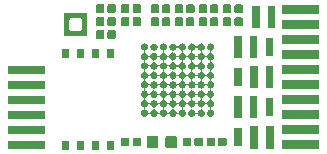
<source format=gbr>
G04 #@! TF.GenerationSoftware,KiCad,Pcbnew,(5.1.5-0-10_14)*
G04 #@! TF.CreationDate,2020-09-24T10:17:21-04:00*
G04 #@! TF.ProjectId,ESLO_RB,45534c4f-5f52-4422-9e6b-696361645f70,rev?*
G04 #@! TF.SameCoordinates,Original*
G04 #@! TF.FileFunction,Soldermask,Bot*
G04 #@! TF.FilePolarity,Negative*
%FSLAX46Y46*%
G04 Gerber Fmt 4.6, Leading zero omitted, Abs format (unit mm)*
G04 Created by KiCad (PCBNEW (5.1.5-0-10_14)) date 2020-09-24 10:17:21*
%MOMM*%
%LPD*%
G04 APERTURE LIST*
%ADD10C,0.100000*%
G04 APERTURE END LIST*
D10*
G36*
X133806000Y-102351000D02*
G01*
X133204000Y-102351000D01*
X133204000Y-101599000D01*
X133806000Y-101599000D01*
X133806000Y-102351000D01*
G37*
G36*
X132536000Y-102351000D02*
G01*
X131934000Y-102351000D01*
X131934000Y-101599000D01*
X132536000Y-101599000D01*
X132536000Y-102351000D01*
G37*
G36*
X131266000Y-102351000D02*
G01*
X130664000Y-102351000D01*
X130664000Y-101599000D01*
X131266000Y-101599000D01*
X131266000Y-102351000D01*
G37*
G36*
X129996000Y-102351000D02*
G01*
X129394000Y-102351000D01*
X129394000Y-101599000D01*
X129996000Y-101599000D01*
X129996000Y-102351000D01*
G37*
G36*
X127951000Y-102326000D02*
G01*
X124849000Y-102326000D01*
X124849000Y-101624000D01*
X127951000Y-101624000D01*
X127951000Y-102326000D01*
G37*
G36*
X151151000Y-102266000D02*
G01*
X148049000Y-102266000D01*
X148049000Y-101564000D01*
X151151000Y-101564000D01*
X151151000Y-102266000D01*
G37*
G36*
X147316000Y-102251000D02*
G01*
X146654000Y-102251000D01*
X146654000Y-100349000D01*
X147316000Y-100349000D01*
X147316000Y-102251000D01*
G37*
G36*
X145996000Y-102251000D02*
G01*
X145334000Y-102251000D01*
X145334000Y-100349000D01*
X145996000Y-100349000D01*
X145996000Y-102251000D01*
G37*
G36*
X138967091Y-101178085D02*
G01*
X139001069Y-101188393D01*
X139032390Y-101205134D01*
X139059839Y-101227661D01*
X139082366Y-101255110D01*
X139099107Y-101286431D01*
X139109415Y-101320409D01*
X139113500Y-101361890D01*
X139113500Y-102038110D01*
X139109415Y-102079591D01*
X139099107Y-102113569D01*
X139082366Y-102144890D01*
X139059839Y-102172339D01*
X139032390Y-102194866D01*
X139001069Y-102211607D01*
X138967091Y-102221915D01*
X138925610Y-102226000D01*
X138324390Y-102226000D01*
X138282909Y-102221915D01*
X138248931Y-102211607D01*
X138217610Y-102194866D01*
X138190161Y-102172339D01*
X138167634Y-102144890D01*
X138150893Y-102113569D01*
X138140585Y-102079591D01*
X138136500Y-102038110D01*
X138136500Y-101361890D01*
X138140585Y-101320409D01*
X138150893Y-101286431D01*
X138167634Y-101255110D01*
X138190161Y-101227661D01*
X138217610Y-101205134D01*
X138248931Y-101188393D01*
X138282909Y-101178085D01*
X138324390Y-101174000D01*
X138925610Y-101174000D01*
X138967091Y-101178085D01*
G37*
G36*
X137392091Y-101178085D02*
G01*
X137426069Y-101188393D01*
X137457390Y-101205134D01*
X137484839Y-101227661D01*
X137507366Y-101255110D01*
X137524107Y-101286431D01*
X137534415Y-101320409D01*
X137538500Y-101361890D01*
X137538500Y-102038110D01*
X137534415Y-102079591D01*
X137524107Y-102113569D01*
X137507366Y-102144890D01*
X137484839Y-102172339D01*
X137457390Y-102194866D01*
X137426069Y-102211607D01*
X137392091Y-102221915D01*
X137350610Y-102226000D01*
X136749390Y-102226000D01*
X136707909Y-102221915D01*
X136673931Y-102211607D01*
X136642610Y-102194866D01*
X136615161Y-102172339D01*
X136592634Y-102144890D01*
X136575893Y-102113569D01*
X136565585Y-102079591D01*
X136561500Y-102038110D01*
X136561500Y-101361890D01*
X136565585Y-101320409D01*
X136575893Y-101286431D01*
X136592634Y-101255110D01*
X136615161Y-101227661D01*
X136642610Y-101205134D01*
X136673931Y-101188393D01*
X136707909Y-101178085D01*
X136749390Y-101174000D01*
X137350610Y-101174000D01*
X137392091Y-101178085D01*
G37*
G36*
X140236938Y-101331716D02*
G01*
X140257557Y-101337971D01*
X140276553Y-101348124D01*
X140293208Y-101361792D01*
X140306876Y-101378447D01*
X140317029Y-101397443D01*
X140323284Y-101418062D01*
X140326000Y-101445640D01*
X140326000Y-101954360D01*
X140323284Y-101981938D01*
X140317029Y-102002557D01*
X140306876Y-102021553D01*
X140293208Y-102038208D01*
X140276553Y-102051876D01*
X140257557Y-102062029D01*
X140236938Y-102068284D01*
X140209360Y-102071000D01*
X139750640Y-102071000D01*
X139723062Y-102068284D01*
X139702443Y-102062029D01*
X139683447Y-102051876D01*
X139666792Y-102038208D01*
X139653124Y-102021553D01*
X139642971Y-102002557D01*
X139636716Y-101981938D01*
X139634000Y-101954360D01*
X139634000Y-101445640D01*
X139636716Y-101418062D01*
X139642971Y-101397443D01*
X139653124Y-101378447D01*
X139666792Y-101361792D01*
X139683447Y-101348124D01*
X139702443Y-101337971D01*
X139723062Y-101331716D01*
X139750640Y-101329000D01*
X140209360Y-101329000D01*
X140236938Y-101331716D01*
G37*
G36*
X141206938Y-101331716D02*
G01*
X141227557Y-101337971D01*
X141246553Y-101348124D01*
X141263208Y-101361792D01*
X141276876Y-101378447D01*
X141287029Y-101397443D01*
X141293284Y-101418062D01*
X141296000Y-101445640D01*
X141296000Y-101954360D01*
X141293284Y-101981938D01*
X141287029Y-102002557D01*
X141276876Y-102021553D01*
X141263208Y-102038208D01*
X141246553Y-102051876D01*
X141227557Y-102062029D01*
X141206938Y-102068284D01*
X141179360Y-102071000D01*
X140720640Y-102071000D01*
X140693062Y-102068284D01*
X140672443Y-102062029D01*
X140653447Y-102051876D01*
X140636792Y-102038208D01*
X140623124Y-102021553D01*
X140612971Y-102002557D01*
X140606716Y-101981938D01*
X140604000Y-101954360D01*
X140604000Y-101445640D01*
X140606716Y-101418062D01*
X140612971Y-101397443D01*
X140623124Y-101378447D01*
X140636792Y-101361792D01*
X140653447Y-101348124D01*
X140672443Y-101337971D01*
X140693062Y-101331716D01*
X140720640Y-101329000D01*
X141179360Y-101329000D01*
X141206938Y-101331716D01*
G37*
G36*
X142256938Y-101331716D02*
G01*
X142277557Y-101337971D01*
X142296553Y-101348124D01*
X142313208Y-101361792D01*
X142326876Y-101378447D01*
X142337029Y-101397443D01*
X142343284Y-101418062D01*
X142346000Y-101445640D01*
X142346000Y-101954360D01*
X142343284Y-101981938D01*
X142337029Y-102002557D01*
X142326876Y-102021553D01*
X142313208Y-102038208D01*
X142296553Y-102051876D01*
X142277557Y-102062029D01*
X142256938Y-102068284D01*
X142229360Y-102071000D01*
X141770640Y-102071000D01*
X141743062Y-102068284D01*
X141722443Y-102062029D01*
X141703447Y-102051876D01*
X141686792Y-102038208D01*
X141673124Y-102021553D01*
X141662971Y-102002557D01*
X141656716Y-101981938D01*
X141654000Y-101954360D01*
X141654000Y-101445640D01*
X141656716Y-101418062D01*
X141662971Y-101397443D01*
X141673124Y-101378447D01*
X141686792Y-101361792D01*
X141703447Y-101348124D01*
X141722443Y-101337971D01*
X141743062Y-101331716D01*
X141770640Y-101329000D01*
X142229360Y-101329000D01*
X142256938Y-101331716D01*
G37*
G36*
X143226938Y-101331716D02*
G01*
X143247557Y-101337971D01*
X143266553Y-101348124D01*
X143283208Y-101361792D01*
X143296876Y-101378447D01*
X143307029Y-101397443D01*
X143313284Y-101418062D01*
X143316000Y-101445640D01*
X143316000Y-101954360D01*
X143313284Y-101981938D01*
X143307029Y-102002557D01*
X143296876Y-102021553D01*
X143283208Y-102038208D01*
X143266553Y-102051876D01*
X143247557Y-102062029D01*
X143226938Y-102068284D01*
X143199360Y-102071000D01*
X142740640Y-102071000D01*
X142713062Y-102068284D01*
X142692443Y-102062029D01*
X142673447Y-102051876D01*
X142656792Y-102038208D01*
X142643124Y-102021553D01*
X142632971Y-102002557D01*
X142626716Y-101981938D01*
X142624000Y-101954360D01*
X142624000Y-101445640D01*
X142626716Y-101418062D01*
X142632971Y-101397443D01*
X142643124Y-101378447D01*
X142656792Y-101361792D01*
X142673447Y-101348124D01*
X142692443Y-101337971D01*
X142713062Y-101331716D01*
X142740640Y-101329000D01*
X143199360Y-101329000D01*
X143226938Y-101331716D01*
G37*
G36*
X135976938Y-101331716D02*
G01*
X135997557Y-101337971D01*
X136016553Y-101348124D01*
X136033208Y-101361792D01*
X136046876Y-101378447D01*
X136057029Y-101397443D01*
X136063284Y-101418062D01*
X136066000Y-101445640D01*
X136066000Y-101954360D01*
X136063284Y-101981938D01*
X136057029Y-102002557D01*
X136046876Y-102021553D01*
X136033208Y-102038208D01*
X136016553Y-102051876D01*
X135997557Y-102062029D01*
X135976938Y-102068284D01*
X135949360Y-102071000D01*
X135490640Y-102071000D01*
X135463062Y-102068284D01*
X135442443Y-102062029D01*
X135423447Y-102051876D01*
X135406792Y-102038208D01*
X135393124Y-102021553D01*
X135382971Y-102002557D01*
X135376716Y-101981938D01*
X135374000Y-101954360D01*
X135374000Y-101445640D01*
X135376716Y-101418062D01*
X135382971Y-101397443D01*
X135393124Y-101378447D01*
X135406792Y-101361792D01*
X135423447Y-101348124D01*
X135442443Y-101337971D01*
X135463062Y-101331716D01*
X135490640Y-101329000D01*
X135949360Y-101329000D01*
X135976938Y-101331716D01*
G37*
G36*
X135006938Y-101331716D02*
G01*
X135027557Y-101337971D01*
X135046553Y-101348124D01*
X135063208Y-101361792D01*
X135076876Y-101378447D01*
X135087029Y-101397443D01*
X135093284Y-101418062D01*
X135096000Y-101445640D01*
X135096000Y-101954360D01*
X135093284Y-101981938D01*
X135087029Y-102002557D01*
X135076876Y-102021553D01*
X135063208Y-102038208D01*
X135046553Y-102051876D01*
X135027557Y-102062029D01*
X135006938Y-102068284D01*
X134979360Y-102071000D01*
X134520640Y-102071000D01*
X134493062Y-102068284D01*
X134472443Y-102062029D01*
X134453447Y-102051876D01*
X134436792Y-102038208D01*
X134423124Y-102021553D01*
X134412971Y-102002557D01*
X134406716Y-101981938D01*
X134404000Y-101954360D01*
X134404000Y-101445640D01*
X134406716Y-101418062D01*
X134412971Y-101397443D01*
X134423124Y-101378447D01*
X134436792Y-101361792D01*
X134453447Y-101348124D01*
X134472443Y-101337971D01*
X134493062Y-101331716D01*
X134520640Y-101329000D01*
X134979360Y-101329000D01*
X135006938Y-101331716D01*
G37*
G36*
X144601000Y-102061000D02*
G01*
X143949000Y-102061000D01*
X143949000Y-100539000D01*
X144601000Y-100539000D01*
X144601000Y-102061000D01*
G37*
G36*
X127951000Y-101056000D02*
G01*
X124849000Y-101056000D01*
X124849000Y-100354000D01*
X127951000Y-100354000D01*
X127951000Y-101056000D01*
G37*
G36*
X151151000Y-100996000D02*
G01*
X148049000Y-100996000D01*
X148049000Y-100294000D01*
X151151000Y-100294000D01*
X151151000Y-100996000D01*
G37*
G36*
X127951000Y-99786000D02*
G01*
X124849000Y-99786000D01*
X124849000Y-99084000D01*
X127951000Y-99084000D01*
X127951000Y-99786000D01*
G37*
G36*
X151151000Y-99726000D02*
G01*
X148049000Y-99726000D01*
X148049000Y-99024000D01*
X151151000Y-99024000D01*
X151151000Y-99726000D01*
G37*
G36*
X145926000Y-99701000D02*
G01*
X145264000Y-99701000D01*
X145264000Y-97799000D01*
X145926000Y-97799000D01*
X145926000Y-99701000D01*
G37*
G36*
X144606000Y-99701000D02*
G01*
X143944000Y-99701000D01*
X143944000Y-97799000D01*
X144606000Y-97799000D01*
X144606000Y-99701000D01*
G37*
G36*
X136462797Y-93360567D02*
G01*
X136517575Y-93383257D01*
X136517577Y-93383258D01*
X136566876Y-93416198D01*
X136608802Y-93458124D01*
X136641742Y-93507423D01*
X136641743Y-93507425D01*
X136659516Y-93550332D01*
X136671067Y-93571943D01*
X136686613Y-93590885D01*
X136705555Y-93606430D01*
X136727165Y-93617981D01*
X136750614Y-93625094D01*
X136775000Y-93627496D01*
X136799387Y-93625094D01*
X136822835Y-93617981D01*
X136844446Y-93606430D01*
X136863388Y-93590884D01*
X136878933Y-93571942D01*
X136890484Y-93550332D01*
X136908257Y-93507425D01*
X136908258Y-93507423D01*
X136941198Y-93458124D01*
X136983124Y-93416198D01*
X137032423Y-93383258D01*
X137032425Y-93383257D01*
X137087203Y-93360567D01*
X137145353Y-93349000D01*
X137204647Y-93349000D01*
X137262797Y-93360567D01*
X137317575Y-93383257D01*
X137317577Y-93383258D01*
X137366876Y-93416198D01*
X137408802Y-93458124D01*
X137441742Y-93507423D01*
X137441743Y-93507425D01*
X137459516Y-93550332D01*
X137471067Y-93571943D01*
X137486613Y-93590885D01*
X137505555Y-93606430D01*
X137527165Y-93617981D01*
X137550614Y-93625094D01*
X137575000Y-93627496D01*
X137599387Y-93625094D01*
X137622835Y-93617981D01*
X137644446Y-93606430D01*
X137663388Y-93590884D01*
X137678933Y-93571942D01*
X137690484Y-93550332D01*
X137708257Y-93507425D01*
X137708258Y-93507423D01*
X137741198Y-93458124D01*
X137783124Y-93416198D01*
X137832423Y-93383258D01*
X137832425Y-93383257D01*
X137887203Y-93360567D01*
X137945353Y-93349000D01*
X138004647Y-93349000D01*
X138062797Y-93360567D01*
X138117575Y-93383257D01*
X138117577Y-93383258D01*
X138166876Y-93416198D01*
X138208802Y-93458124D01*
X138241742Y-93507423D01*
X138241743Y-93507425D01*
X138259516Y-93550332D01*
X138271067Y-93571943D01*
X138286613Y-93590885D01*
X138305555Y-93606430D01*
X138327165Y-93617981D01*
X138350614Y-93625094D01*
X138375000Y-93627496D01*
X138399387Y-93625094D01*
X138422835Y-93617981D01*
X138444446Y-93606430D01*
X138463388Y-93590884D01*
X138478933Y-93571942D01*
X138490484Y-93550332D01*
X138508257Y-93507425D01*
X138508258Y-93507423D01*
X138541198Y-93458124D01*
X138583124Y-93416198D01*
X138632423Y-93383258D01*
X138632425Y-93383257D01*
X138687203Y-93360567D01*
X138745353Y-93349000D01*
X138804647Y-93349000D01*
X138862797Y-93360567D01*
X138917575Y-93383257D01*
X138917577Y-93383258D01*
X138966876Y-93416198D01*
X139008802Y-93458124D01*
X139041742Y-93507423D01*
X139041743Y-93507425D01*
X139059516Y-93550332D01*
X139071067Y-93571943D01*
X139086613Y-93590885D01*
X139105555Y-93606430D01*
X139127165Y-93617981D01*
X139150614Y-93625094D01*
X139175000Y-93627496D01*
X139199387Y-93625094D01*
X139222835Y-93617981D01*
X139244446Y-93606430D01*
X139263388Y-93590884D01*
X139278933Y-93571942D01*
X139290484Y-93550332D01*
X139308257Y-93507425D01*
X139308258Y-93507423D01*
X139341198Y-93458124D01*
X139383124Y-93416198D01*
X139432423Y-93383258D01*
X139432425Y-93383257D01*
X139487203Y-93360567D01*
X139545353Y-93349000D01*
X139604647Y-93349000D01*
X139662797Y-93360567D01*
X139717575Y-93383257D01*
X139717577Y-93383258D01*
X139766876Y-93416198D01*
X139808802Y-93458124D01*
X139841742Y-93507423D01*
X139841743Y-93507425D01*
X139859516Y-93550332D01*
X139871067Y-93571943D01*
X139886613Y-93590885D01*
X139905555Y-93606430D01*
X139927165Y-93617981D01*
X139950614Y-93625094D01*
X139975000Y-93627496D01*
X139999387Y-93625094D01*
X140022835Y-93617981D01*
X140044446Y-93606430D01*
X140063388Y-93590884D01*
X140078933Y-93571942D01*
X140090484Y-93550332D01*
X140108257Y-93507425D01*
X140108258Y-93507423D01*
X140141198Y-93458124D01*
X140183124Y-93416198D01*
X140232423Y-93383258D01*
X140232425Y-93383257D01*
X140287203Y-93360567D01*
X140345353Y-93349000D01*
X140404647Y-93349000D01*
X140462797Y-93360567D01*
X140517575Y-93383257D01*
X140517577Y-93383258D01*
X140566876Y-93416198D01*
X140608802Y-93458124D01*
X140641742Y-93507423D01*
X140641743Y-93507425D01*
X140659516Y-93550332D01*
X140671067Y-93571943D01*
X140686613Y-93590885D01*
X140705555Y-93606430D01*
X140727165Y-93617981D01*
X140750614Y-93625094D01*
X140775000Y-93627496D01*
X140799387Y-93625094D01*
X140822835Y-93617981D01*
X140844446Y-93606430D01*
X140863388Y-93590884D01*
X140878933Y-93571942D01*
X140890484Y-93550332D01*
X140908257Y-93507425D01*
X140908258Y-93507423D01*
X140941198Y-93458124D01*
X140983124Y-93416198D01*
X141032423Y-93383258D01*
X141032425Y-93383257D01*
X141087203Y-93360567D01*
X141145353Y-93349000D01*
X141204647Y-93349000D01*
X141262797Y-93360567D01*
X141317575Y-93383257D01*
X141317577Y-93383258D01*
X141366876Y-93416198D01*
X141408802Y-93458124D01*
X141441742Y-93507423D01*
X141441743Y-93507425D01*
X141459516Y-93550332D01*
X141471067Y-93571943D01*
X141486613Y-93590885D01*
X141505555Y-93606430D01*
X141527165Y-93617981D01*
X141550614Y-93625094D01*
X141575000Y-93627496D01*
X141599387Y-93625094D01*
X141622835Y-93617981D01*
X141644446Y-93606430D01*
X141663388Y-93590884D01*
X141678933Y-93571942D01*
X141690484Y-93550332D01*
X141708257Y-93507425D01*
X141708258Y-93507423D01*
X141741198Y-93458124D01*
X141783124Y-93416198D01*
X141832423Y-93383258D01*
X141832425Y-93383257D01*
X141887203Y-93360567D01*
X141945353Y-93349000D01*
X142004647Y-93349000D01*
X142062797Y-93360567D01*
X142117575Y-93383257D01*
X142117577Y-93383258D01*
X142166876Y-93416198D01*
X142208802Y-93458124D01*
X142241742Y-93507423D01*
X142241743Y-93507425D01*
X142264433Y-93562203D01*
X142276000Y-93620353D01*
X142276000Y-93679647D01*
X142264433Y-93737797D01*
X142241743Y-93792575D01*
X142241742Y-93792577D01*
X142208802Y-93841876D01*
X142166876Y-93883802D01*
X142117577Y-93916742D01*
X142117576Y-93916743D01*
X142117575Y-93916743D01*
X142074668Y-93934516D01*
X142053057Y-93946067D01*
X142034115Y-93961613D01*
X142018570Y-93980555D01*
X142007019Y-94002165D01*
X141999906Y-94025614D01*
X141997504Y-94050000D01*
X141999906Y-94074387D01*
X142007019Y-94097835D01*
X142018570Y-94119446D01*
X142034116Y-94138388D01*
X142053058Y-94153933D01*
X142074668Y-94165484D01*
X142117575Y-94183257D01*
X142117577Y-94183258D01*
X142166876Y-94216198D01*
X142208802Y-94258124D01*
X142241742Y-94307423D01*
X142241743Y-94307425D01*
X142264433Y-94362203D01*
X142276000Y-94420353D01*
X142276000Y-94479647D01*
X142264433Y-94537797D01*
X142241743Y-94592575D01*
X142241742Y-94592577D01*
X142208802Y-94641876D01*
X142166876Y-94683802D01*
X142117577Y-94716742D01*
X142117576Y-94716743D01*
X142117575Y-94716743D01*
X142074668Y-94734516D01*
X142053057Y-94746067D01*
X142034115Y-94761613D01*
X142018570Y-94780555D01*
X142007019Y-94802165D01*
X141999906Y-94825614D01*
X141997504Y-94850000D01*
X141999906Y-94874387D01*
X142007019Y-94897835D01*
X142018570Y-94919446D01*
X142034116Y-94938388D01*
X142053058Y-94953933D01*
X142074668Y-94965484D01*
X142117575Y-94983257D01*
X142117577Y-94983258D01*
X142166876Y-95016198D01*
X142208802Y-95058124D01*
X142241742Y-95107423D01*
X142241743Y-95107425D01*
X142264433Y-95162203D01*
X142276000Y-95220353D01*
X142276000Y-95279647D01*
X142264433Y-95337797D01*
X142241743Y-95392575D01*
X142241742Y-95392577D01*
X142208802Y-95441876D01*
X142166876Y-95483802D01*
X142117577Y-95516742D01*
X142117576Y-95516743D01*
X142117575Y-95516743D01*
X142074668Y-95534516D01*
X142053057Y-95546067D01*
X142034115Y-95561613D01*
X142018570Y-95580555D01*
X142007019Y-95602165D01*
X141999906Y-95625614D01*
X141997504Y-95650000D01*
X141999906Y-95674387D01*
X142007019Y-95697835D01*
X142018570Y-95719446D01*
X142034116Y-95738388D01*
X142053058Y-95753933D01*
X142074668Y-95765484D01*
X142117575Y-95783257D01*
X142117577Y-95783258D01*
X142166876Y-95816198D01*
X142208802Y-95858124D01*
X142241742Y-95907423D01*
X142241743Y-95907425D01*
X142264433Y-95962203D01*
X142276000Y-96020353D01*
X142276000Y-96079647D01*
X142264433Y-96137797D01*
X142258964Y-96151000D01*
X142241742Y-96192577D01*
X142208802Y-96241876D01*
X142166876Y-96283802D01*
X142117577Y-96316742D01*
X142117576Y-96316743D01*
X142117575Y-96316743D01*
X142074668Y-96334516D01*
X142053057Y-96346067D01*
X142034115Y-96361613D01*
X142018570Y-96380555D01*
X142007019Y-96402165D01*
X141999906Y-96425614D01*
X141997504Y-96450000D01*
X141999906Y-96474387D01*
X142007019Y-96497835D01*
X142018570Y-96519446D01*
X142034116Y-96538388D01*
X142053058Y-96553933D01*
X142074668Y-96565484D01*
X142117575Y-96583257D01*
X142117577Y-96583258D01*
X142166876Y-96616198D01*
X142208802Y-96658124D01*
X142241742Y-96707423D01*
X142241743Y-96707425D01*
X142264433Y-96762203D01*
X142276000Y-96820353D01*
X142276000Y-96879647D01*
X142264433Y-96937797D01*
X142254822Y-96961000D01*
X142241742Y-96992577D01*
X142208802Y-97041876D01*
X142166876Y-97083802D01*
X142117577Y-97116742D01*
X142117576Y-97116743D01*
X142117575Y-97116743D01*
X142074668Y-97134516D01*
X142053057Y-97146067D01*
X142034115Y-97161613D01*
X142018570Y-97180555D01*
X142007019Y-97202165D01*
X141999906Y-97225614D01*
X141997504Y-97250000D01*
X141999906Y-97274387D01*
X142007019Y-97297835D01*
X142018570Y-97319446D01*
X142034116Y-97338388D01*
X142053058Y-97353933D01*
X142074668Y-97365484D01*
X142117575Y-97383257D01*
X142117577Y-97383258D01*
X142166876Y-97416198D01*
X142208802Y-97458124D01*
X142241742Y-97507423D01*
X142241743Y-97507425D01*
X142264433Y-97562203D01*
X142276000Y-97620353D01*
X142276000Y-97679647D01*
X142264433Y-97737797D01*
X142257721Y-97754000D01*
X142241742Y-97792577D01*
X142208802Y-97841876D01*
X142166876Y-97883802D01*
X142117577Y-97916742D01*
X142117576Y-97916743D01*
X142117575Y-97916743D01*
X142074668Y-97934516D01*
X142053057Y-97946067D01*
X142034115Y-97961613D01*
X142018570Y-97980555D01*
X142007019Y-98002165D01*
X141999906Y-98025614D01*
X141997504Y-98050000D01*
X141999906Y-98074387D01*
X142007019Y-98097835D01*
X142018570Y-98119446D01*
X142034116Y-98138388D01*
X142053058Y-98153933D01*
X142074668Y-98165484D01*
X142117575Y-98183257D01*
X142117577Y-98183258D01*
X142166876Y-98216198D01*
X142208802Y-98258124D01*
X142236114Y-98299000D01*
X142241743Y-98307425D01*
X142264433Y-98362203D01*
X142276000Y-98420353D01*
X142276000Y-98479647D01*
X142264433Y-98537797D01*
X142241743Y-98592575D01*
X142241742Y-98592577D01*
X142208802Y-98641876D01*
X142166876Y-98683802D01*
X142117577Y-98716742D01*
X142117576Y-98716743D01*
X142117575Y-98716743D01*
X142074668Y-98734516D01*
X142053057Y-98746067D01*
X142034115Y-98761613D01*
X142018570Y-98780555D01*
X142007019Y-98802165D01*
X141999906Y-98825614D01*
X141997504Y-98850000D01*
X141999906Y-98874387D01*
X142007019Y-98897835D01*
X142018570Y-98919446D01*
X142034116Y-98938388D01*
X142053058Y-98953933D01*
X142074668Y-98965484D01*
X142117575Y-98983257D01*
X142117577Y-98983258D01*
X142166876Y-99016198D01*
X142208802Y-99058124D01*
X142241742Y-99107423D01*
X142241743Y-99107425D01*
X142264433Y-99162203D01*
X142276000Y-99220353D01*
X142276000Y-99279647D01*
X142264433Y-99337797D01*
X142241743Y-99392575D01*
X142241742Y-99392577D01*
X142208802Y-99441876D01*
X142166876Y-99483802D01*
X142117577Y-99516742D01*
X142117576Y-99516743D01*
X142117575Y-99516743D01*
X142062797Y-99539433D01*
X142004647Y-99551000D01*
X141945353Y-99551000D01*
X141887203Y-99539433D01*
X141832425Y-99516743D01*
X141832424Y-99516743D01*
X141832423Y-99516742D01*
X141783124Y-99483802D01*
X141741198Y-99441876D01*
X141708258Y-99392577D01*
X141708257Y-99392575D01*
X141690484Y-99349668D01*
X141678933Y-99328057D01*
X141663387Y-99309115D01*
X141644445Y-99293570D01*
X141622835Y-99282019D01*
X141599386Y-99274906D01*
X141575000Y-99272504D01*
X141550613Y-99274906D01*
X141527165Y-99282019D01*
X141505554Y-99293570D01*
X141486612Y-99309116D01*
X141471067Y-99328058D01*
X141459516Y-99349668D01*
X141441743Y-99392575D01*
X141441742Y-99392577D01*
X141408802Y-99441876D01*
X141366876Y-99483802D01*
X141317577Y-99516742D01*
X141317576Y-99516743D01*
X141317575Y-99516743D01*
X141262797Y-99539433D01*
X141204647Y-99551000D01*
X141145353Y-99551000D01*
X141087203Y-99539433D01*
X141032425Y-99516743D01*
X141032424Y-99516743D01*
X141032423Y-99516742D01*
X140983124Y-99483802D01*
X140941198Y-99441876D01*
X140908258Y-99392577D01*
X140908257Y-99392575D01*
X140890484Y-99349668D01*
X140878933Y-99328057D01*
X140863387Y-99309115D01*
X140844445Y-99293570D01*
X140822835Y-99282019D01*
X140799386Y-99274906D01*
X140775000Y-99272504D01*
X140750613Y-99274906D01*
X140727165Y-99282019D01*
X140705554Y-99293570D01*
X140686612Y-99309116D01*
X140671067Y-99328058D01*
X140659516Y-99349668D01*
X140641743Y-99392575D01*
X140641742Y-99392577D01*
X140608802Y-99441876D01*
X140566876Y-99483802D01*
X140517577Y-99516742D01*
X140517576Y-99516743D01*
X140517575Y-99516743D01*
X140462797Y-99539433D01*
X140404647Y-99551000D01*
X140345353Y-99551000D01*
X140287203Y-99539433D01*
X140232425Y-99516743D01*
X140232424Y-99516743D01*
X140232423Y-99516742D01*
X140183124Y-99483802D01*
X140141198Y-99441876D01*
X140108258Y-99392577D01*
X140108257Y-99392575D01*
X140090484Y-99349668D01*
X140078933Y-99328057D01*
X140063387Y-99309115D01*
X140044445Y-99293570D01*
X140022835Y-99282019D01*
X139999386Y-99274906D01*
X139975000Y-99272504D01*
X139950613Y-99274906D01*
X139927165Y-99282019D01*
X139905554Y-99293570D01*
X139886612Y-99309116D01*
X139871067Y-99328058D01*
X139859516Y-99349668D01*
X139841743Y-99392575D01*
X139841742Y-99392577D01*
X139808802Y-99441876D01*
X139766876Y-99483802D01*
X139717577Y-99516742D01*
X139717576Y-99516743D01*
X139717575Y-99516743D01*
X139662797Y-99539433D01*
X139604647Y-99551000D01*
X139545353Y-99551000D01*
X139487203Y-99539433D01*
X139432425Y-99516743D01*
X139432424Y-99516743D01*
X139432423Y-99516742D01*
X139383124Y-99483802D01*
X139341198Y-99441876D01*
X139308258Y-99392577D01*
X139308257Y-99392575D01*
X139290484Y-99349668D01*
X139278933Y-99328057D01*
X139263387Y-99309115D01*
X139244445Y-99293570D01*
X139222835Y-99282019D01*
X139199386Y-99274906D01*
X139175000Y-99272504D01*
X139150613Y-99274906D01*
X139127165Y-99282019D01*
X139105554Y-99293570D01*
X139086612Y-99309116D01*
X139071067Y-99328058D01*
X139059516Y-99349668D01*
X139041743Y-99392575D01*
X139041742Y-99392577D01*
X139008802Y-99441876D01*
X138966876Y-99483802D01*
X138917577Y-99516742D01*
X138917576Y-99516743D01*
X138917575Y-99516743D01*
X138862797Y-99539433D01*
X138804647Y-99551000D01*
X138745353Y-99551000D01*
X138687203Y-99539433D01*
X138632425Y-99516743D01*
X138632424Y-99516743D01*
X138632423Y-99516742D01*
X138583124Y-99483802D01*
X138541198Y-99441876D01*
X138508258Y-99392577D01*
X138508257Y-99392575D01*
X138490484Y-99349668D01*
X138478933Y-99328057D01*
X138463387Y-99309115D01*
X138444445Y-99293570D01*
X138422835Y-99282019D01*
X138399386Y-99274906D01*
X138375000Y-99272504D01*
X138350613Y-99274906D01*
X138327165Y-99282019D01*
X138305554Y-99293570D01*
X138286612Y-99309116D01*
X138271067Y-99328058D01*
X138259516Y-99349668D01*
X138241743Y-99392575D01*
X138241742Y-99392577D01*
X138208802Y-99441876D01*
X138166876Y-99483802D01*
X138117577Y-99516742D01*
X138117576Y-99516743D01*
X138117575Y-99516743D01*
X138062797Y-99539433D01*
X138004647Y-99551000D01*
X137945353Y-99551000D01*
X137887203Y-99539433D01*
X137832425Y-99516743D01*
X137832424Y-99516743D01*
X137832423Y-99516742D01*
X137783124Y-99483802D01*
X137741198Y-99441876D01*
X137708258Y-99392577D01*
X137708257Y-99392575D01*
X137690484Y-99349668D01*
X137678933Y-99328057D01*
X137663387Y-99309115D01*
X137644445Y-99293570D01*
X137622835Y-99282019D01*
X137599386Y-99274906D01*
X137575000Y-99272504D01*
X137550613Y-99274906D01*
X137527165Y-99282019D01*
X137505554Y-99293570D01*
X137486612Y-99309116D01*
X137471067Y-99328058D01*
X137459516Y-99349668D01*
X137441743Y-99392575D01*
X137441742Y-99392577D01*
X137408802Y-99441876D01*
X137366876Y-99483802D01*
X137317577Y-99516742D01*
X137317576Y-99516743D01*
X137317575Y-99516743D01*
X137262797Y-99539433D01*
X137204647Y-99551000D01*
X137145353Y-99551000D01*
X137087203Y-99539433D01*
X137032425Y-99516743D01*
X137032424Y-99516743D01*
X137032423Y-99516742D01*
X136983124Y-99483802D01*
X136941198Y-99441876D01*
X136908258Y-99392577D01*
X136908257Y-99392575D01*
X136890484Y-99349668D01*
X136878933Y-99328057D01*
X136863387Y-99309115D01*
X136844445Y-99293570D01*
X136822835Y-99282019D01*
X136799386Y-99274906D01*
X136775000Y-99272504D01*
X136750613Y-99274906D01*
X136727165Y-99282019D01*
X136705554Y-99293570D01*
X136686612Y-99309116D01*
X136671067Y-99328058D01*
X136659516Y-99349668D01*
X136641743Y-99392575D01*
X136641742Y-99392577D01*
X136608802Y-99441876D01*
X136566876Y-99483802D01*
X136517577Y-99516742D01*
X136517576Y-99516743D01*
X136517575Y-99516743D01*
X136462797Y-99539433D01*
X136404647Y-99551000D01*
X136345353Y-99551000D01*
X136287203Y-99539433D01*
X136232425Y-99516743D01*
X136232424Y-99516743D01*
X136232423Y-99516742D01*
X136183124Y-99483802D01*
X136141198Y-99441876D01*
X136108258Y-99392577D01*
X136108257Y-99392575D01*
X136085567Y-99337797D01*
X136074000Y-99279647D01*
X136074000Y-99220353D01*
X136085567Y-99162203D01*
X136108257Y-99107425D01*
X136108258Y-99107423D01*
X136141198Y-99058124D01*
X136183124Y-99016198D01*
X136232423Y-98983258D01*
X136232425Y-98983257D01*
X136275332Y-98965484D01*
X136296943Y-98953933D01*
X136315885Y-98938387D01*
X136331430Y-98919445D01*
X136342981Y-98897835D01*
X136350094Y-98874386D01*
X136352496Y-98850000D01*
X136397504Y-98850000D01*
X136399906Y-98874387D01*
X136407019Y-98897835D01*
X136418570Y-98919446D01*
X136434116Y-98938388D01*
X136453058Y-98953933D01*
X136474668Y-98965484D01*
X136517575Y-98983257D01*
X136517577Y-98983258D01*
X136566876Y-99016198D01*
X136608802Y-99058124D01*
X136641742Y-99107423D01*
X136641743Y-99107425D01*
X136659516Y-99150332D01*
X136671067Y-99171943D01*
X136686613Y-99190885D01*
X136705555Y-99206430D01*
X136727165Y-99217981D01*
X136750614Y-99225094D01*
X136775000Y-99227496D01*
X136799387Y-99225094D01*
X136822835Y-99217981D01*
X136844446Y-99206430D01*
X136863388Y-99190884D01*
X136878933Y-99171942D01*
X136890484Y-99150332D01*
X136908257Y-99107425D01*
X136908258Y-99107423D01*
X136941198Y-99058124D01*
X136983124Y-99016198D01*
X137032423Y-98983258D01*
X137032425Y-98983257D01*
X137075332Y-98965484D01*
X137096943Y-98953933D01*
X137115885Y-98938387D01*
X137131430Y-98919445D01*
X137142981Y-98897835D01*
X137150094Y-98874386D01*
X137152496Y-98850000D01*
X137197504Y-98850000D01*
X137199906Y-98874387D01*
X137207019Y-98897835D01*
X137218570Y-98919446D01*
X137234116Y-98938388D01*
X137253058Y-98953933D01*
X137274668Y-98965484D01*
X137317575Y-98983257D01*
X137317577Y-98983258D01*
X137366876Y-99016198D01*
X137408802Y-99058124D01*
X137441742Y-99107423D01*
X137441743Y-99107425D01*
X137459516Y-99150332D01*
X137471067Y-99171943D01*
X137486613Y-99190885D01*
X137505555Y-99206430D01*
X137527165Y-99217981D01*
X137550614Y-99225094D01*
X137575000Y-99227496D01*
X137599387Y-99225094D01*
X137622835Y-99217981D01*
X137644446Y-99206430D01*
X137663388Y-99190884D01*
X137678933Y-99171942D01*
X137690484Y-99150332D01*
X137708257Y-99107425D01*
X137708258Y-99107423D01*
X137741198Y-99058124D01*
X137783124Y-99016198D01*
X137832423Y-98983258D01*
X137832425Y-98983257D01*
X137875332Y-98965484D01*
X137896943Y-98953933D01*
X137915885Y-98938387D01*
X137931430Y-98919445D01*
X137942981Y-98897835D01*
X137950094Y-98874386D01*
X137952496Y-98850000D01*
X137997504Y-98850000D01*
X137999906Y-98874387D01*
X138007019Y-98897835D01*
X138018570Y-98919446D01*
X138034116Y-98938388D01*
X138053058Y-98953933D01*
X138074668Y-98965484D01*
X138117575Y-98983257D01*
X138117577Y-98983258D01*
X138166876Y-99016198D01*
X138208802Y-99058124D01*
X138241742Y-99107423D01*
X138241743Y-99107425D01*
X138259516Y-99150332D01*
X138271067Y-99171943D01*
X138286613Y-99190885D01*
X138305555Y-99206430D01*
X138327165Y-99217981D01*
X138350614Y-99225094D01*
X138375000Y-99227496D01*
X138399387Y-99225094D01*
X138422835Y-99217981D01*
X138444446Y-99206430D01*
X138463388Y-99190884D01*
X138478933Y-99171942D01*
X138490484Y-99150332D01*
X138508257Y-99107425D01*
X138508258Y-99107423D01*
X138541198Y-99058124D01*
X138583124Y-99016198D01*
X138632423Y-98983258D01*
X138632425Y-98983257D01*
X138675332Y-98965484D01*
X138696943Y-98953933D01*
X138715885Y-98938387D01*
X138731430Y-98919445D01*
X138742981Y-98897835D01*
X138750094Y-98874386D01*
X138752496Y-98850000D01*
X138797504Y-98850000D01*
X138799906Y-98874387D01*
X138807019Y-98897835D01*
X138818570Y-98919446D01*
X138834116Y-98938388D01*
X138853058Y-98953933D01*
X138874668Y-98965484D01*
X138917575Y-98983257D01*
X138917577Y-98983258D01*
X138966876Y-99016198D01*
X139008802Y-99058124D01*
X139041742Y-99107423D01*
X139041743Y-99107425D01*
X139059516Y-99150332D01*
X139071067Y-99171943D01*
X139086613Y-99190885D01*
X139105555Y-99206430D01*
X139127165Y-99217981D01*
X139150614Y-99225094D01*
X139175000Y-99227496D01*
X139199387Y-99225094D01*
X139222835Y-99217981D01*
X139244446Y-99206430D01*
X139263388Y-99190884D01*
X139278933Y-99171942D01*
X139290484Y-99150332D01*
X139308257Y-99107425D01*
X139308258Y-99107423D01*
X139341198Y-99058124D01*
X139383124Y-99016198D01*
X139432423Y-98983258D01*
X139432425Y-98983257D01*
X139475332Y-98965484D01*
X139496943Y-98953933D01*
X139515885Y-98938387D01*
X139531430Y-98919445D01*
X139542981Y-98897835D01*
X139550094Y-98874386D01*
X139552496Y-98850000D01*
X139597504Y-98850000D01*
X139599906Y-98874387D01*
X139607019Y-98897835D01*
X139618570Y-98919446D01*
X139634116Y-98938388D01*
X139653058Y-98953933D01*
X139674668Y-98965484D01*
X139717575Y-98983257D01*
X139717577Y-98983258D01*
X139766876Y-99016198D01*
X139808802Y-99058124D01*
X139841742Y-99107423D01*
X139841743Y-99107425D01*
X139859516Y-99150332D01*
X139871067Y-99171943D01*
X139886613Y-99190885D01*
X139905555Y-99206430D01*
X139927165Y-99217981D01*
X139950614Y-99225094D01*
X139975000Y-99227496D01*
X139999387Y-99225094D01*
X140022835Y-99217981D01*
X140044446Y-99206430D01*
X140063388Y-99190884D01*
X140078933Y-99171942D01*
X140090484Y-99150332D01*
X140108257Y-99107425D01*
X140108258Y-99107423D01*
X140141198Y-99058124D01*
X140183124Y-99016198D01*
X140232423Y-98983258D01*
X140232425Y-98983257D01*
X140275332Y-98965484D01*
X140296943Y-98953933D01*
X140315885Y-98938387D01*
X140331430Y-98919445D01*
X140342981Y-98897835D01*
X140350094Y-98874386D01*
X140352496Y-98850000D01*
X140397504Y-98850000D01*
X140399906Y-98874387D01*
X140407019Y-98897835D01*
X140418570Y-98919446D01*
X140434116Y-98938388D01*
X140453058Y-98953933D01*
X140474668Y-98965484D01*
X140517575Y-98983257D01*
X140517577Y-98983258D01*
X140566876Y-99016198D01*
X140608802Y-99058124D01*
X140641742Y-99107423D01*
X140641743Y-99107425D01*
X140659516Y-99150332D01*
X140671067Y-99171943D01*
X140686613Y-99190885D01*
X140705555Y-99206430D01*
X140727165Y-99217981D01*
X140750614Y-99225094D01*
X140775000Y-99227496D01*
X140799387Y-99225094D01*
X140822835Y-99217981D01*
X140844446Y-99206430D01*
X140863388Y-99190884D01*
X140878933Y-99171942D01*
X140890484Y-99150332D01*
X140908257Y-99107425D01*
X140908258Y-99107423D01*
X140941198Y-99058124D01*
X140983124Y-99016198D01*
X141032423Y-98983258D01*
X141032425Y-98983257D01*
X141075332Y-98965484D01*
X141096943Y-98953933D01*
X141115885Y-98938387D01*
X141131430Y-98919445D01*
X141142981Y-98897835D01*
X141150094Y-98874386D01*
X141152496Y-98850000D01*
X141197504Y-98850000D01*
X141199906Y-98874387D01*
X141207019Y-98897835D01*
X141218570Y-98919446D01*
X141234116Y-98938388D01*
X141253058Y-98953933D01*
X141274668Y-98965484D01*
X141317575Y-98983257D01*
X141317577Y-98983258D01*
X141366876Y-99016198D01*
X141408802Y-99058124D01*
X141441742Y-99107423D01*
X141441743Y-99107425D01*
X141459516Y-99150332D01*
X141471067Y-99171943D01*
X141486613Y-99190885D01*
X141505555Y-99206430D01*
X141527165Y-99217981D01*
X141550614Y-99225094D01*
X141575000Y-99227496D01*
X141599387Y-99225094D01*
X141622835Y-99217981D01*
X141644446Y-99206430D01*
X141663388Y-99190884D01*
X141678933Y-99171942D01*
X141690484Y-99150332D01*
X141708257Y-99107425D01*
X141708258Y-99107423D01*
X141741198Y-99058124D01*
X141783124Y-99016198D01*
X141832423Y-98983258D01*
X141832425Y-98983257D01*
X141875332Y-98965484D01*
X141896943Y-98953933D01*
X141915885Y-98938387D01*
X141931430Y-98919445D01*
X141942981Y-98897835D01*
X141950094Y-98874386D01*
X141952496Y-98850000D01*
X141950094Y-98825613D01*
X141942981Y-98802165D01*
X141931430Y-98780554D01*
X141915884Y-98761612D01*
X141896942Y-98746067D01*
X141875332Y-98734516D01*
X141832425Y-98716743D01*
X141832424Y-98716743D01*
X141832423Y-98716742D01*
X141783124Y-98683802D01*
X141741198Y-98641876D01*
X141708258Y-98592577D01*
X141708257Y-98592575D01*
X141690484Y-98549668D01*
X141678933Y-98528057D01*
X141663387Y-98509115D01*
X141644445Y-98493570D01*
X141622835Y-98482019D01*
X141599386Y-98474906D01*
X141575000Y-98472504D01*
X141550613Y-98474906D01*
X141527165Y-98482019D01*
X141505554Y-98493570D01*
X141486612Y-98509116D01*
X141471067Y-98528058D01*
X141459516Y-98549668D01*
X141441743Y-98592575D01*
X141441742Y-98592577D01*
X141408802Y-98641876D01*
X141366876Y-98683802D01*
X141317577Y-98716742D01*
X141317576Y-98716743D01*
X141317575Y-98716743D01*
X141274668Y-98734516D01*
X141253057Y-98746067D01*
X141234115Y-98761613D01*
X141218570Y-98780555D01*
X141207019Y-98802165D01*
X141199906Y-98825614D01*
X141197504Y-98850000D01*
X141152496Y-98850000D01*
X141150094Y-98825613D01*
X141142981Y-98802165D01*
X141131430Y-98780554D01*
X141115884Y-98761612D01*
X141096942Y-98746067D01*
X141075332Y-98734516D01*
X141032425Y-98716743D01*
X141032424Y-98716743D01*
X141032423Y-98716742D01*
X140983124Y-98683802D01*
X140941198Y-98641876D01*
X140908258Y-98592577D01*
X140908257Y-98592575D01*
X140890484Y-98549668D01*
X140878933Y-98528057D01*
X140863387Y-98509115D01*
X140844445Y-98493570D01*
X140822835Y-98482019D01*
X140799386Y-98474906D01*
X140775000Y-98472504D01*
X140750613Y-98474906D01*
X140727165Y-98482019D01*
X140705554Y-98493570D01*
X140686612Y-98509116D01*
X140671067Y-98528058D01*
X140659516Y-98549668D01*
X140641743Y-98592575D01*
X140641742Y-98592577D01*
X140608802Y-98641876D01*
X140566876Y-98683802D01*
X140517577Y-98716742D01*
X140517576Y-98716743D01*
X140517575Y-98716743D01*
X140474668Y-98734516D01*
X140453057Y-98746067D01*
X140434115Y-98761613D01*
X140418570Y-98780555D01*
X140407019Y-98802165D01*
X140399906Y-98825614D01*
X140397504Y-98850000D01*
X140352496Y-98850000D01*
X140350094Y-98825613D01*
X140342981Y-98802165D01*
X140331430Y-98780554D01*
X140315884Y-98761612D01*
X140296942Y-98746067D01*
X140275332Y-98734516D01*
X140232425Y-98716743D01*
X140232424Y-98716743D01*
X140232423Y-98716742D01*
X140183124Y-98683802D01*
X140141198Y-98641876D01*
X140108258Y-98592577D01*
X140108257Y-98592575D01*
X140090484Y-98549668D01*
X140078933Y-98528057D01*
X140063387Y-98509115D01*
X140044445Y-98493570D01*
X140022835Y-98482019D01*
X139999386Y-98474906D01*
X139975000Y-98472504D01*
X139950613Y-98474906D01*
X139927165Y-98482019D01*
X139905554Y-98493570D01*
X139886612Y-98509116D01*
X139871067Y-98528058D01*
X139859516Y-98549668D01*
X139841743Y-98592575D01*
X139841742Y-98592577D01*
X139808802Y-98641876D01*
X139766876Y-98683802D01*
X139717577Y-98716742D01*
X139717576Y-98716743D01*
X139717575Y-98716743D01*
X139674668Y-98734516D01*
X139653057Y-98746067D01*
X139634115Y-98761613D01*
X139618570Y-98780555D01*
X139607019Y-98802165D01*
X139599906Y-98825614D01*
X139597504Y-98850000D01*
X139552496Y-98850000D01*
X139550094Y-98825613D01*
X139542981Y-98802165D01*
X139531430Y-98780554D01*
X139515884Y-98761612D01*
X139496942Y-98746067D01*
X139475332Y-98734516D01*
X139432425Y-98716743D01*
X139432424Y-98716743D01*
X139432423Y-98716742D01*
X139383124Y-98683802D01*
X139341198Y-98641876D01*
X139308258Y-98592577D01*
X139308257Y-98592575D01*
X139290484Y-98549668D01*
X139278933Y-98528057D01*
X139263387Y-98509115D01*
X139244445Y-98493570D01*
X139222835Y-98482019D01*
X139199386Y-98474906D01*
X139175000Y-98472504D01*
X139150613Y-98474906D01*
X139127165Y-98482019D01*
X139105554Y-98493570D01*
X139086612Y-98509116D01*
X139071067Y-98528058D01*
X139059516Y-98549668D01*
X139041743Y-98592575D01*
X139041742Y-98592577D01*
X139008802Y-98641876D01*
X138966876Y-98683802D01*
X138917577Y-98716742D01*
X138917576Y-98716743D01*
X138917575Y-98716743D01*
X138874668Y-98734516D01*
X138853057Y-98746067D01*
X138834115Y-98761613D01*
X138818570Y-98780555D01*
X138807019Y-98802165D01*
X138799906Y-98825614D01*
X138797504Y-98850000D01*
X138752496Y-98850000D01*
X138750094Y-98825613D01*
X138742981Y-98802165D01*
X138731430Y-98780554D01*
X138715884Y-98761612D01*
X138696942Y-98746067D01*
X138675332Y-98734516D01*
X138632425Y-98716743D01*
X138632424Y-98716743D01*
X138632423Y-98716742D01*
X138583124Y-98683802D01*
X138541198Y-98641876D01*
X138508258Y-98592577D01*
X138508257Y-98592575D01*
X138490484Y-98549668D01*
X138478933Y-98528057D01*
X138463387Y-98509115D01*
X138444445Y-98493570D01*
X138422835Y-98482019D01*
X138399386Y-98474906D01*
X138375000Y-98472504D01*
X138350613Y-98474906D01*
X138327165Y-98482019D01*
X138305554Y-98493570D01*
X138286612Y-98509116D01*
X138271067Y-98528058D01*
X138259516Y-98549668D01*
X138241743Y-98592575D01*
X138241742Y-98592577D01*
X138208802Y-98641876D01*
X138166876Y-98683802D01*
X138117577Y-98716742D01*
X138117576Y-98716743D01*
X138117575Y-98716743D01*
X138074668Y-98734516D01*
X138053057Y-98746067D01*
X138034115Y-98761613D01*
X138018570Y-98780555D01*
X138007019Y-98802165D01*
X137999906Y-98825614D01*
X137997504Y-98850000D01*
X137952496Y-98850000D01*
X137950094Y-98825613D01*
X137942981Y-98802165D01*
X137931430Y-98780554D01*
X137915884Y-98761612D01*
X137896942Y-98746067D01*
X137875332Y-98734516D01*
X137832425Y-98716743D01*
X137832424Y-98716743D01*
X137832423Y-98716742D01*
X137783124Y-98683802D01*
X137741198Y-98641876D01*
X137708258Y-98592577D01*
X137708257Y-98592575D01*
X137690484Y-98549668D01*
X137678933Y-98528057D01*
X137663387Y-98509115D01*
X137644445Y-98493570D01*
X137622835Y-98482019D01*
X137599386Y-98474906D01*
X137575000Y-98472504D01*
X137550613Y-98474906D01*
X137527165Y-98482019D01*
X137505554Y-98493570D01*
X137486612Y-98509116D01*
X137471067Y-98528058D01*
X137459516Y-98549668D01*
X137441743Y-98592575D01*
X137441742Y-98592577D01*
X137408802Y-98641876D01*
X137366876Y-98683802D01*
X137317577Y-98716742D01*
X137317576Y-98716743D01*
X137317575Y-98716743D01*
X137274668Y-98734516D01*
X137253057Y-98746067D01*
X137234115Y-98761613D01*
X137218570Y-98780555D01*
X137207019Y-98802165D01*
X137199906Y-98825614D01*
X137197504Y-98850000D01*
X137152496Y-98850000D01*
X137150094Y-98825613D01*
X137142981Y-98802165D01*
X137131430Y-98780554D01*
X137115884Y-98761612D01*
X137096942Y-98746067D01*
X137075332Y-98734516D01*
X137032425Y-98716743D01*
X137032424Y-98716743D01*
X137032423Y-98716742D01*
X136983124Y-98683802D01*
X136941198Y-98641876D01*
X136908258Y-98592577D01*
X136908257Y-98592575D01*
X136890484Y-98549668D01*
X136878933Y-98528057D01*
X136863387Y-98509115D01*
X136844445Y-98493570D01*
X136822835Y-98482019D01*
X136799386Y-98474906D01*
X136775000Y-98472504D01*
X136750613Y-98474906D01*
X136727165Y-98482019D01*
X136705554Y-98493570D01*
X136686612Y-98509116D01*
X136671067Y-98528058D01*
X136659516Y-98549668D01*
X136641743Y-98592575D01*
X136641742Y-98592577D01*
X136608802Y-98641876D01*
X136566876Y-98683802D01*
X136517577Y-98716742D01*
X136517576Y-98716743D01*
X136517575Y-98716743D01*
X136474668Y-98734516D01*
X136453057Y-98746067D01*
X136434115Y-98761613D01*
X136418570Y-98780555D01*
X136407019Y-98802165D01*
X136399906Y-98825614D01*
X136397504Y-98850000D01*
X136352496Y-98850000D01*
X136350094Y-98825613D01*
X136342981Y-98802165D01*
X136331430Y-98780554D01*
X136315884Y-98761612D01*
X136296942Y-98746067D01*
X136275332Y-98734516D01*
X136232425Y-98716743D01*
X136232424Y-98716743D01*
X136232423Y-98716742D01*
X136183124Y-98683802D01*
X136141198Y-98641876D01*
X136108258Y-98592577D01*
X136108257Y-98592575D01*
X136085567Y-98537797D01*
X136074000Y-98479647D01*
X136074000Y-98420353D01*
X136085567Y-98362203D01*
X136108257Y-98307425D01*
X136113886Y-98299000D01*
X136141198Y-98258124D01*
X136183124Y-98216198D01*
X136232423Y-98183258D01*
X136232425Y-98183257D01*
X136275332Y-98165484D01*
X136296943Y-98153933D01*
X136315885Y-98138387D01*
X136331430Y-98119445D01*
X136342981Y-98097835D01*
X136350094Y-98074386D01*
X136352496Y-98050000D01*
X136397504Y-98050000D01*
X136399906Y-98074387D01*
X136407019Y-98097835D01*
X136418570Y-98119446D01*
X136434116Y-98138388D01*
X136453058Y-98153933D01*
X136474668Y-98165484D01*
X136517575Y-98183257D01*
X136517577Y-98183258D01*
X136566876Y-98216198D01*
X136608802Y-98258124D01*
X136636114Y-98299000D01*
X136641743Y-98307425D01*
X136659516Y-98350332D01*
X136671067Y-98371943D01*
X136686613Y-98390885D01*
X136705555Y-98406430D01*
X136727165Y-98417981D01*
X136750614Y-98425094D01*
X136775000Y-98427496D01*
X136799387Y-98425094D01*
X136822835Y-98417981D01*
X136844446Y-98406430D01*
X136863388Y-98390884D01*
X136878933Y-98371942D01*
X136890484Y-98350332D01*
X136908257Y-98307425D01*
X136913886Y-98299000D01*
X136941198Y-98258124D01*
X136983124Y-98216198D01*
X137032423Y-98183258D01*
X137032425Y-98183257D01*
X137075332Y-98165484D01*
X137096943Y-98153933D01*
X137115885Y-98138387D01*
X137131430Y-98119445D01*
X137142981Y-98097835D01*
X137150094Y-98074386D01*
X137152496Y-98050000D01*
X137197504Y-98050000D01*
X137199906Y-98074387D01*
X137207019Y-98097835D01*
X137218570Y-98119446D01*
X137234116Y-98138388D01*
X137253058Y-98153933D01*
X137274668Y-98165484D01*
X137317575Y-98183257D01*
X137317577Y-98183258D01*
X137366876Y-98216198D01*
X137408802Y-98258124D01*
X137436114Y-98299000D01*
X137441743Y-98307425D01*
X137459516Y-98350332D01*
X137471067Y-98371943D01*
X137486613Y-98390885D01*
X137505555Y-98406430D01*
X137527165Y-98417981D01*
X137550614Y-98425094D01*
X137575000Y-98427496D01*
X137599387Y-98425094D01*
X137622835Y-98417981D01*
X137644446Y-98406430D01*
X137663388Y-98390884D01*
X137678933Y-98371942D01*
X137690484Y-98350332D01*
X137708257Y-98307425D01*
X137713886Y-98299000D01*
X137741198Y-98258124D01*
X137783124Y-98216198D01*
X137832423Y-98183258D01*
X137832425Y-98183257D01*
X137875332Y-98165484D01*
X137896943Y-98153933D01*
X137915885Y-98138387D01*
X137931430Y-98119445D01*
X137942981Y-98097835D01*
X137950094Y-98074386D01*
X137952496Y-98050000D01*
X137997504Y-98050000D01*
X137999906Y-98074387D01*
X138007019Y-98097835D01*
X138018570Y-98119446D01*
X138034116Y-98138388D01*
X138053058Y-98153933D01*
X138074668Y-98165484D01*
X138117575Y-98183257D01*
X138117577Y-98183258D01*
X138166876Y-98216198D01*
X138208802Y-98258124D01*
X138236114Y-98299000D01*
X138241743Y-98307425D01*
X138259516Y-98350332D01*
X138271067Y-98371943D01*
X138286613Y-98390885D01*
X138305555Y-98406430D01*
X138327165Y-98417981D01*
X138350614Y-98425094D01*
X138375000Y-98427496D01*
X138399387Y-98425094D01*
X138422835Y-98417981D01*
X138444446Y-98406430D01*
X138463388Y-98390884D01*
X138478933Y-98371942D01*
X138490484Y-98350332D01*
X138508257Y-98307425D01*
X138513886Y-98299000D01*
X138541198Y-98258124D01*
X138583124Y-98216198D01*
X138632423Y-98183258D01*
X138632425Y-98183257D01*
X138675332Y-98165484D01*
X138696943Y-98153933D01*
X138715885Y-98138387D01*
X138731430Y-98119445D01*
X138742981Y-98097835D01*
X138750094Y-98074386D01*
X138752496Y-98050000D01*
X138797504Y-98050000D01*
X138799906Y-98074387D01*
X138807019Y-98097835D01*
X138818570Y-98119446D01*
X138834116Y-98138388D01*
X138853058Y-98153933D01*
X138874668Y-98165484D01*
X138917575Y-98183257D01*
X138917577Y-98183258D01*
X138966876Y-98216198D01*
X139008802Y-98258124D01*
X139036114Y-98299000D01*
X139041743Y-98307425D01*
X139059516Y-98350332D01*
X139071067Y-98371943D01*
X139086613Y-98390885D01*
X139105555Y-98406430D01*
X139127165Y-98417981D01*
X139150614Y-98425094D01*
X139175000Y-98427496D01*
X139199387Y-98425094D01*
X139222835Y-98417981D01*
X139244446Y-98406430D01*
X139263388Y-98390884D01*
X139278933Y-98371942D01*
X139290484Y-98350332D01*
X139308257Y-98307425D01*
X139313886Y-98299000D01*
X139341198Y-98258124D01*
X139383124Y-98216198D01*
X139432423Y-98183258D01*
X139432425Y-98183257D01*
X139475332Y-98165484D01*
X139496943Y-98153933D01*
X139515885Y-98138387D01*
X139531430Y-98119445D01*
X139542981Y-98097835D01*
X139550094Y-98074386D01*
X139552496Y-98050000D01*
X139597504Y-98050000D01*
X139599906Y-98074387D01*
X139607019Y-98097835D01*
X139618570Y-98119446D01*
X139634116Y-98138388D01*
X139653058Y-98153933D01*
X139674668Y-98165484D01*
X139717575Y-98183257D01*
X139717577Y-98183258D01*
X139766876Y-98216198D01*
X139808802Y-98258124D01*
X139836114Y-98299000D01*
X139841743Y-98307425D01*
X139859516Y-98350332D01*
X139871067Y-98371943D01*
X139886613Y-98390885D01*
X139905555Y-98406430D01*
X139927165Y-98417981D01*
X139950614Y-98425094D01*
X139975000Y-98427496D01*
X139999387Y-98425094D01*
X140022835Y-98417981D01*
X140044446Y-98406430D01*
X140063388Y-98390884D01*
X140078933Y-98371942D01*
X140090484Y-98350332D01*
X140108257Y-98307425D01*
X140113886Y-98299000D01*
X140141198Y-98258124D01*
X140183124Y-98216198D01*
X140232423Y-98183258D01*
X140232425Y-98183257D01*
X140275332Y-98165484D01*
X140296943Y-98153933D01*
X140315885Y-98138387D01*
X140331430Y-98119445D01*
X140342981Y-98097835D01*
X140350094Y-98074386D01*
X140352496Y-98050000D01*
X140397504Y-98050000D01*
X140399906Y-98074387D01*
X140407019Y-98097835D01*
X140418570Y-98119446D01*
X140434116Y-98138388D01*
X140453058Y-98153933D01*
X140474668Y-98165484D01*
X140517575Y-98183257D01*
X140517577Y-98183258D01*
X140566876Y-98216198D01*
X140608802Y-98258124D01*
X140636114Y-98299000D01*
X140641743Y-98307425D01*
X140659516Y-98350332D01*
X140671067Y-98371943D01*
X140686613Y-98390885D01*
X140705555Y-98406430D01*
X140727165Y-98417981D01*
X140750614Y-98425094D01*
X140775000Y-98427496D01*
X140799387Y-98425094D01*
X140822835Y-98417981D01*
X140844446Y-98406430D01*
X140863388Y-98390884D01*
X140878933Y-98371942D01*
X140890484Y-98350332D01*
X140908257Y-98307425D01*
X140913886Y-98299000D01*
X140941198Y-98258124D01*
X140983124Y-98216198D01*
X141032423Y-98183258D01*
X141032425Y-98183257D01*
X141075332Y-98165484D01*
X141096943Y-98153933D01*
X141115885Y-98138387D01*
X141131430Y-98119445D01*
X141142981Y-98097835D01*
X141150094Y-98074386D01*
X141152496Y-98050000D01*
X141197504Y-98050000D01*
X141199906Y-98074387D01*
X141207019Y-98097835D01*
X141218570Y-98119446D01*
X141234116Y-98138388D01*
X141253058Y-98153933D01*
X141274668Y-98165484D01*
X141317575Y-98183257D01*
X141317577Y-98183258D01*
X141366876Y-98216198D01*
X141408802Y-98258124D01*
X141436114Y-98299000D01*
X141441743Y-98307425D01*
X141459516Y-98350332D01*
X141471067Y-98371943D01*
X141486613Y-98390885D01*
X141505555Y-98406430D01*
X141527165Y-98417981D01*
X141550614Y-98425094D01*
X141575000Y-98427496D01*
X141599387Y-98425094D01*
X141622835Y-98417981D01*
X141644446Y-98406430D01*
X141663388Y-98390884D01*
X141678933Y-98371942D01*
X141690484Y-98350332D01*
X141708257Y-98307425D01*
X141713886Y-98299000D01*
X141741198Y-98258124D01*
X141783124Y-98216198D01*
X141832423Y-98183258D01*
X141832425Y-98183257D01*
X141875332Y-98165484D01*
X141896943Y-98153933D01*
X141915885Y-98138387D01*
X141931430Y-98119445D01*
X141942981Y-98097835D01*
X141950094Y-98074386D01*
X141952496Y-98050000D01*
X141950094Y-98025613D01*
X141942981Y-98002165D01*
X141931430Y-97980554D01*
X141915884Y-97961612D01*
X141896942Y-97946067D01*
X141875332Y-97934516D01*
X141832425Y-97916743D01*
X141832424Y-97916743D01*
X141832423Y-97916742D01*
X141783124Y-97883802D01*
X141741198Y-97841876D01*
X141708258Y-97792577D01*
X141708257Y-97792575D01*
X141690484Y-97749668D01*
X141678933Y-97728057D01*
X141663387Y-97709115D01*
X141644445Y-97693570D01*
X141622835Y-97682019D01*
X141599386Y-97674906D01*
X141575000Y-97672504D01*
X141550613Y-97674906D01*
X141527165Y-97682019D01*
X141505554Y-97693570D01*
X141486612Y-97709116D01*
X141471067Y-97728058D01*
X141459516Y-97749668D01*
X141441743Y-97792575D01*
X141441742Y-97792577D01*
X141408802Y-97841876D01*
X141366876Y-97883802D01*
X141317577Y-97916742D01*
X141317576Y-97916743D01*
X141317575Y-97916743D01*
X141274668Y-97934516D01*
X141253057Y-97946067D01*
X141234115Y-97961613D01*
X141218570Y-97980555D01*
X141207019Y-98002165D01*
X141199906Y-98025614D01*
X141197504Y-98050000D01*
X141152496Y-98050000D01*
X141150094Y-98025613D01*
X141142981Y-98002165D01*
X141131430Y-97980554D01*
X141115884Y-97961612D01*
X141096942Y-97946067D01*
X141075332Y-97934516D01*
X141032425Y-97916743D01*
X141032424Y-97916743D01*
X141032423Y-97916742D01*
X140983124Y-97883802D01*
X140941198Y-97841876D01*
X140908258Y-97792577D01*
X140908257Y-97792575D01*
X140890484Y-97749668D01*
X140878933Y-97728057D01*
X140863387Y-97709115D01*
X140844445Y-97693570D01*
X140822835Y-97682019D01*
X140799386Y-97674906D01*
X140775000Y-97672504D01*
X140750613Y-97674906D01*
X140727165Y-97682019D01*
X140705554Y-97693570D01*
X140686612Y-97709116D01*
X140671067Y-97728058D01*
X140659516Y-97749668D01*
X140641743Y-97792575D01*
X140641742Y-97792577D01*
X140608802Y-97841876D01*
X140566876Y-97883802D01*
X140517577Y-97916742D01*
X140517576Y-97916743D01*
X140517575Y-97916743D01*
X140474668Y-97934516D01*
X140453057Y-97946067D01*
X140434115Y-97961613D01*
X140418570Y-97980555D01*
X140407019Y-98002165D01*
X140399906Y-98025614D01*
X140397504Y-98050000D01*
X140352496Y-98050000D01*
X140350094Y-98025613D01*
X140342981Y-98002165D01*
X140331430Y-97980554D01*
X140315884Y-97961612D01*
X140296942Y-97946067D01*
X140275332Y-97934516D01*
X140232425Y-97916743D01*
X140232424Y-97916743D01*
X140232423Y-97916742D01*
X140183124Y-97883802D01*
X140141198Y-97841876D01*
X140108258Y-97792577D01*
X140108257Y-97792575D01*
X140090484Y-97749668D01*
X140078933Y-97728057D01*
X140063387Y-97709115D01*
X140044445Y-97693570D01*
X140022835Y-97682019D01*
X139999386Y-97674906D01*
X139975000Y-97672504D01*
X139950613Y-97674906D01*
X139927165Y-97682019D01*
X139905554Y-97693570D01*
X139886612Y-97709116D01*
X139871067Y-97728058D01*
X139859516Y-97749668D01*
X139841743Y-97792575D01*
X139841742Y-97792577D01*
X139808802Y-97841876D01*
X139766876Y-97883802D01*
X139717577Y-97916742D01*
X139717576Y-97916743D01*
X139717575Y-97916743D01*
X139674668Y-97934516D01*
X139653057Y-97946067D01*
X139634115Y-97961613D01*
X139618570Y-97980555D01*
X139607019Y-98002165D01*
X139599906Y-98025614D01*
X139597504Y-98050000D01*
X139552496Y-98050000D01*
X139550094Y-98025613D01*
X139542981Y-98002165D01*
X139531430Y-97980554D01*
X139515884Y-97961612D01*
X139496942Y-97946067D01*
X139475332Y-97934516D01*
X139432425Y-97916743D01*
X139432424Y-97916743D01*
X139432423Y-97916742D01*
X139383124Y-97883802D01*
X139341198Y-97841876D01*
X139308258Y-97792577D01*
X139308257Y-97792575D01*
X139290484Y-97749668D01*
X139278933Y-97728057D01*
X139263387Y-97709115D01*
X139244445Y-97693570D01*
X139222835Y-97682019D01*
X139199386Y-97674906D01*
X139175000Y-97672504D01*
X139150613Y-97674906D01*
X139127165Y-97682019D01*
X139105554Y-97693570D01*
X139086612Y-97709116D01*
X139071067Y-97728058D01*
X139059516Y-97749668D01*
X139041743Y-97792575D01*
X139041742Y-97792577D01*
X139008802Y-97841876D01*
X138966876Y-97883802D01*
X138917577Y-97916742D01*
X138917576Y-97916743D01*
X138917575Y-97916743D01*
X138874668Y-97934516D01*
X138853057Y-97946067D01*
X138834115Y-97961613D01*
X138818570Y-97980555D01*
X138807019Y-98002165D01*
X138799906Y-98025614D01*
X138797504Y-98050000D01*
X138752496Y-98050000D01*
X138750094Y-98025613D01*
X138742981Y-98002165D01*
X138731430Y-97980554D01*
X138715884Y-97961612D01*
X138696942Y-97946067D01*
X138675332Y-97934516D01*
X138632425Y-97916743D01*
X138632424Y-97916743D01*
X138632423Y-97916742D01*
X138583124Y-97883802D01*
X138541198Y-97841876D01*
X138508258Y-97792577D01*
X138508257Y-97792575D01*
X138490484Y-97749668D01*
X138478933Y-97728057D01*
X138463387Y-97709115D01*
X138444445Y-97693570D01*
X138422835Y-97682019D01*
X138399386Y-97674906D01*
X138375000Y-97672504D01*
X138350613Y-97674906D01*
X138327165Y-97682019D01*
X138305554Y-97693570D01*
X138286612Y-97709116D01*
X138271067Y-97728058D01*
X138259516Y-97749668D01*
X138241743Y-97792575D01*
X138241742Y-97792577D01*
X138208802Y-97841876D01*
X138166876Y-97883802D01*
X138117577Y-97916742D01*
X138117576Y-97916743D01*
X138117575Y-97916743D01*
X138074668Y-97934516D01*
X138053057Y-97946067D01*
X138034115Y-97961613D01*
X138018570Y-97980555D01*
X138007019Y-98002165D01*
X137999906Y-98025614D01*
X137997504Y-98050000D01*
X137952496Y-98050000D01*
X137950094Y-98025613D01*
X137942981Y-98002165D01*
X137931430Y-97980554D01*
X137915884Y-97961612D01*
X137896942Y-97946067D01*
X137875332Y-97934516D01*
X137832425Y-97916743D01*
X137832424Y-97916743D01*
X137832423Y-97916742D01*
X137783124Y-97883802D01*
X137741198Y-97841876D01*
X137708258Y-97792577D01*
X137708257Y-97792575D01*
X137690484Y-97749668D01*
X137678933Y-97728057D01*
X137663387Y-97709115D01*
X137644445Y-97693570D01*
X137622835Y-97682019D01*
X137599386Y-97674906D01*
X137575000Y-97672504D01*
X137550613Y-97674906D01*
X137527165Y-97682019D01*
X137505554Y-97693570D01*
X137486612Y-97709116D01*
X137471067Y-97728058D01*
X137459516Y-97749668D01*
X137441743Y-97792575D01*
X137441742Y-97792577D01*
X137408802Y-97841876D01*
X137366876Y-97883802D01*
X137317577Y-97916742D01*
X137317576Y-97916743D01*
X137317575Y-97916743D01*
X137274668Y-97934516D01*
X137253057Y-97946067D01*
X137234115Y-97961613D01*
X137218570Y-97980555D01*
X137207019Y-98002165D01*
X137199906Y-98025614D01*
X137197504Y-98050000D01*
X137152496Y-98050000D01*
X137150094Y-98025613D01*
X137142981Y-98002165D01*
X137131430Y-97980554D01*
X137115884Y-97961612D01*
X137096942Y-97946067D01*
X137075332Y-97934516D01*
X137032425Y-97916743D01*
X137032424Y-97916743D01*
X137032423Y-97916742D01*
X136983124Y-97883802D01*
X136941198Y-97841876D01*
X136908258Y-97792577D01*
X136908257Y-97792575D01*
X136890484Y-97749668D01*
X136878933Y-97728057D01*
X136863387Y-97709115D01*
X136844445Y-97693570D01*
X136822835Y-97682019D01*
X136799386Y-97674906D01*
X136775000Y-97672504D01*
X136750613Y-97674906D01*
X136727165Y-97682019D01*
X136705554Y-97693570D01*
X136686612Y-97709116D01*
X136671067Y-97728058D01*
X136659516Y-97749668D01*
X136641743Y-97792575D01*
X136641742Y-97792577D01*
X136608802Y-97841876D01*
X136566876Y-97883802D01*
X136517577Y-97916742D01*
X136517576Y-97916743D01*
X136517575Y-97916743D01*
X136474668Y-97934516D01*
X136453057Y-97946067D01*
X136434115Y-97961613D01*
X136418570Y-97980555D01*
X136407019Y-98002165D01*
X136399906Y-98025614D01*
X136397504Y-98050000D01*
X136352496Y-98050000D01*
X136350094Y-98025613D01*
X136342981Y-98002165D01*
X136331430Y-97980554D01*
X136315884Y-97961612D01*
X136296942Y-97946067D01*
X136275332Y-97934516D01*
X136232425Y-97916743D01*
X136232424Y-97916743D01*
X136232423Y-97916742D01*
X136183124Y-97883802D01*
X136141198Y-97841876D01*
X136108258Y-97792577D01*
X136092279Y-97754000D01*
X136085567Y-97737797D01*
X136074000Y-97679647D01*
X136074000Y-97620353D01*
X136085567Y-97562203D01*
X136108257Y-97507425D01*
X136108258Y-97507423D01*
X136141198Y-97458124D01*
X136183124Y-97416198D01*
X136232423Y-97383258D01*
X136232425Y-97383257D01*
X136275332Y-97365484D01*
X136296943Y-97353933D01*
X136315885Y-97338387D01*
X136331430Y-97319445D01*
X136342981Y-97297835D01*
X136350094Y-97274386D01*
X136352496Y-97250000D01*
X136397504Y-97250000D01*
X136399906Y-97274387D01*
X136407019Y-97297835D01*
X136418570Y-97319446D01*
X136434116Y-97338388D01*
X136453058Y-97353933D01*
X136474668Y-97365484D01*
X136517575Y-97383257D01*
X136517577Y-97383258D01*
X136566876Y-97416198D01*
X136608802Y-97458124D01*
X136641742Y-97507423D01*
X136641743Y-97507425D01*
X136659516Y-97550332D01*
X136671067Y-97571943D01*
X136686613Y-97590885D01*
X136705555Y-97606430D01*
X136727165Y-97617981D01*
X136750614Y-97625094D01*
X136775000Y-97627496D01*
X136799387Y-97625094D01*
X136822835Y-97617981D01*
X136844446Y-97606430D01*
X136863388Y-97590884D01*
X136878933Y-97571942D01*
X136890484Y-97550332D01*
X136908257Y-97507425D01*
X136908258Y-97507423D01*
X136941198Y-97458124D01*
X136983124Y-97416198D01*
X137032423Y-97383258D01*
X137032425Y-97383257D01*
X137075332Y-97365484D01*
X137096943Y-97353933D01*
X137115885Y-97338387D01*
X137131430Y-97319445D01*
X137142981Y-97297835D01*
X137150094Y-97274386D01*
X137152496Y-97250000D01*
X137197504Y-97250000D01*
X137199906Y-97274387D01*
X137207019Y-97297835D01*
X137218570Y-97319446D01*
X137234116Y-97338388D01*
X137253058Y-97353933D01*
X137274668Y-97365484D01*
X137317575Y-97383257D01*
X137317577Y-97383258D01*
X137366876Y-97416198D01*
X137408802Y-97458124D01*
X137441742Y-97507423D01*
X137441743Y-97507425D01*
X137459516Y-97550332D01*
X137471067Y-97571943D01*
X137486613Y-97590885D01*
X137505555Y-97606430D01*
X137527165Y-97617981D01*
X137550614Y-97625094D01*
X137575000Y-97627496D01*
X137599387Y-97625094D01*
X137622835Y-97617981D01*
X137644446Y-97606430D01*
X137663388Y-97590884D01*
X137678933Y-97571942D01*
X137690484Y-97550332D01*
X137708257Y-97507425D01*
X137708258Y-97507423D01*
X137741198Y-97458124D01*
X137783124Y-97416198D01*
X137832423Y-97383258D01*
X137832425Y-97383257D01*
X137875332Y-97365484D01*
X137896943Y-97353933D01*
X137915885Y-97338387D01*
X137931430Y-97319445D01*
X137942981Y-97297835D01*
X137950094Y-97274386D01*
X137952496Y-97250000D01*
X137997504Y-97250000D01*
X137999906Y-97274387D01*
X138007019Y-97297835D01*
X138018570Y-97319446D01*
X138034116Y-97338388D01*
X138053058Y-97353933D01*
X138074668Y-97365484D01*
X138117575Y-97383257D01*
X138117577Y-97383258D01*
X138166876Y-97416198D01*
X138208802Y-97458124D01*
X138241742Y-97507423D01*
X138241743Y-97507425D01*
X138259516Y-97550332D01*
X138271067Y-97571943D01*
X138286613Y-97590885D01*
X138305555Y-97606430D01*
X138327165Y-97617981D01*
X138350614Y-97625094D01*
X138375000Y-97627496D01*
X138399387Y-97625094D01*
X138422835Y-97617981D01*
X138444446Y-97606430D01*
X138463388Y-97590884D01*
X138478933Y-97571942D01*
X138490484Y-97550332D01*
X138508257Y-97507425D01*
X138508258Y-97507423D01*
X138541198Y-97458124D01*
X138583124Y-97416198D01*
X138632423Y-97383258D01*
X138632425Y-97383257D01*
X138675332Y-97365484D01*
X138696943Y-97353933D01*
X138715885Y-97338387D01*
X138731430Y-97319445D01*
X138742981Y-97297835D01*
X138750094Y-97274386D01*
X138752496Y-97250000D01*
X138797504Y-97250000D01*
X138799906Y-97274387D01*
X138807019Y-97297835D01*
X138818570Y-97319446D01*
X138834116Y-97338388D01*
X138853058Y-97353933D01*
X138874668Y-97365484D01*
X138917575Y-97383257D01*
X138917577Y-97383258D01*
X138966876Y-97416198D01*
X139008802Y-97458124D01*
X139041742Y-97507423D01*
X139041743Y-97507425D01*
X139059516Y-97550332D01*
X139071067Y-97571943D01*
X139086613Y-97590885D01*
X139105555Y-97606430D01*
X139127165Y-97617981D01*
X139150614Y-97625094D01*
X139175000Y-97627496D01*
X139199387Y-97625094D01*
X139222835Y-97617981D01*
X139244446Y-97606430D01*
X139263388Y-97590884D01*
X139278933Y-97571942D01*
X139290484Y-97550332D01*
X139308257Y-97507425D01*
X139308258Y-97507423D01*
X139341198Y-97458124D01*
X139383124Y-97416198D01*
X139432423Y-97383258D01*
X139432425Y-97383257D01*
X139475332Y-97365484D01*
X139496943Y-97353933D01*
X139515885Y-97338387D01*
X139531430Y-97319445D01*
X139542981Y-97297835D01*
X139550094Y-97274386D01*
X139552496Y-97250000D01*
X139597504Y-97250000D01*
X139599906Y-97274387D01*
X139607019Y-97297835D01*
X139618570Y-97319446D01*
X139634116Y-97338388D01*
X139653058Y-97353933D01*
X139674668Y-97365484D01*
X139717575Y-97383257D01*
X139717577Y-97383258D01*
X139766876Y-97416198D01*
X139808802Y-97458124D01*
X139841742Y-97507423D01*
X139841743Y-97507425D01*
X139859516Y-97550332D01*
X139871067Y-97571943D01*
X139886613Y-97590885D01*
X139905555Y-97606430D01*
X139927165Y-97617981D01*
X139950614Y-97625094D01*
X139975000Y-97627496D01*
X139999387Y-97625094D01*
X140022835Y-97617981D01*
X140044446Y-97606430D01*
X140063388Y-97590884D01*
X140078933Y-97571942D01*
X140090484Y-97550332D01*
X140108257Y-97507425D01*
X140108258Y-97507423D01*
X140141198Y-97458124D01*
X140183124Y-97416198D01*
X140232423Y-97383258D01*
X140232425Y-97383257D01*
X140275332Y-97365484D01*
X140296943Y-97353933D01*
X140315885Y-97338387D01*
X140331430Y-97319445D01*
X140342981Y-97297835D01*
X140350094Y-97274386D01*
X140352496Y-97250000D01*
X140397504Y-97250000D01*
X140399906Y-97274387D01*
X140407019Y-97297835D01*
X140418570Y-97319446D01*
X140434116Y-97338388D01*
X140453058Y-97353933D01*
X140474668Y-97365484D01*
X140517575Y-97383257D01*
X140517577Y-97383258D01*
X140566876Y-97416198D01*
X140608802Y-97458124D01*
X140641742Y-97507423D01*
X140641743Y-97507425D01*
X140659516Y-97550332D01*
X140671067Y-97571943D01*
X140686613Y-97590885D01*
X140705555Y-97606430D01*
X140727165Y-97617981D01*
X140750614Y-97625094D01*
X140775000Y-97627496D01*
X140799387Y-97625094D01*
X140822835Y-97617981D01*
X140844446Y-97606430D01*
X140863388Y-97590884D01*
X140878933Y-97571942D01*
X140890484Y-97550332D01*
X140908257Y-97507425D01*
X140908258Y-97507423D01*
X140941198Y-97458124D01*
X140983124Y-97416198D01*
X141032423Y-97383258D01*
X141032425Y-97383257D01*
X141075332Y-97365484D01*
X141096943Y-97353933D01*
X141115885Y-97338387D01*
X141131430Y-97319445D01*
X141142981Y-97297835D01*
X141150094Y-97274386D01*
X141152496Y-97250000D01*
X141197504Y-97250000D01*
X141199906Y-97274387D01*
X141207019Y-97297835D01*
X141218570Y-97319446D01*
X141234116Y-97338388D01*
X141253058Y-97353933D01*
X141274668Y-97365484D01*
X141317575Y-97383257D01*
X141317577Y-97383258D01*
X141366876Y-97416198D01*
X141408802Y-97458124D01*
X141441742Y-97507423D01*
X141441743Y-97507425D01*
X141459516Y-97550332D01*
X141471067Y-97571943D01*
X141486613Y-97590885D01*
X141505555Y-97606430D01*
X141527165Y-97617981D01*
X141550614Y-97625094D01*
X141575000Y-97627496D01*
X141599387Y-97625094D01*
X141622835Y-97617981D01*
X141644446Y-97606430D01*
X141663388Y-97590884D01*
X141678933Y-97571942D01*
X141690484Y-97550332D01*
X141708257Y-97507425D01*
X141708258Y-97507423D01*
X141741198Y-97458124D01*
X141783124Y-97416198D01*
X141832423Y-97383258D01*
X141832425Y-97383257D01*
X141875332Y-97365484D01*
X141896943Y-97353933D01*
X141915885Y-97338387D01*
X141931430Y-97319445D01*
X141942981Y-97297835D01*
X141950094Y-97274386D01*
X141952496Y-97250000D01*
X141950094Y-97225613D01*
X141942981Y-97202165D01*
X141931430Y-97180554D01*
X141915884Y-97161612D01*
X141896942Y-97146067D01*
X141875332Y-97134516D01*
X141832425Y-97116743D01*
X141832424Y-97116743D01*
X141832423Y-97116742D01*
X141783124Y-97083802D01*
X141741198Y-97041876D01*
X141708258Y-96992577D01*
X141695178Y-96961000D01*
X141690484Y-96949668D01*
X141678933Y-96928057D01*
X141663387Y-96909115D01*
X141644445Y-96893570D01*
X141622835Y-96882019D01*
X141599386Y-96874906D01*
X141575000Y-96872504D01*
X141550613Y-96874906D01*
X141527165Y-96882019D01*
X141505554Y-96893570D01*
X141486612Y-96909116D01*
X141471067Y-96928058D01*
X141459516Y-96949668D01*
X141454822Y-96961000D01*
X141441742Y-96992577D01*
X141408802Y-97041876D01*
X141366876Y-97083802D01*
X141317577Y-97116742D01*
X141317576Y-97116743D01*
X141317575Y-97116743D01*
X141274668Y-97134516D01*
X141253057Y-97146067D01*
X141234115Y-97161613D01*
X141218570Y-97180555D01*
X141207019Y-97202165D01*
X141199906Y-97225614D01*
X141197504Y-97250000D01*
X141152496Y-97250000D01*
X141150094Y-97225613D01*
X141142981Y-97202165D01*
X141131430Y-97180554D01*
X141115884Y-97161612D01*
X141096942Y-97146067D01*
X141075332Y-97134516D01*
X141032425Y-97116743D01*
X141032424Y-97116743D01*
X141032423Y-97116742D01*
X140983124Y-97083802D01*
X140941198Y-97041876D01*
X140908258Y-96992577D01*
X140895178Y-96961000D01*
X140890484Y-96949668D01*
X140878933Y-96928057D01*
X140863387Y-96909115D01*
X140844445Y-96893570D01*
X140822835Y-96882019D01*
X140799386Y-96874906D01*
X140775000Y-96872504D01*
X140750613Y-96874906D01*
X140727165Y-96882019D01*
X140705554Y-96893570D01*
X140686612Y-96909116D01*
X140671067Y-96928058D01*
X140659516Y-96949668D01*
X140654822Y-96961000D01*
X140641742Y-96992577D01*
X140608802Y-97041876D01*
X140566876Y-97083802D01*
X140517577Y-97116742D01*
X140517576Y-97116743D01*
X140517575Y-97116743D01*
X140474668Y-97134516D01*
X140453057Y-97146067D01*
X140434115Y-97161613D01*
X140418570Y-97180555D01*
X140407019Y-97202165D01*
X140399906Y-97225614D01*
X140397504Y-97250000D01*
X140352496Y-97250000D01*
X140350094Y-97225613D01*
X140342981Y-97202165D01*
X140331430Y-97180554D01*
X140315884Y-97161612D01*
X140296942Y-97146067D01*
X140275332Y-97134516D01*
X140232425Y-97116743D01*
X140232424Y-97116743D01*
X140232423Y-97116742D01*
X140183124Y-97083802D01*
X140141198Y-97041876D01*
X140108258Y-96992577D01*
X140095178Y-96961000D01*
X140090484Y-96949668D01*
X140078933Y-96928057D01*
X140063387Y-96909115D01*
X140044445Y-96893570D01*
X140022835Y-96882019D01*
X139999386Y-96874906D01*
X139975000Y-96872504D01*
X139950613Y-96874906D01*
X139927165Y-96882019D01*
X139905554Y-96893570D01*
X139886612Y-96909116D01*
X139871067Y-96928058D01*
X139859516Y-96949668D01*
X139854822Y-96961000D01*
X139841742Y-96992577D01*
X139808802Y-97041876D01*
X139766876Y-97083802D01*
X139717577Y-97116742D01*
X139717576Y-97116743D01*
X139717575Y-97116743D01*
X139674668Y-97134516D01*
X139653057Y-97146067D01*
X139634115Y-97161613D01*
X139618570Y-97180555D01*
X139607019Y-97202165D01*
X139599906Y-97225614D01*
X139597504Y-97250000D01*
X139552496Y-97250000D01*
X139550094Y-97225613D01*
X139542981Y-97202165D01*
X139531430Y-97180554D01*
X139515884Y-97161612D01*
X139496942Y-97146067D01*
X139475332Y-97134516D01*
X139432425Y-97116743D01*
X139432424Y-97116743D01*
X139432423Y-97116742D01*
X139383124Y-97083802D01*
X139341198Y-97041876D01*
X139308258Y-96992577D01*
X139295178Y-96961000D01*
X139290484Y-96949668D01*
X139278933Y-96928057D01*
X139263387Y-96909115D01*
X139244445Y-96893570D01*
X139222835Y-96882019D01*
X139199386Y-96874906D01*
X139175000Y-96872504D01*
X139150613Y-96874906D01*
X139127165Y-96882019D01*
X139105554Y-96893570D01*
X139086612Y-96909116D01*
X139071067Y-96928058D01*
X139059516Y-96949668D01*
X139054822Y-96961000D01*
X139041742Y-96992577D01*
X139008802Y-97041876D01*
X138966876Y-97083802D01*
X138917577Y-97116742D01*
X138917576Y-97116743D01*
X138917575Y-97116743D01*
X138874668Y-97134516D01*
X138853057Y-97146067D01*
X138834115Y-97161613D01*
X138818570Y-97180555D01*
X138807019Y-97202165D01*
X138799906Y-97225614D01*
X138797504Y-97250000D01*
X138752496Y-97250000D01*
X138750094Y-97225613D01*
X138742981Y-97202165D01*
X138731430Y-97180554D01*
X138715884Y-97161612D01*
X138696942Y-97146067D01*
X138675332Y-97134516D01*
X138632425Y-97116743D01*
X138632424Y-97116743D01*
X138632423Y-97116742D01*
X138583124Y-97083802D01*
X138541198Y-97041876D01*
X138508258Y-96992577D01*
X138495178Y-96961000D01*
X138490484Y-96949668D01*
X138478933Y-96928057D01*
X138463387Y-96909115D01*
X138444445Y-96893570D01*
X138422835Y-96882019D01*
X138399386Y-96874906D01*
X138375000Y-96872504D01*
X138350613Y-96874906D01*
X138327165Y-96882019D01*
X138305554Y-96893570D01*
X138286612Y-96909116D01*
X138271067Y-96928058D01*
X138259516Y-96949668D01*
X138254822Y-96961000D01*
X138241742Y-96992577D01*
X138208802Y-97041876D01*
X138166876Y-97083802D01*
X138117577Y-97116742D01*
X138117576Y-97116743D01*
X138117575Y-97116743D01*
X138074668Y-97134516D01*
X138053057Y-97146067D01*
X138034115Y-97161613D01*
X138018570Y-97180555D01*
X138007019Y-97202165D01*
X137999906Y-97225614D01*
X137997504Y-97250000D01*
X137952496Y-97250000D01*
X137950094Y-97225613D01*
X137942981Y-97202165D01*
X137931430Y-97180554D01*
X137915884Y-97161612D01*
X137896942Y-97146067D01*
X137875332Y-97134516D01*
X137832425Y-97116743D01*
X137832424Y-97116743D01*
X137832423Y-97116742D01*
X137783124Y-97083802D01*
X137741198Y-97041876D01*
X137708258Y-96992577D01*
X137695178Y-96961000D01*
X137690484Y-96949668D01*
X137678933Y-96928057D01*
X137663387Y-96909115D01*
X137644445Y-96893570D01*
X137622835Y-96882019D01*
X137599386Y-96874906D01*
X137575000Y-96872504D01*
X137550613Y-96874906D01*
X137527165Y-96882019D01*
X137505554Y-96893570D01*
X137486612Y-96909116D01*
X137471067Y-96928058D01*
X137459516Y-96949668D01*
X137454822Y-96961000D01*
X137441742Y-96992577D01*
X137408802Y-97041876D01*
X137366876Y-97083802D01*
X137317577Y-97116742D01*
X137317576Y-97116743D01*
X137317575Y-97116743D01*
X137274668Y-97134516D01*
X137253057Y-97146067D01*
X137234115Y-97161613D01*
X137218570Y-97180555D01*
X137207019Y-97202165D01*
X137199906Y-97225614D01*
X137197504Y-97250000D01*
X137152496Y-97250000D01*
X137150094Y-97225613D01*
X137142981Y-97202165D01*
X137131430Y-97180554D01*
X137115884Y-97161612D01*
X137096942Y-97146067D01*
X137075332Y-97134516D01*
X137032425Y-97116743D01*
X137032424Y-97116743D01*
X137032423Y-97116742D01*
X136983124Y-97083802D01*
X136941198Y-97041876D01*
X136908258Y-96992577D01*
X136895178Y-96961000D01*
X136890484Y-96949668D01*
X136878933Y-96928057D01*
X136863387Y-96909115D01*
X136844445Y-96893570D01*
X136822835Y-96882019D01*
X136799386Y-96874906D01*
X136775000Y-96872504D01*
X136750613Y-96874906D01*
X136727165Y-96882019D01*
X136705554Y-96893570D01*
X136686612Y-96909116D01*
X136671067Y-96928058D01*
X136659516Y-96949668D01*
X136654822Y-96961000D01*
X136641742Y-96992577D01*
X136608802Y-97041876D01*
X136566876Y-97083802D01*
X136517577Y-97116742D01*
X136517576Y-97116743D01*
X136517575Y-97116743D01*
X136474668Y-97134516D01*
X136453057Y-97146067D01*
X136434115Y-97161613D01*
X136418570Y-97180555D01*
X136407019Y-97202165D01*
X136399906Y-97225614D01*
X136397504Y-97250000D01*
X136352496Y-97250000D01*
X136350094Y-97225613D01*
X136342981Y-97202165D01*
X136331430Y-97180554D01*
X136315884Y-97161612D01*
X136296942Y-97146067D01*
X136275332Y-97134516D01*
X136232425Y-97116743D01*
X136232424Y-97116743D01*
X136232423Y-97116742D01*
X136183124Y-97083802D01*
X136141198Y-97041876D01*
X136108258Y-96992577D01*
X136095178Y-96961000D01*
X136085567Y-96937797D01*
X136074000Y-96879647D01*
X136074000Y-96820353D01*
X136085567Y-96762203D01*
X136108257Y-96707425D01*
X136108258Y-96707423D01*
X136141198Y-96658124D01*
X136183124Y-96616198D01*
X136232423Y-96583258D01*
X136232425Y-96583257D01*
X136275332Y-96565484D01*
X136296943Y-96553933D01*
X136315885Y-96538387D01*
X136331430Y-96519445D01*
X136342981Y-96497835D01*
X136350094Y-96474386D01*
X136352496Y-96450000D01*
X136397504Y-96450000D01*
X136399906Y-96474387D01*
X136407019Y-96497835D01*
X136418570Y-96519446D01*
X136434116Y-96538388D01*
X136453058Y-96553933D01*
X136474668Y-96565484D01*
X136517575Y-96583257D01*
X136517577Y-96583258D01*
X136566876Y-96616198D01*
X136608802Y-96658124D01*
X136641742Y-96707423D01*
X136641743Y-96707425D01*
X136659516Y-96750332D01*
X136671067Y-96771943D01*
X136686613Y-96790885D01*
X136705555Y-96806430D01*
X136727165Y-96817981D01*
X136750614Y-96825094D01*
X136775000Y-96827496D01*
X136799387Y-96825094D01*
X136822835Y-96817981D01*
X136844446Y-96806430D01*
X136863388Y-96790884D01*
X136878933Y-96771942D01*
X136890484Y-96750332D01*
X136908257Y-96707425D01*
X136908258Y-96707423D01*
X136941198Y-96658124D01*
X136983124Y-96616198D01*
X137032423Y-96583258D01*
X137032425Y-96583257D01*
X137075332Y-96565484D01*
X137096943Y-96553933D01*
X137115885Y-96538387D01*
X137131430Y-96519445D01*
X137142981Y-96497835D01*
X137150094Y-96474386D01*
X137152496Y-96450000D01*
X137197504Y-96450000D01*
X137199906Y-96474387D01*
X137207019Y-96497835D01*
X137218570Y-96519446D01*
X137234116Y-96538388D01*
X137253058Y-96553933D01*
X137274668Y-96565484D01*
X137317575Y-96583257D01*
X137317577Y-96583258D01*
X137366876Y-96616198D01*
X137408802Y-96658124D01*
X137441742Y-96707423D01*
X137441743Y-96707425D01*
X137459516Y-96750332D01*
X137471067Y-96771943D01*
X137486613Y-96790885D01*
X137505555Y-96806430D01*
X137527165Y-96817981D01*
X137550614Y-96825094D01*
X137575000Y-96827496D01*
X137599387Y-96825094D01*
X137622835Y-96817981D01*
X137644446Y-96806430D01*
X137663388Y-96790884D01*
X137678933Y-96771942D01*
X137690484Y-96750332D01*
X137708257Y-96707425D01*
X137708258Y-96707423D01*
X137741198Y-96658124D01*
X137783124Y-96616198D01*
X137832423Y-96583258D01*
X137832425Y-96583257D01*
X137875332Y-96565484D01*
X137896943Y-96553933D01*
X137915885Y-96538387D01*
X137931430Y-96519445D01*
X137942981Y-96497835D01*
X137950094Y-96474386D01*
X137952496Y-96450000D01*
X137997504Y-96450000D01*
X137999906Y-96474387D01*
X138007019Y-96497835D01*
X138018570Y-96519446D01*
X138034116Y-96538388D01*
X138053058Y-96553933D01*
X138074668Y-96565484D01*
X138117575Y-96583257D01*
X138117577Y-96583258D01*
X138166876Y-96616198D01*
X138208802Y-96658124D01*
X138241742Y-96707423D01*
X138241743Y-96707425D01*
X138259516Y-96750332D01*
X138271067Y-96771943D01*
X138286613Y-96790885D01*
X138305555Y-96806430D01*
X138327165Y-96817981D01*
X138350614Y-96825094D01*
X138375000Y-96827496D01*
X138399387Y-96825094D01*
X138422835Y-96817981D01*
X138444446Y-96806430D01*
X138463388Y-96790884D01*
X138478933Y-96771942D01*
X138490484Y-96750332D01*
X138508257Y-96707425D01*
X138508258Y-96707423D01*
X138541198Y-96658124D01*
X138583124Y-96616198D01*
X138632423Y-96583258D01*
X138632425Y-96583257D01*
X138675332Y-96565484D01*
X138696943Y-96553933D01*
X138715885Y-96538387D01*
X138731430Y-96519445D01*
X138742981Y-96497835D01*
X138750094Y-96474386D01*
X138752496Y-96450000D01*
X138797504Y-96450000D01*
X138799906Y-96474387D01*
X138807019Y-96497835D01*
X138818570Y-96519446D01*
X138834116Y-96538388D01*
X138853058Y-96553933D01*
X138874668Y-96565484D01*
X138917575Y-96583257D01*
X138917577Y-96583258D01*
X138966876Y-96616198D01*
X139008802Y-96658124D01*
X139041742Y-96707423D01*
X139041743Y-96707425D01*
X139059516Y-96750332D01*
X139071067Y-96771943D01*
X139086613Y-96790885D01*
X139105555Y-96806430D01*
X139127165Y-96817981D01*
X139150614Y-96825094D01*
X139175000Y-96827496D01*
X139199387Y-96825094D01*
X139222835Y-96817981D01*
X139244446Y-96806430D01*
X139263388Y-96790884D01*
X139278933Y-96771942D01*
X139290484Y-96750332D01*
X139308257Y-96707425D01*
X139308258Y-96707423D01*
X139341198Y-96658124D01*
X139383124Y-96616198D01*
X139432423Y-96583258D01*
X139432425Y-96583257D01*
X139475332Y-96565484D01*
X139496943Y-96553933D01*
X139515885Y-96538387D01*
X139531430Y-96519445D01*
X139542981Y-96497835D01*
X139550094Y-96474386D01*
X139552496Y-96450000D01*
X139597504Y-96450000D01*
X139599906Y-96474387D01*
X139607019Y-96497835D01*
X139618570Y-96519446D01*
X139634116Y-96538388D01*
X139653058Y-96553933D01*
X139674668Y-96565484D01*
X139717575Y-96583257D01*
X139717577Y-96583258D01*
X139766876Y-96616198D01*
X139808802Y-96658124D01*
X139841742Y-96707423D01*
X139841743Y-96707425D01*
X139859516Y-96750332D01*
X139871067Y-96771943D01*
X139886613Y-96790885D01*
X139905555Y-96806430D01*
X139927165Y-96817981D01*
X139950614Y-96825094D01*
X139975000Y-96827496D01*
X139999387Y-96825094D01*
X140022835Y-96817981D01*
X140044446Y-96806430D01*
X140063388Y-96790884D01*
X140078933Y-96771942D01*
X140090484Y-96750332D01*
X140108257Y-96707425D01*
X140108258Y-96707423D01*
X140141198Y-96658124D01*
X140183124Y-96616198D01*
X140232423Y-96583258D01*
X140232425Y-96583257D01*
X140275332Y-96565484D01*
X140296943Y-96553933D01*
X140315885Y-96538387D01*
X140331430Y-96519445D01*
X140342981Y-96497835D01*
X140350094Y-96474386D01*
X140352496Y-96450000D01*
X140397504Y-96450000D01*
X140399906Y-96474387D01*
X140407019Y-96497835D01*
X140418570Y-96519446D01*
X140434116Y-96538388D01*
X140453058Y-96553933D01*
X140474668Y-96565484D01*
X140517575Y-96583257D01*
X140517577Y-96583258D01*
X140566876Y-96616198D01*
X140608802Y-96658124D01*
X140641742Y-96707423D01*
X140641743Y-96707425D01*
X140659516Y-96750332D01*
X140671067Y-96771943D01*
X140686613Y-96790885D01*
X140705555Y-96806430D01*
X140727165Y-96817981D01*
X140750614Y-96825094D01*
X140775000Y-96827496D01*
X140799387Y-96825094D01*
X140822835Y-96817981D01*
X140844446Y-96806430D01*
X140863388Y-96790884D01*
X140878933Y-96771942D01*
X140890484Y-96750332D01*
X140908257Y-96707425D01*
X140908258Y-96707423D01*
X140941198Y-96658124D01*
X140983124Y-96616198D01*
X141032423Y-96583258D01*
X141032425Y-96583257D01*
X141075332Y-96565484D01*
X141096943Y-96553933D01*
X141115885Y-96538387D01*
X141131430Y-96519445D01*
X141142981Y-96497835D01*
X141150094Y-96474386D01*
X141152496Y-96450000D01*
X141197504Y-96450000D01*
X141199906Y-96474387D01*
X141207019Y-96497835D01*
X141218570Y-96519446D01*
X141234116Y-96538388D01*
X141253058Y-96553933D01*
X141274668Y-96565484D01*
X141317575Y-96583257D01*
X141317577Y-96583258D01*
X141366876Y-96616198D01*
X141408802Y-96658124D01*
X141441742Y-96707423D01*
X141441743Y-96707425D01*
X141459516Y-96750332D01*
X141471067Y-96771943D01*
X141486613Y-96790885D01*
X141505555Y-96806430D01*
X141527165Y-96817981D01*
X141550614Y-96825094D01*
X141575000Y-96827496D01*
X141599387Y-96825094D01*
X141622835Y-96817981D01*
X141644446Y-96806430D01*
X141663388Y-96790884D01*
X141678933Y-96771942D01*
X141690484Y-96750332D01*
X141708257Y-96707425D01*
X141708258Y-96707423D01*
X141741198Y-96658124D01*
X141783124Y-96616198D01*
X141832423Y-96583258D01*
X141832425Y-96583257D01*
X141875332Y-96565484D01*
X141896943Y-96553933D01*
X141915885Y-96538387D01*
X141931430Y-96519445D01*
X141942981Y-96497835D01*
X141950094Y-96474386D01*
X141952496Y-96450000D01*
X141950094Y-96425613D01*
X141942981Y-96402165D01*
X141931430Y-96380554D01*
X141915884Y-96361612D01*
X141896942Y-96346067D01*
X141875332Y-96334516D01*
X141832425Y-96316743D01*
X141832424Y-96316743D01*
X141832423Y-96316742D01*
X141783124Y-96283802D01*
X141741198Y-96241876D01*
X141708258Y-96192577D01*
X141691036Y-96151000D01*
X141690484Y-96149668D01*
X141678933Y-96128057D01*
X141663387Y-96109115D01*
X141644445Y-96093570D01*
X141622835Y-96082019D01*
X141599386Y-96074906D01*
X141575000Y-96072504D01*
X141550613Y-96074906D01*
X141527165Y-96082019D01*
X141505554Y-96093570D01*
X141486612Y-96109116D01*
X141471067Y-96128058D01*
X141459516Y-96149668D01*
X141458964Y-96151000D01*
X141441742Y-96192577D01*
X141408802Y-96241876D01*
X141366876Y-96283802D01*
X141317577Y-96316742D01*
X141317576Y-96316743D01*
X141317575Y-96316743D01*
X141274668Y-96334516D01*
X141253057Y-96346067D01*
X141234115Y-96361613D01*
X141218570Y-96380555D01*
X141207019Y-96402165D01*
X141199906Y-96425614D01*
X141197504Y-96450000D01*
X141152496Y-96450000D01*
X141150094Y-96425613D01*
X141142981Y-96402165D01*
X141131430Y-96380554D01*
X141115884Y-96361612D01*
X141096942Y-96346067D01*
X141075332Y-96334516D01*
X141032425Y-96316743D01*
X141032424Y-96316743D01*
X141032423Y-96316742D01*
X140983124Y-96283802D01*
X140941198Y-96241876D01*
X140908258Y-96192577D01*
X140891036Y-96151000D01*
X140890484Y-96149668D01*
X140878933Y-96128057D01*
X140863387Y-96109115D01*
X140844445Y-96093570D01*
X140822835Y-96082019D01*
X140799386Y-96074906D01*
X140775000Y-96072504D01*
X140750613Y-96074906D01*
X140727165Y-96082019D01*
X140705554Y-96093570D01*
X140686612Y-96109116D01*
X140671067Y-96128058D01*
X140659516Y-96149668D01*
X140658964Y-96151000D01*
X140641742Y-96192577D01*
X140608802Y-96241876D01*
X140566876Y-96283802D01*
X140517577Y-96316742D01*
X140517576Y-96316743D01*
X140517575Y-96316743D01*
X140474668Y-96334516D01*
X140453057Y-96346067D01*
X140434115Y-96361613D01*
X140418570Y-96380555D01*
X140407019Y-96402165D01*
X140399906Y-96425614D01*
X140397504Y-96450000D01*
X140352496Y-96450000D01*
X140350094Y-96425613D01*
X140342981Y-96402165D01*
X140331430Y-96380554D01*
X140315884Y-96361612D01*
X140296942Y-96346067D01*
X140275332Y-96334516D01*
X140232425Y-96316743D01*
X140232424Y-96316743D01*
X140232423Y-96316742D01*
X140183124Y-96283802D01*
X140141198Y-96241876D01*
X140108258Y-96192577D01*
X140091036Y-96151000D01*
X140090484Y-96149668D01*
X140078933Y-96128057D01*
X140063387Y-96109115D01*
X140044445Y-96093570D01*
X140022835Y-96082019D01*
X139999386Y-96074906D01*
X139975000Y-96072504D01*
X139950613Y-96074906D01*
X139927165Y-96082019D01*
X139905554Y-96093570D01*
X139886612Y-96109116D01*
X139871067Y-96128058D01*
X139859516Y-96149668D01*
X139858964Y-96151000D01*
X139841742Y-96192577D01*
X139808802Y-96241876D01*
X139766876Y-96283802D01*
X139717577Y-96316742D01*
X139717576Y-96316743D01*
X139717575Y-96316743D01*
X139674668Y-96334516D01*
X139653057Y-96346067D01*
X139634115Y-96361613D01*
X139618570Y-96380555D01*
X139607019Y-96402165D01*
X139599906Y-96425614D01*
X139597504Y-96450000D01*
X139552496Y-96450000D01*
X139550094Y-96425613D01*
X139542981Y-96402165D01*
X139531430Y-96380554D01*
X139515884Y-96361612D01*
X139496942Y-96346067D01*
X139475332Y-96334516D01*
X139432425Y-96316743D01*
X139432424Y-96316743D01*
X139432423Y-96316742D01*
X139383124Y-96283802D01*
X139341198Y-96241876D01*
X139308258Y-96192577D01*
X139291036Y-96151000D01*
X139290484Y-96149668D01*
X139278933Y-96128057D01*
X139263387Y-96109115D01*
X139244445Y-96093570D01*
X139222835Y-96082019D01*
X139199386Y-96074906D01*
X139175000Y-96072504D01*
X139150613Y-96074906D01*
X139127165Y-96082019D01*
X139105554Y-96093570D01*
X139086612Y-96109116D01*
X139071067Y-96128058D01*
X139059516Y-96149668D01*
X139058964Y-96151000D01*
X139041742Y-96192577D01*
X139008802Y-96241876D01*
X138966876Y-96283802D01*
X138917577Y-96316742D01*
X138917576Y-96316743D01*
X138917575Y-96316743D01*
X138874668Y-96334516D01*
X138853057Y-96346067D01*
X138834115Y-96361613D01*
X138818570Y-96380555D01*
X138807019Y-96402165D01*
X138799906Y-96425614D01*
X138797504Y-96450000D01*
X138752496Y-96450000D01*
X138750094Y-96425613D01*
X138742981Y-96402165D01*
X138731430Y-96380554D01*
X138715884Y-96361612D01*
X138696942Y-96346067D01*
X138675332Y-96334516D01*
X138632425Y-96316743D01*
X138632424Y-96316743D01*
X138632423Y-96316742D01*
X138583124Y-96283802D01*
X138541198Y-96241876D01*
X138508258Y-96192577D01*
X138491036Y-96151000D01*
X138490484Y-96149668D01*
X138478933Y-96128057D01*
X138463387Y-96109115D01*
X138444445Y-96093570D01*
X138422835Y-96082019D01*
X138399386Y-96074906D01*
X138375000Y-96072504D01*
X138350613Y-96074906D01*
X138327165Y-96082019D01*
X138305554Y-96093570D01*
X138286612Y-96109116D01*
X138271067Y-96128058D01*
X138259516Y-96149668D01*
X138258964Y-96151000D01*
X138241742Y-96192577D01*
X138208802Y-96241876D01*
X138166876Y-96283802D01*
X138117577Y-96316742D01*
X138117576Y-96316743D01*
X138117575Y-96316743D01*
X138074668Y-96334516D01*
X138053057Y-96346067D01*
X138034115Y-96361613D01*
X138018570Y-96380555D01*
X138007019Y-96402165D01*
X137999906Y-96425614D01*
X137997504Y-96450000D01*
X137952496Y-96450000D01*
X137950094Y-96425613D01*
X137942981Y-96402165D01*
X137931430Y-96380554D01*
X137915884Y-96361612D01*
X137896942Y-96346067D01*
X137875332Y-96334516D01*
X137832425Y-96316743D01*
X137832424Y-96316743D01*
X137832423Y-96316742D01*
X137783124Y-96283802D01*
X137741198Y-96241876D01*
X137708258Y-96192577D01*
X137691036Y-96151000D01*
X137690484Y-96149668D01*
X137678933Y-96128057D01*
X137663387Y-96109115D01*
X137644445Y-96093570D01*
X137622835Y-96082019D01*
X137599386Y-96074906D01*
X137575000Y-96072504D01*
X137550613Y-96074906D01*
X137527165Y-96082019D01*
X137505554Y-96093570D01*
X137486612Y-96109116D01*
X137471067Y-96128058D01*
X137459516Y-96149668D01*
X137458964Y-96151000D01*
X137441742Y-96192577D01*
X137408802Y-96241876D01*
X137366876Y-96283802D01*
X137317577Y-96316742D01*
X137317576Y-96316743D01*
X137317575Y-96316743D01*
X137274668Y-96334516D01*
X137253057Y-96346067D01*
X137234115Y-96361613D01*
X137218570Y-96380555D01*
X137207019Y-96402165D01*
X137199906Y-96425614D01*
X137197504Y-96450000D01*
X137152496Y-96450000D01*
X137150094Y-96425613D01*
X137142981Y-96402165D01*
X137131430Y-96380554D01*
X137115884Y-96361612D01*
X137096942Y-96346067D01*
X137075332Y-96334516D01*
X137032425Y-96316743D01*
X137032424Y-96316743D01*
X137032423Y-96316742D01*
X136983124Y-96283802D01*
X136941198Y-96241876D01*
X136908258Y-96192577D01*
X136891036Y-96151000D01*
X136890484Y-96149668D01*
X136878933Y-96128057D01*
X136863387Y-96109115D01*
X136844445Y-96093570D01*
X136822835Y-96082019D01*
X136799386Y-96074906D01*
X136775000Y-96072504D01*
X136750613Y-96074906D01*
X136727165Y-96082019D01*
X136705554Y-96093570D01*
X136686612Y-96109116D01*
X136671067Y-96128058D01*
X136659516Y-96149668D01*
X136658964Y-96151000D01*
X136641742Y-96192577D01*
X136608802Y-96241876D01*
X136566876Y-96283802D01*
X136517577Y-96316742D01*
X136517576Y-96316743D01*
X136517575Y-96316743D01*
X136474668Y-96334516D01*
X136453057Y-96346067D01*
X136434115Y-96361613D01*
X136418570Y-96380555D01*
X136407019Y-96402165D01*
X136399906Y-96425614D01*
X136397504Y-96450000D01*
X136352496Y-96450000D01*
X136350094Y-96425613D01*
X136342981Y-96402165D01*
X136331430Y-96380554D01*
X136315884Y-96361612D01*
X136296942Y-96346067D01*
X136275332Y-96334516D01*
X136232425Y-96316743D01*
X136232424Y-96316743D01*
X136232423Y-96316742D01*
X136183124Y-96283802D01*
X136141198Y-96241876D01*
X136108258Y-96192577D01*
X136091036Y-96151000D01*
X136085567Y-96137797D01*
X136074000Y-96079647D01*
X136074000Y-96020353D01*
X136085567Y-95962203D01*
X136108257Y-95907425D01*
X136108258Y-95907423D01*
X136141198Y-95858124D01*
X136183124Y-95816198D01*
X136232423Y-95783258D01*
X136232425Y-95783257D01*
X136275332Y-95765484D01*
X136296943Y-95753933D01*
X136315885Y-95738387D01*
X136331430Y-95719445D01*
X136342981Y-95697835D01*
X136350094Y-95674386D01*
X136352496Y-95650000D01*
X136397504Y-95650000D01*
X136399906Y-95674387D01*
X136407019Y-95697835D01*
X136418570Y-95719446D01*
X136434116Y-95738388D01*
X136453058Y-95753933D01*
X136474668Y-95765484D01*
X136517575Y-95783257D01*
X136517577Y-95783258D01*
X136566876Y-95816198D01*
X136608802Y-95858124D01*
X136641742Y-95907423D01*
X136641743Y-95907425D01*
X136659516Y-95950332D01*
X136671067Y-95971943D01*
X136686613Y-95990885D01*
X136705555Y-96006430D01*
X136727165Y-96017981D01*
X136750614Y-96025094D01*
X136775000Y-96027496D01*
X136799387Y-96025094D01*
X136822835Y-96017981D01*
X136844446Y-96006430D01*
X136863388Y-95990884D01*
X136878933Y-95971942D01*
X136890484Y-95950332D01*
X136908257Y-95907425D01*
X136908258Y-95907423D01*
X136941198Y-95858124D01*
X136983124Y-95816198D01*
X137032423Y-95783258D01*
X137032425Y-95783257D01*
X137075332Y-95765484D01*
X137096943Y-95753933D01*
X137115885Y-95738387D01*
X137131430Y-95719445D01*
X137142981Y-95697835D01*
X137150094Y-95674386D01*
X137152496Y-95650000D01*
X137197504Y-95650000D01*
X137199906Y-95674387D01*
X137207019Y-95697835D01*
X137218570Y-95719446D01*
X137234116Y-95738388D01*
X137253058Y-95753933D01*
X137274668Y-95765484D01*
X137317575Y-95783257D01*
X137317577Y-95783258D01*
X137366876Y-95816198D01*
X137408802Y-95858124D01*
X137441742Y-95907423D01*
X137441743Y-95907425D01*
X137459516Y-95950332D01*
X137471067Y-95971943D01*
X137486613Y-95990885D01*
X137505555Y-96006430D01*
X137527165Y-96017981D01*
X137550614Y-96025094D01*
X137575000Y-96027496D01*
X137599387Y-96025094D01*
X137622835Y-96017981D01*
X137644446Y-96006430D01*
X137663388Y-95990884D01*
X137678933Y-95971942D01*
X137690484Y-95950332D01*
X137708257Y-95907425D01*
X137708258Y-95907423D01*
X137741198Y-95858124D01*
X137783124Y-95816198D01*
X137832423Y-95783258D01*
X137832425Y-95783257D01*
X137875332Y-95765484D01*
X137896943Y-95753933D01*
X137915885Y-95738387D01*
X137931430Y-95719445D01*
X137942981Y-95697835D01*
X137950094Y-95674386D01*
X137952496Y-95650000D01*
X137997504Y-95650000D01*
X137999906Y-95674387D01*
X138007019Y-95697835D01*
X138018570Y-95719446D01*
X138034116Y-95738388D01*
X138053058Y-95753933D01*
X138074668Y-95765484D01*
X138117575Y-95783257D01*
X138117577Y-95783258D01*
X138166876Y-95816198D01*
X138208802Y-95858124D01*
X138241742Y-95907423D01*
X138241743Y-95907425D01*
X138259516Y-95950332D01*
X138271067Y-95971943D01*
X138286613Y-95990885D01*
X138305555Y-96006430D01*
X138327165Y-96017981D01*
X138350614Y-96025094D01*
X138375000Y-96027496D01*
X138399387Y-96025094D01*
X138422835Y-96017981D01*
X138444446Y-96006430D01*
X138463388Y-95990884D01*
X138478933Y-95971942D01*
X138490484Y-95950332D01*
X138508257Y-95907425D01*
X138508258Y-95907423D01*
X138541198Y-95858124D01*
X138583124Y-95816198D01*
X138632423Y-95783258D01*
X138632425Y-95783257D01*
X138675332Y-95765484D01*
X138696943Y-95753933D01*
X138715885Y-95738387D01*
X138731430Y-95719445D01*
X138742981Y-95697835D01*
X138750094Y-95674386D01*
X138752496Y-95650000D01*
X138797504Y-95650000D01*
X138799906Y-95674387D01*
X138807019Y-95697835D01*
X138818570Y-95719446D01*
X138834116Y-95738388D01*
X138853058Y-95753933D01*
X138874668Y-95765484D01*
X138917575Y-95783257D01*
X138917577Y-95783258D01*
X138966876Y-95816198D01*
X139008802Y-95858124D01*
X139041742Y-95907423D01*
X139041743Y-95907425D01*
X139059516Y-95950332D01*
X139071067Y-95971943D01*
X139086613Y-95990885D01*
X139105555Y-96006430D01*
X139127165Y-96017981D01*
X139150614Y-96025094D01*
X139175000Y-96027496D01*
X139199387Y-96025094D01*
X139222835Y-96017981D01*
X139244446Y-96006430D01*
X139263388Y-95990884D01*
X139278933Y-95971942D01*
X139290484Y-95950332D01*
X139308257Y-95907425D01*
X139308258Y-95907423D01*
X139341198Y-95858124D01*
X139383124Y-95816198D01*
X139432423Y-95783258D01*
X139432425Y-95783257D01*
X139475332Y-95765484D01*
X139496943Y-95753933D01*
X139515885Y-95738387D01*
X139531430Y-95719445D01*
X139542981Y-95697835D01*
X139550094Y-95674386D01*
X139552496Y-95650000D01*
X139597504Y-95650000D01*
X139599906Y-95674387D01*
X139607019Y-95697835D01*
X139618570Y-95719446D01*
X139634116Y-95738388D01*
X139653058Y-95753933D01*
X139674668Y-95765484D01*
X139717575Y-95783257D01*
X139717577Y-95783258D01*
X139766876Y-95816198D01*
X139808802Y-95858124D01*
X139841742Y-95907423D01*
X139841743Y-95907425D01*
X139859516Y-95950332D01*
X139871067Y-95971943D01*
X139886613Y-95990885D01*
X139905555Y-96006430D01*
X139927165Y-96017981D01*
X139950614Y-96025094D01*
X139975000Y-96027496D01*
X139999387Y-96025094D01*
X140022835Y-96017981D01*
X140044446Y-96006430D01*
X140063388Y-95990884D01*
X140078933Y-95971942D01*
X140090484Y-95950332D01*
X140108257Y-95907425D01*
X140108258Y-95907423D01*
X140141198Y-95858124D01*
X140183124Y-95816198D01*
X140232423Y-95783258D01*
X140232425Y-95783257D01*
X140275332Y-95765484D01*
X140296943Y-95753933D01*
X140315885Y-95738387D01*
X140331430Y-95719445D01*
X140342981Y-95697835D01*
X140350094Y-95674386D01*
X140352496Y-95650000D01*
X140397504Y-95650000D01*
X140399906Y-95674387D01*
X140407019Y-95697835D01*
X140418570Y-95719446D01*
X140434116Y-95738388D01*
X140453058Y-95753933D01*
X140474668Y-95765484D01*
X140517575Y-95783257D01*
X140517577Y-95783258D01*
X140566876Y-95816198D01*
X140608802Y-95858124D01*
X140641742Y-95907423D01*
X140641743Y-95907425D01*
X140659516Y-95950332D01*
X140671067Y-95971943D01*
X140686613Y-95990885D01*
X140705555Y-96006430D01*
X140727165Y-96017981D01*
X140750614Y-96025094D01*
X140775000Y-96027496D01*
X140799387Y-96025094D01*
X140822835Y-96017981D01*
X140844446Y-96006430D01*
X140863388Y-95990884D01*
X140878933Y-95971942D01*
X140890484Y-95950332D01*
X140908257Y-95907425D01*
X140908258Y-95907423D01*
X140941198Y-95858124D01*
X140983124Y-95816198D01*
X141032423Y-95783258D01*
X141032425Y-95783257D01*
X141075332Y-95765484D01*
X141096943Y-95753933D01*
X141115885Y-95738387D01*
X141131430Y-95719445D01*
X141142981Y-95697835D01*
X141150094Y-95674386D01*
X141152496Y-95650000D01*
X141197504Y-95650000D01*
X141199906Y-95674387D01*
X141207019Y-95697835D01*
X141218570Y-95719446D01*
X141234116Y-95738388D01*
X141253058Y-95753933D01*
X141274668Y-95765484D01*
X141317575Y-95783257D01*
X141317577Y-95783258D01*
X141366876Y-95816198D01*
X141408802Y-95858124D01*
X141441742Y-95907423D01*
X141441743Y-95907425D01*
X141459516Y-95950332D01*
X141471067Y-95971943D01*
X141486613Y-95990885D01*
X141505555Y-96006430D01*
X141527165Y-96017981D01*
X141550614Y-96025094D01*
X141575000Y-96027496D01*
X141599387Y-96025094D01*
X141622835Y-96017981D01*
X141644446Y-96006430D01*
X141663388Y-95990884D01*
X141678933Y-95971942D01*
X141690484Y-95950332D01*
X141708257Y-95907425D01*
X141708258Y-95907423D01*
X141741198Y-95858124D01*
X141783124Y-95816198D01*
X141832423Y-95783258D01*
X141832425Y-95783257D01*
X141875332Y-95765484D01*
X141896943Y-95753933D01*
X141915885Y-95738387D01*
X141931430Y-95719445D01*
X141942981Y-95697835D01*
X141950094Y-95674386D01*
X141952496Y-95650000D01*
X141950094Y-95625613D01*
X141942981Y-95602165D01*
X141931430Y-95580554D01*
X141915884Y-95561612D01*
X141896942Y-95546067D01*
X141875332Y-95534516D01*
X141832425Y-95516743D01*
X141832424Y-95516743D01*
X141832423Y-95516742D01*
X141783124Y-95483802D01*
X141741198Y-95441876D01*
X141708258Y-95392577D01*
X141708257Y-95392575D01*
X141690484Y-95349668D01*
X141678933Y-95328057D01*
X141663387Y-95309115D01*
X141644445Y-95293570D01*
X141622835Y-95282019D01*
X141599386Y-95274906D01*
X141575000Y-95272504D01*
X141550613Y-95274906D01*
X141527165Y-95282019D01*
X141505554Y-95293570D01*
X141486612Y-95309116D01*
X141471067Y-95328058D01*
X141459516Y-95349668D01*
X141441743Y-95392575D01*
X141441742Y-95392577D01*
X141408802Y-95441876D01*
X141366876Y-95483802D01*
X141317577Y-95516742D01*
X141317576Y-95516743D01*
X141317575Y-95516743D01*
X141274668Y-95534516D01*
X141253057Y-95546067D01*
X141234115Y-95561613D01*
X141218570Y-95580555D01*
X141207019Y-95602165D01*
X141199906Y-95625614D01*
X141197504Y-95650000D01*
X141152496Y-95650000D01*
X141150094Y-95625613D01*
X141142981Y-95602165D01*
X141131430Y-95580554D01*
X141115884Y-95561612D01*
X141096942Y-95546067D01*
X141075332Y-95534516D01*
X141032425Y-95516743D01*
X141032424Y-95516743D01*
X141032423Y-95516742D01*
X140983124Y-95483802D01*
X140941198Y-95441876D01*
X140908258Y-95392577D01*
X140908257Y-95392575D01*
X140890484Y-95349668D01*
X140878933Y-95328057D01*
X140863387Y-95309115D01*
X140844445Y-95293570D01*
X140822835Y-95282019D01*
X140799386Y-95274906D01*
X140775000Y-95272504D01*
X140750613Y-95274906D01*
X140727165Y-95282019D01*
X140705554Y-95293570D01*
X140686612Y-95309116D01*
X140671067Y-95328058D01*
X140659516Y-95349668D01*
X140641743Y-95392575D01*
X140641742Y-95392577D01*
X140608802Y-95441876D01*
X140566876Y-95483802D01*
X140517577Y-95516742D01*
X140517576Y-95516743D01*
X140517575Y-95516743D01*
X140474668Y-95534516D01*
X140453057Y-95546067D01*
X140434115Y-95561613D01*
X140418570Y-95580555D01*
X140407019Y-95602165D01*
X140399906Y-95625614D01*
X140397504Y-95650000D01*
X140352496Y-95650000D01*
X140350094Y-95625613D01*
X140342981Y-95602165D01*
X140331430Y-95580554D01*
X140315884Y-95561612D01*
X140296942Y-95546067D01*
X140275332Y-95534516D01*
X140232425Y-95516743D01*
X140232424Y-95516743D01*
X140232423Y-95516742D01*
X140183124Y-95483802D01*
X140141198Y-95441876D01*
X140108258Y-95392577D01*
X140108257Y-95392575D01*
X140090484Y-95349668D01*
X140078933Y-95328057D01*
X140063387Y-95309115D01*
X140044445Y-95293570D01*
X140022835Y-95282019D01*
X139999386Y-95274906D01*
X139975000Y-95272504D01*
X139950613Y-95274906D01*
X139927165Y-95282019D01*
X139905554Y-95293570D01*
X139886612Y-95309116D01*
X139871067Y-95328058D01*
X139859516Y-95349668D01*
X139841743Y-95392575D01*
X139841742Y-95392577D01*
X139808802Y-95441876D01*
X139766876Y-95483802D01*
X139717577Y-95516742D01*
X139717576Y-95516743D01*
X139717575Y-95516743D01*
X139674668Y-95534516D01*
X139653057Y-95546067D01*
X139634115Y-95561613D01*
X139618570Y-95580555D01*
X139607019Y-95602165D01*
X139599906Y-95625614D01*
X139597504Y-95650000D01*
X139552496Y-95650000D01*
X139550094Y-95625613D01*
X139542981Y-95602165D01*
X139531430Y-95580554D01*
X139515884Y-95561612D01*
X139496942Y-95546067D01*
X139475332Y-95534516D01*
X139432425Y-95516743D01*
X139432424Y-95516743D01*
X139432423Y-95516742D01*
X139383124Y-95483802D01*
X139341198Y-95441876D01*
X139308258Y-95392577D01*
X139308257Y-95392575D01*
X139290484Y-95349668D01*
X139278933Y-95328057D01*
X139263387Y-95309115D01*
X139244445Y-95293570D01*
X139222835Y-95282019D01*
X139199386Y-95274906D01*
X139175000Y-95272504D01*
X139150613Y-95274906D01*
X139127165Y-95282019D01*
X139105554Y-95293570D01*
X139086612Y-95309116D01*
X139071067Y-95328058D01*
X139059516Y-95349668D01*
X139041743Y-95392575D01*
X139041742Y-95392577D01*
X139008802Y-95441876D01*
X138966876Y-95483802D01*
X138917577Y-95516742D01*
X138917576Y-95516743D01*
X138917575Y-95516743D01*
X138874668Y-95534516D01*
X138853057Y-95546067D01*
X138834115Y-95561613D01*
X138818570Y-95580555D01*
X138807019Y-95602165D01*
X138799906Y-95625614D01*
X138797504Y-95650000D01*
X138752496Y-95650000D01*
X138750094Y-95625613D01*
X138742981Y-95602165D01*
X138731430Y-95580554D01*
X138715884Y-95561612D01*
X138696942Y-95546067D01*
X138675332Y-95534516D01*
X138632425Y-95516743D01*
X138632424Y-95516743D01*
X138632423Y-95516742D01*
X138583124Y-95483802D01*
X138541198Y-95441876D01*
X138508258Y-95392577D01*
X138508257Y-95392575D01*
X138490484Y-95349668D01*
X138478933Y-95328057D01*
X138463387Y-95309115D01*
X138444445Y-95293570D01*
X138422835Y-95282019D01*
X138399386Y-95274906D01*
X138375000Y-95272504D01*
X138350613Y-95274906D01*
X138327165Y-95282019D01*
X138305554Y-95293570D01*
X138286612Y-95309116D01*
X138271067Y-95328058D01*
X138259516Y-95349668D01*
X138241743Y-95392575D01*
X138241742Y-95392577D01*
X138208802Y-95441876D01*
X138166876Y-95483802D01*
X138117577Y-95516742D01*
X138117576Y-95516743D01*
X138117575Y-95516743D01*
X138074668Y-95534516D01*
X138053057Y-95546067D01*
X138034115Y-95561613D01*
X138018570Y-95580555D01*
X138007019Y-95602165D01*
X137999906Y-95625614D01*
X137997504Y-95650000D01*
X137952496Y-95650000D01*
X137950094Y-95625613D01*
X137942981Y-95602165D01*
X137931430Y-95580554D01*
X137915884Y-95561612D01*
X137896942Y-95546067D01*
X137875332Y-95534516D01*
X137832425Y-95516743D01*
X137832424Y-95516743D01*
X137832423Y-95516742D01*
X137783124Y-95483802D01*
X137741198Y-95441876D01*
X137708258Y-95392577D01*
X137708257Y-95392575D01*
X137690484Y-95349668D01*
X137678933Y-95328057D01*
X137663387Y-95309115D01*
X137644445Y-95293570D01*
X137622835Y-95282019D01*
X137599386Y-95274906D01*
X137575000Y-95272504D01*
X137550613Y-95274906D01*
X137527165Y-95282019D01*
X137505554Y-95293570D01*
X137486612Y-95309116D01*
X137471067Y-95328058D01*
X137459516Y-95349668D01*
X137441743Y-95392575D01*
X137441742Y-95392577D01*
X137408802Y-95441876D01*
X137366876Y-95483802D01*
X137317577Y-95516742D01*
X137317576Y-95516743D01*
X137317575Y-95516743D01*
X137274668Y-95534516D01*
X137253057Y-95546067D01*
X137234115Y-95561613D01*
X137218570Y-95580555D01*
X137207019Y-95602165D01*
X137199906Y-95625614D01*
X137197504Y-95650000D01*
X137152496Y-95650000D01*
X137150094Y-95625613D01*
X137142981Y-95602165D01*
X137131430Y-95580554D01*
X137115884Y-95561612D01*
X137096942Y-95546067D01*
X137075332Y-95534516D01*
X137032425Y-95516743D01*
X137032424Y-95516743D01*
X137032423Y-95516742D01*
X136983124Y-95483802D01*
X136941198Y-95441876D01*
X136908258Y-95392577D01*
X136908257Y-95392575D01*
X136890484Y-95349668D01*
X136878933Y-95328057D01*
X136863387Y-95309115D01*
X136844445Y-95293570D01*
X136822835Y-95282019D01*
X136799386Y-95274906D01*
X136775000Y-95272504D01*
X136750613Y-95274906D01*
X136727165Y-95282019D01*
X136705554Y-95293570D01*
X136686612Y-95309116D01*
X136671067Y-95328058D01*
X136659516Y-95349668D01*
X136641743Y-95392575D01*
X136641742Y-95392577D01*
X136608802Y-95441876D01*
X136566876Y-95483802D01*
X136517577Y-95516742D01*
X136517576Y-95516743D01*
X136517575Y-95516743D01*
X136474668Y-95534516D01*
X136453057Y-95546067D01*
X136434115Y-95561613D01*
X136418570Y-95580555D01*
X136407019Y-95602165D01*
X136399906Y-95625614D01*
X136397504Y-95650000D01*
X136352496Y-95650000D01*
X136350094Y-95625613D01*
X136342981Y-95602165D01*
X136331430Y-95580554D01*
X136315884Y-95561612D01*
X136296942Y-95546067D01*
X136275332Y-95534516D01*
X136232425Y-95516743D01*
X136232424Y-95516743D01*
X136232423Y-95516742D01*
X136183124Y-95483802D01*
X136141198Y-95441876D01*
X136108258Y-95392577D01*
X136108257Y-95392575D01*
X136085567Y-95337797D01*
X136074000Y-95279647D01*
X136074000Y-95220353D01*
X136085567Y-95162203D01*
X136108257Y-95107425D01*
X136108258Y-95107423D01*
X136141198Y-95058124D01*
X136183124Y-95016198D01*
X136232423Y-94983258D01*
X136232425Y-94983257D01*
X136275332Y-94965484D01*
X136296943Y-94953933D01*
X136315885Y-94938387D01*
X136331430Y-94919445D01*
X136342981Y-94897835D01*
X136350094Y-94874386D01*
X136352496Y-94850000D01*
X136397504Y-94850000D01*
X136399906Y-94874387D01*
X136407019Y-94897835D01*
X136418570Y-94919446D01*
X136434116Y-94938388D01*
X136453058Y-94953933D01*
X136474668Y-94965484D01*
X136517575Y-94983257D01*
X136517577Y-94983258D01*
X136566876Y-95016198D01*
X136608802Y-95058124D01*
X136641742Y-95107423D01*
X136641743Y-95107425D01*
X136659516Y-95150332D01*
X136671067Y-95171943D01*
X136686613Y-95190885D01*
X136705555Y-95206430D01*
X136727165Y-95217981D01*
X136750614Y-95225094D01*
X136775000Y-95227496D01*
X136799387Y-95225094D01*
X136822835Y-95217981D01*
X136844446Y-95206430D01*
X136863388Y-95190884D01*
X136878933Y-95171942D01*
X136890484Y-95150332D01*
X136908257Y-95107425D01*
X136908258Y-95107423D01*
X136941198Y-95058124D01*
X136983124Y-95016198D01*
X137032423Y-94983258D01*
X137032425Y-94983257D01*
X137075332Y-94965484D01*
X137096943Y-94953933D01*
X137115885Y-94938387D01*
X137131430Y-94919445D01*
X137142981Y-94897835D01*
X137150094Y-94874386D01*
X137152496Y-94850000D01*
X137197504Y-94850000D01*
X137199906Y-94874387D01*
X137207019Y-94897835D01*
X137218570Y-94919446D01*
X137234116Y-94938388D01*
X137253058Y-94953933D01*
X137274668Y-94965484D01*
X137317575Y-94983257D01*
X137317577Y-94983258D01*
X137366876Y-95016198D01*
X137408802Y-95058124D01*
X137441742Y-95107423D01*
X137441743Y-95107425D01*
X137459516Y-95150332D01*
X137471067Y-95171943D01*
X137486613Y-95190885D01*
X137505555Y-95206430D01*
X137527165Y-95217981D01*
X137550614Y-95225094D01*
X137575000Y-95227496D01*
X137599387Y-95225094D01*
X137622835Y-95217981D01*
X137644446Y-95206430D01*
X137663388Y-95190884D01*
X137678933Y-95171942D01*
X137690484Y-95150332D01*
X137708257Y-95107425D01*
X137708258Y-95107423D01*
X137741198Y-95058124D01*
X137783124Y-95016198D01*
X137832423Y-94983258D01*
X137832425Y-94983257D01*
X137875332Y-94965484D01*
X137896943Y-94953933D01*
X137915885Y-94938387D01*
X137931430Y-94919445D01*
X137942981Y-94897835D01*
X137950094Y-94874386D01*
X137952496Y-94850000D01*
X137997504Y-94850000D01*
X137999906Y-94874387D01*
X138007019Y-94897835D01*
X138018570Y-94919446D01*
X138034116Y-94938388D01*
X138053058Y-94953933D01*
X138074668Y-94965484D01*
X138117575Y-94983257D01*
X138117577Y-94983258D01*
X138166876Y-95016198D01*
X138208802Y-95058124D01*
X138241742Y-95107423D01*
X138241743Y-95107425D01*
X138259516Y-95150332D01*
X138271067Y-95171943D01*
X138286613Y-95190885D01*
X138305555Y-95206430D01*
X138327165Y-95217981D01*
X138350614Y-95225094D01*
X138375000Y-95227496D01*
X138399387Y-95225094D01*
X138422835Y-95217981D01*
X138444446Y-95206430D01*
X138463388Y-95190884D01*
X138478933Y-95171942D01*
X138490484Y-95150332D01*
X138508257Y-95107425D01*
X138508258Y-95107423D01*
X138541198Y-95058124D01*
X138583124Y-95016198D01*
X138632423Y-94983258D01*
X138632425Y-94983257D01*
X138675332Y-94965484D01*
X138696943Y-94953933D01*
X138715885Y-94938387D01*
X138731430Y-94919445D01*
X138742981Y-94897835D01*
X138750094Y-94874386D01*
X138752496Y-94850000D01*
X138797504Y-94850000D01*
X138799906Y-94874387D01*
X138807019Y-94897835D01*
X138818570Y-94919446D01*
X138834116Y-94938388D01*
X138853058Y-94953933D01*
X138874668Y-94965484D01*
X138917575Y-94983257D01*
X138917577Y-94983258D01*
X138966876Y-95016198D01*
X139008802Y-95058124D01*
X139041742Y-95107423D01*
X139041743Y-95107425D01*
X139059516Y-95150332D01*
X139071067Y-95171943D01*
X139086613Y-95190885D01*
X139105555Y-95206430D01*
X139127165Y-95217981D01*
X139150614Y-95225094D01*
X139175000Y-95227496D01*
X139199387Y-95225094D01*
X139222835Y-95217981D01*
X139244446Y-95206430D01*
X139263388Y-95190884D01*
X139278933Y-95171942D01*
X139290484Y-95150332D01*
X139308257Y-95107425D01*
X139308258Y-95107423D01*
X139341198Y-95058124D01*
X139383124Y-95016198D01*
X139432423Y-94983258D01*
X139432425Y-94983257D01*
X139475332Y-94965484D01*
X139496943Y-94953933D01*
X139515885Y-94938387D01*
X139531430Y-94919445D01*
X139542981Y-94897835D01*
X139550094Y-94874386D01*
X139552496Y-94850000D01*
X139597504Y-94850000D01*
X139599906Y-94874387D01*
X139607019Y-94897835D01*
X139618570Y-94919446D01*
X139634116Y-94938388D01*
X139653058Y-94953933D01*
X139674668Y-94965484D01*
X139717575Y-94983257D01*
X139717577Y-94983258D01*
X139766876Y-95016198D01*
X139808802Y-95058124D01*
X139841742Y-95107423D01*
X139841743Y-95107425D01*
X139859516Y-95150332D01*
X139871067Y-95171943D01*
X139886613Y-95190885D01*
X139905555Y-95206430D01*
X139927165Y-95217981D01*
X139950614Y-95225094D01*
X139975000Y-95227496D01*
X139999387Y-95225094D01*
X140022835Y-95217981D01*
X140044446Y-95206430D01*
X140063388Y-95190884D01*
X140078933Y-95171942D01*
X140090484Y-95150332D01*
X140108257Y-95107425D01*
X140108258Y-95107423D01*
X140141198Y-95058124D01*
X140183124Y-95016198D01*
X140232423Y-94983258D01*
X140232425Y-94983257D01*
X140275332Y-94965484D01*
X140296943Y-94953933D01*
X140315885Y-94938387D01*
X140331430Y-94919445D01*
X140342981Y-94897835D01*
X140350094Y-94874386D01*
X140352496Y-94850000D01*
X140397504Y-94850000D01*
X140399906Y-94874387D01*
X140407019Y-94897835D01*
X140418570Y-94919446D01*
X140434116Y-94938388D01*
X140453058Y-94953933D01*
X140474668Y-94965484D01*
X140517575Y-94983257D01*
X140517577Y-94983258D01*
X140566876Y-95016198D01*
X140608802Y-95058124D01*
X140641742Y-95107423D01*
X140641743Y-95107425D01*
X140659516Y-95150332D01*
X140671067Y-95171943D01*
X140686613Y-95190885D01*
X140705555Y-95206430D01*
X140727165Y-95217981D01*
X140750614Y-95225094D01*
X140775000Y-95227496D01*
X140799387Y-95225094D01*
X140822835Y-95217981D01*
X140844446Y-95206430D01*
X140863388Y-95190884D01*
X140878933Y-95171942D01*
X140890484Y-95150332D01*
X140908257Y-95107425D01*
X140908258Y-95107423D01*
X140941198Y-95058124D01*
X140983124Y-95016198D01*
X141032423Y-94983258D01*
X141032425Y-94983257D01*
X141075332Y-94965484D01*
X141096943Y-94953933D01*
X141115885Y-94938387D01*
X141131430Y-94919445D01*
X141142981Y-94897835D01*
X141150094Y-94874386D01*
X141152496Y-94850000D01*
X141197504Y-94850000D01*
X141199906Y-94874387D01*
X141207019Y-94897835D01*
X141218570Y-94919446D01*
X141234116Y-94938388D01*
X141253058Y-94953933D01*
X141274668Y-94965484D01*
X141317575Y-94983257D01*
X141317577Y-94983258D01*
X141366876Y-95016198D01*
X141408802Y-95058124D01*
X141441742Y-95107423D01*
X141441743Y-95107425D01*
X141459516Y-95150332D01*
X141471067Y-95171943D01*
X141486613Y-95190885D01*
X141505555Y-95206430D01*
X141527165Y-95217981D01*
X141550614Y-95225094D01*
X141575000Y-95227496D01*
X141599387Y-95225094D01*
X141622835Y-95217981D01*
X141644446Y-95206430D01*
X141663388Y-95190884D01*
X141678933Y-95171942D01*
X141690484Y-95150332D01*
X141708257Y-95107425D01*
X141708258Y-95107423D01*
X141741198Y-95058124D01*
X141783124Y-95016198D01*
X141832423Y-94983258D01*
X141832425Y-94983257D01*
X141875332Y-94965484D01*
X141896943Y-94953933D01*
X141915885Y-94938387D01*
X141931430Y-94919445D01*
X141942981Y-94897835D01*
X141950094Y-94874386D01*
X141952496Y-94850000D01*
X141950094Y-94825613D01*
X141942981Y-94802165D01*
X141931430Y-94780554D01*
X141915884Y-94761612D01*
X141896942Y-94746067D01*
X141875332Y-94734516D01*
X141832425Y-94716743D01*
X141832424Y-94716743D01*
X141832423Y-94716742D01*
X141783124Y-94683802D01*
X141741198Y-94641876D01*
X141708258Y-94592577D01*
X141708257Y-94592575D01*
X141690484Y-94549668D01*
X141678933Y-94528057D01*
X141663387Y-94509115D01*
X141644445Y-94493570D01*
X141622835Y-94482019D01*
X141599386Y-94474906D01*
X141575000Y-94472504D01*
X141550613Y-94474906D01*
X141527165Y-94482019D01*
X141505554Y-94493570D01*
X141486612Y-94509116D01*
X141471067Y-94528058D01*
X141459516Y-94549668D01*
X141441743Y-94592575D01*
X141441742Y-94592577D01*
X141408802Y-94641876D01*
X141366876Y-94683802D01*
X141317577Y-94716742D01*
X141317576Y-94716743D01*
X141317575Y-94716743D01*
X141274668Y-94734516D01*
X141253057Y-94746067D01*
X141234115Y-94761613D01*
X141218570Y-94780555D01*
X141207019Y-94802165D01*
X141199906Y-94825614D01*
X141197504Y-94850000D01*
X141152496Y-94850000D01*
X141150094Y-94825613D01*
X141142981Y-94802165D01*
X141131430Y-94780554D01*
X141115884Y-94761612D01*
X141096942Y-94746067D01*
X141075332Y-94734516D01*
X141032425Y-94716743D01*
X141032424Y-94716743D01*
X141032423Y-94716742D01*
X140983124Y-94683802D01*
X140941198Y-94641876D01*
X140908258Y-94592577D01*
X140908257Y-94592575D01*
X140890484Y-94549668D01*
X140878933Y-94528057D01*
X140863387Y-94509115D01*
X140844445Y-94493570D01*
X140822835Y-94482019D01*
X140799386Y-94474906D01*
X140775000Y-94472504D01*
X140750613Y-94474906D01*
X140727165Y-94482019D01*
X140705554Y-94493570D01*
X140686612Y-94509116D01*
X140671067Y-94528058D01*
X140659516Y-94549668D01*
X140641743Y-94592575D01*
X140641742Y-94592577D01*
X140608802Y-94641876D01*
X140566876Y-94683802D01*
X140517577Y-94716742D01*
X140517576Y-94716743D01*
X140517575Y-94716743D01*
X140474668Y-94734516D01*
X140453057Y-94746067D01*
X140434115Y-94761613D01*
X140418570Y-94780555D01*
X140407019Y-94802165D01*
X140399906Y-94825614D01*
X140397504Y-94850000D01*
X140352496Y-94850000D01*
X140350094Y-94825613D01*
X140342981Y-94802165D01*
X140331430Y-94780554D01*
X140315884Y-94761612D01*
X140296942Y-94746067D01*
X140275332Y-94734516D01*
X140232425Y-94716743D01*
X140232424Y-94716743D01*
X140232423Y-94716742D01*
X140183124Y-94683802D01*
X140141198Y-94641876D01*
X140108258Y-94592577D01*
X140108257Y-94592575D01*
X140090484Y-94549668D01*
X140078933Y-94528057D01*
X140063387Y-94509115D01*
X140044445Y-94493570D01*
X140022835Y-94482019D01*
X139999386Y-94474906D01*
X139975000Y-94472504D01*
X139950613Y-94474906D01*
X139927165Y-94482019D01*
X139905554Y-94493570D01*
X139886612Y-94509116D01*
X139871067Y-94528058D01*
X139859516Y-94549668D01*
X139841743Y-94592575D01*
X139841742Y-94592577D01*
X139808802Y-94641876D01*
X139766876Y-94683802D01*
X139717577Y-94716742D01*
X139717576Y-94716743D01*
X139717575Y-94716743D01*
X139674668Y-94734516D01*
X139653057Y-94746067D01*
X139634115Y-94761613D01*
X139618570Y-94780555D01*
X139607019Y-94802165D01*
X139599906Y-94825614D01*
X139597504Y-94850000D01*
X139552496Y-94850000D01*
X139550094Y-94825613D01*
X139542981Y-94802165D01*
X139531430Y-94780554D01*
X139515884Y-94761612D01*
X139496942Y-94746067D01*
X139475332Y-94734516D01*
X139432425Y-94716743D01*
X139432424Y-94716743D01*
X139432423Y-94716742D01*
X139383124Y-94683802D01*
X139341198Y-94641876D01*
X139308258Y-94592577D01*
X139308257Y-94592575D01*
X139290484Y-94549668D01*
X139278933Y-94528057D01*
X139263387Y-94509115D01*
X139244445Y-94493570D01*
X139222835Y-94482019D01*
X139199386Y-94474906D01*
X139175000Y-94472504D01*
X139150613Y-94474906D01*
X139127165Y-94482019D01*
X139105554Y-94493570D01*
X139086612Y-94509116D01*
X139071067Y-94528058D01*
X139059516Y-94549668D01*
X139041743Y-94592575D01*
X139041742Y-94592577D01*
X139008802Y-94641876D01*
X138966876Y-94683802D01*
X138917577Y-94716742D01*
X138917576Y-94716743D01*
X138917575Y-94716743D01*
X138874668Y-94734516D01*
X138853057Y-94746067D01*
X138834115Y-94761613D01*
X138818570Y-94780555D01*
X138807019Y-94802165D01*
X138799906Y-94825614D01*
X138797504Y-94850000D01*
X138752496Y-94850000D01*
X138750094Y-94825613D01*
X138742981Y-94802165D01*
X138731430Y-94780554D01*
X138715884Y-94761612D01*
X138696942Y-94746067D01*
X138675332Y-94734516D01*
X138632425Y-94716743D01*
X138632424Y-94716743D01*
X138632423Y-94716742D01*
X138583124Y-94683802D01*
X138541198Y-94641876D01*
X138508258Y-94592577D01*
X138508257Y-94592575D01*
X138490484Y-94549668D01*
X138478933Y-94528057D01*
X138463387Y-94509115D01*
X138444445Y-94493570D01*
X138422835Y-94482019D01*
X138399386Y-94474906D01*
X138375000Y-94472504D01*
X138350613Y-94474906D01*
X138327165Y-94482019D01*
X138305554Y-94493570D01*
X138286612Y-94509116D01*
X138271067Y-94528058D01*
X138259516Y-94549668D01*
X138241743Y-94592575D01*
X138241742Y-94592577D01*
X138208802Y-94641876D01*
X138166876Y-94683802D01*
X138117577Y-94716742D01*
X138117576Y-94716743D01*
X138117575Y-94716743D01*
X138074668Y-94734516D01*
X138053057Y-94746067D01*
X138034115Y-94761613D01*
X138018570Y-94780555D01*
X138007019Y-94802165D01*
X137999906Y-94825614D01*
X137997504Y-94850000D01*
X137952496Y-94850000D01*
X137950094Y-94825613D01*
X137942981Y-94802165D01*
X137931430Y-94780554D01*
X137915884Y-94761612D01*
X137896942Y-94746067D01*
X137875332Y-94734516D01*
X137832425Y-94716743D01*
X137832424Y-94716743D01*
X137832423Y-94716742D01*
X137783124Y-94683802D01*
X137741198Y-94641876D01*
X137708258Y-94592577D01*
X137708257Y-94592575D01*
X137690484Y-94549668D01*
X137678933Y-94528057D01*
X137663387Y-94509115D01*
X137644445Y-94493570D01*
X137622835Y-94482019D01*
X137599386Y-94474906D01*
X137575000Y-94472504D01*
X137550613Y-94474906D01*
X137527165Y-94482019D01*
X137505554Y-94493570D01*
X137486612Y-94509116D01*
X137471067Y-94528058D01*
X137459516Y-94549668D01*
X137441743Y-94592575D01*
X137441742Y-94592577D01*
X137408802Y-94641876D01*
X137366876Y-94683802D01*
X137317577Y-94716742D01*
X137317576Y-94716743D01*
X137317575Y-94716743D01*
X137274668Y-94734516D01*
X137253057Y-94746067D01*
X137234115Y-94761613D01*
X137218570Y-94780555D01*
X137207019Y-94802165D01*
X137199906Y-94825614D01*
X137197504Y-94850000D01*
X137152496Y-94850000D01*
X137150094Y-94825613D01*
X137142981Y-94802165D01*
X137131430Y-94780554D01*
X137115884Y-94761612D01*
X137096942Y-94746067D01*
X137075332Y-94734516D01*
X137032425Y-94716743D01*
X137032424Y-94716743D01*
X137032423Y-94716742D01*
X136983124Y-94683802D01*
X136941198Y-94641876D01*
X136908258Y-94592577D01*
X136908257Y-94592575D01*
X136890484Y-94549668D01*
X136878933Y-94528057D01*
X136863387Y-94509115D01*
X136844445Y-94493570D01*
X136822835Y-94482019D01*
X136799386Y-94474906D01*
X136775000Y-94472504D01*
X136750613Y-94474906D01*
X136727165Y-94482019D01*
X136705554Y-94493570D01*
X136686612Y-94509116D01*
X136671067Y-94528058D01*
X136659516Y-94549668D01*
X136641743Y-94592575D01*
X136641742Y-94592577D01*
X136608802Y-94641876D01*
X136566876Y-94683802D01*
X136517577Y-94716742D01*
X136517576Y-94716743D01*
X136517575Y-94716743D01*
X136474668Y-94734516D01*
X136453057Y-94746067D01*
X136434115Y-94761613D01*
X136418570Y-94780555D01*
X136407019Y-94802165D01*
X136399906Y-94825614D01*
X136397504Y-94850000D01*
X136352496Y-94850000D01*
X136350094Y-94825613D01*
X136342981Y-94802165D01*
X136331430Y-94780554D01*
X136315884Y-94761612D01*
X136296942Y-94746067D01*
X136275332Y-94734516D01*
X136232425Y-94716743D01*
X136232424Y-94716743D01*
X136232423Y-94716742D01*
X136183124Y-94683802D01*
X136141198Y-94641876D01*
X136108258Y-94592577D01*
X136108257Y-94592575D01*
X136085567Y-94537797D01*
X136074000Y-94479647D01*
X136074000Y-94420353D01*
X136085567Y-94362203D01*
X136108257Y-94307425D01*
X136108258Y-94307423D01*
X136141198Y-94258124D01*
X136183124Y-94216198D01*
X136232423Y-94183258D01*
X136232425Y-94183257D01*
X136275332Y-94165484D01*
X136296943Y-94153933D01*
X136315885Y-94138387D01*
X136331430Y-94119445D01*
X136342981Y-94097835D01*
X136350094Y-94074386D01*
X136352496Y-94050000D01*
X136397504Y-94050000D01*
X136399906Y-94074387D01*
X136407019Y-94097835D01*
X136418570Y-94119446D01*
X136434116Y-94138388D01*
X136453058Y-94153933D01*
X136474668Y-94165484D01*
X136517575Y-94183257D01*
X136517577Y-94183258D01*
X136566876Y-94216198D01*
X136608802Y-94258124D01*
X136641742Y-94307423D01*
X136641743Y-94307425D01*
X136659516Y-94350332D01*
X136671067Y-94371943D01*
X136686613Y-94390885D01*
X136705555Y-94406430D01*
X136727165Y-94417981D01*
X136750614Y-94425094D01*
X136775000Y-94427496D01*
X136799387Y-94425094D01*
X136822835Y-94417981D01*
X136844446Y-94406430D01*
X136863388Y-94390884D01*
X136878933Y-94371942D01*
X136890484Y-94350332D01*
X136908257Y-94307425D01*
X136908258Y-94307423D01*
X136941198Y-94258124D01*
X136983124Y-94216198D01*
X137032423Y-94183258D01*
X137032425Y-94183257D01*
X137075332Y-94165484D01*
X137096943Y-94153933D01*
X137115885Y-94138387D01*
X137131430Y-94119445D01*
X137142981Y-94097835D01*
X137150094Y-94074386D01*
X137152496Y-94050000D01*
X137197504Y-94050000D01*
X137199906Y-94074387D01*
X137207019Y-94097835D01*
X137218570Y-94119446D01*
X137234116Y-94138388D01*
X137253058Y-94153933D01*
X137274668Y-94165484D01*
X137317575Y-94183257D01*
X137317577Y-94183258D01*
X137366876Y-94216198D01*
X137408802Y-94258124D01*
X137441742Y-94307423D01*
X137441743Y-94307425D01*
X137459516Y-94350332D01*
X137471067Y-94371943D01*
X137486613Y-94390885D01*
X137505555Y-94406430D01*
X137527165Y-94417981D01*
X137550614Y-94425094D01*
X137575000Y-94427496D01*
X137599387Y-94425094D01*
X137622835Y-94417981D01*
X137644446Y-94406430D01*
X137663388Y-94390884D01*
X137678933Y-94371942D01*
X137690484Y-94350332D01*
X137708257Y-94307425D01*
X137708258Y-94307423D01*
X137741198Y-94258124D01*
X137783124Y-94216198D01*
X137832423Y-94183258D01*
X137832425Y-94183257D01*
X137875332Y-94165484D01*
X137896943Y-94153933D01*
X137915885Y-94138387D01*
X137931430Y-94119445D01*
X137942981Y-94097835D01*
X137950094Y-94074386D01*
X137952496Y-94050000D01*
X137997504Y-94050000D01*
X137999906Y-94074387D01*
X138007019Y-94097835D01*
X138018570Y-94119446D01*
X138034116Y-94138388D01*
X138053058Y-94153933D01*
X138074668Y-94165484D01*
X138117575Y-94183257D01*
X138117577Y-94183258D01*
X138166876Y-94216198D01*
X138208802Y-94258124D01*
X138241742Y-94307423D01*
X138241743Y-94307425D01*
X138259516Y-94350332D01*
X138271067Y-94371943D01*
X138286613Y-94390885D01*
X138305555Y-94406430D01*
X138327165Y-94417981D01*
X138350614Y-94425094D01*
X138375000Y-94427496D01*
X138399387Y-94425094D01*
X138422835Y-94417981D01*
X138444446Y-94406430D01*
X138463388Y-94390884D01*
X138478933Y-94371942D01*
X138490484Y-94350332D01*
X138508257Y-94307425D01*
X138508258Y-94307423D01*
X138541198Y-94258124D01*
X138583124Y-94216198D01*
X138632423Y-94183258D01*
X138632425Y-94183257D01*
X138675332Y-94165484D01*
X138696943Y-94153933D01*
X138715885Y-94138387D01*
X138731430Y-94119445D01*
X138742981Y-94097835D01*
X138750094Y-94074386D01*
X138752496Y-94050000D01*
X138797504Y-94050000D01*
X138799906Y-94074387D01*
X138807019Y-94097835D01*
X138818570Y-94119446D01*
X138834116Y-94138388D01*
X138853058Y-94153933D01*
X138874668Y-94165484D01*
X138917575Y-94183257D01*
X138917577Y-94183258D01*
X138966876Y-94216198D01*
X139008802Y-94258124D01*
X139041742Y-94307423D01*
X139041743Y-94307425D01*
X139059516Y-94350332D01*
X139071067Y-94371943D01*
X139086613Y-94390885D01*
X139105555Y-94406430D01*
X139127165Y-94417981D01*
X139150614Y-94425094D01*
X139175000Y-94427496D01*
X139199387Y-94425094D01*
X139222835Y-94417981D01*
X139244446Y-94406430D01*
X139263388Y-94390884D01*
X139278933Y-94371942D01*
X139290484Y-94350332D01*
X139308257Y-94307425D01*
X139308258Y-94307423D01*
X139341198Y-94258124D01*
X139383124Y-94216198D01*
X139432423Y-94183258D01*
X139432425Y-94183257D01*
X139475332Y-94165484D01*
X139496943Y-94153933D01*
X139515885Y-94138387D01*
X139531430Y-94119445D01*
X139542981Y-94097835D01*
X139550094Y-94074386D01*
X139552496Y-94050000D01*
X139597504Y-94050000D01*
X139599906Y-94074387D01*
X139607019Y-94097835D01*
X139618570Y-94119446D01*
X139634116Y-94138388D01*
X139653058Y-94153933D01*
X139674668Y-94165484D01*
X139717575Y-94183257D01*
X139717577Y-94183258D01*
X139766876Y-94216198D01*
X139808802Y-94258124D01*
X139841742Y-94307423D01*
X139841743Y-94307425D01*
X139859516Y-94350332D01*
X139871067Y-94371943D01*
X139886613Y-94390885D01*
X139905555Y-94406430D01*
X139927165Y-94417981D01*
X139950614Y-94425094D01*
X139975000Y-94427496D01*
X139999387Y-94425094D01*
X140022835Y-94417981D01*
X140044446Y-94406430D01*
X140063388Y-94390884D01*
X140078933Y-94371942D01*
X140090484Y-94350332D01*
X140108257Y-94307425D01*
X140108258Y-94307423D01*
X140141198Y-94258124D01*
X140183124Y-94216198D01*
X140232423Y-94183258D01*
X140232425Y-94183257D01*
X140275332Y-94165484D01*
X140296943Y-94153933D01*
X140315885Y-94138387D01*
X140331430Y-94119445D01*
X140342981Y-94097835D01*
X140350094Y-94074386D01*
X140352496Y-94050000D01*
X140397504Y-94050000D01*
X140399906Y-94074387D01*
X140407019Y-94097835D01*
X140418570Y-94119446D01*
X140434116Y-94138388D01*
X140453058Y-94153933D01*
X140474668Y-94165484D01*
X140517575Y-94183257D01*
X140517577Y-94183258D01*
X140566876Y-94216198D01*
X140608802Y-94258124D01*
X140641742Y-94307423D01*
X140641743Y-94307425D01*
X140659516Y-94350332D01*
X140671067Y-94371943D01*
X140686613Y-94390885D01*
X140705555Y-94406430D01*
X140727165Y-94417981D01*
X140750614Y-94425094D01*
X140775000Y-94427496D01*
X140799387Y-94425094D01*
X140822835Y-94417981D01*
X140844446Y-94406430D01*
X140863388Y-94390884D01*
X140878933Y-94371942D01*
X140890484Y-94350332D01*
X140908257Y-94307425D01*
X140908258Y-94307423D01*
X140941198Y-94258124D01*
X140983124Y-94216198D01*
X141032423Y-94183258D01*
X141032425Y-94183257D01*
X141075332Y-94165484D01*
X141096943Y-94153933D01*
X141115885Y-94138387D01*
X141131430Y-94119445D01*
X141142981Y-94097835D01*
X141150094Y-94074386D01*
X141152496Y-94050000D01*
X141197504Y-94050000D01*
X141199906Y-94074387D01*
X141207019Y-94097835D01*
X141218570Y-94119446D01*
X141234116Y-94138388D01*
X141253058Y-94153933D01*
X141274668Y-94165484D01*
X141317575Y-94183257D01*
X141317577Y-94183258D01*
X141366876Y-94216198D01*
X141408802Y-94258124D01*
X141441742Y-94307423D01*
X141441743Y-94307425D01*
X141459516Y-94350332D01*
X141471067Y-94371943D01*
X141486613Y-94390885D01*
X141505555Y-94406430D01*
X141527165Y-94417981D01*
X141550614Y-94425094D01*
X141575000Y-94427496D01*
X141599387Y-94425094D01*
X141622835Y-94417981D01*
X141644446Y-94406430D01*
X141663388Y-94390884D01*
X141678933Y-94371942D01*
X141690484Y-94350332D01*
X141708257Y-94307425D01*
X141708258Y-94307423D01*
X141741198Y-94258124D01*
X141783124Y-94216198D01*
X141832423Y-94183258D01*
X141832425Y-94183257D01*
X141875332Y-94165484D01*
X141896943Y-94153933D01*
X141915885Y-94138387D01*
X141931430Y-94119445D01*
X141942981Y-94097835D01*
X141950094Y-94074386D01*
X141952496Y-94050000D01*
X141950094Y-94025613D01*
X141942981Y-94002165D01*
X141931430Y-93980554D01*
X141915884Y-93961612D01*
X141896942Y-93946067D01*
X141875332Y-93934516D01*
X141832425Y-93916743D01*
X141832424Y-93916743D01*
X141832423Y-93916742D01*
X141783124Y-93883802D01*
X141741198Y-93841876D01*
X141708258Y-93792577D01*
X141708257Y-93792575D01*
X141690484Y-93749668D01*
X141678933Y-93728057D01*
X141663387Y-93709115D01*
X141644445Y-93693570D01*
X141622835Y-93682019D01*
X141599386Y-93674906D01*
X141575000Y-93672504D01*
X141550613Y-93674906D01*
X141527165Y-93682019D01*
X141505554Y-93693570D01*
X141486612Y-93709116D01*
X141471067Y-93728058D01*
X141459516Y-93749668D01*
X141441743Y-93792575D01*
X141441742Y-93792577D01*
X141408802Y-93841876D01*
X141366876Y-93883802D01*
X141317577Y-93916742D01*
X141317576Y-93916743D01*
X141317575Y-93916743D01*
X141274668Y-93934516D01*
X141253057Y-93946067D01*
X141234115Y-93961613D01*
X141218570Y-93980555D01*
X141207019Y-94002165D01*
X141199906Y-94025614D01*
X141197504Y-94050000D01*
X141152496Y-94050000D01*
X141150094Y-94025613D01*
X141142981Y-94002165D01*
X141131430Y-93980554D01*
X141115884Y-93961612D01*
X141096942Y-93946067D01*
X141075332Y-93934516D01*
X141032425Y-93916743D01*
X141032424Y-93916743D01*
X141032423Y-93916742D01*
X140983124Y-93883802D01*
X140941198Y-93841876D01*
X140908258Y-93792577D01*
X140908257Y-93792575D01*
X140890484Y-93749668D01*
X140878933Y-93728057D01*
X140863387Y-93709115D01*
X140844445Y-93693570D01*
X140822835Y-93682019D01*
X140799386Y-93674906D01*
X140775000Y-93672504D01*
X140750613Y-93674906D01*
X140727165Y-93682019D01*
X140705554Y-93693570D01*
X140686612Y-93709116D01*
X140671067Y-93728058D01*
X140659516Y-93749668D01*
X140641743Y-93792575D01*
X140641742Y-93792577D01*
X140608802Y-93841876D01*
X140566876Y-93883802D01*
X140517577Y-93916742D01*
X140517576Y-93916743D01*
X140517575Y-93916743D01*
X140474668Y-93934516D01*
X140453057Y-93946067D01*
X140434115Y-93961613D01*
X140418570Y-93980555D01*
X140407019Y-94002165D01*
X140399906Y-94025614D01*
X140397504Y-94050000D01*
X140352496Y-94050000D01*
X140350094Y-94025613D01*
X140342981Y-94002165D01*
X140331430Y-93980554D01*
X140315884Y-93961612D01*
X140296942Y-93946067D01*
X140275332Y-93934516D01*
X140232425Y-93916743D01*
X140232424Y-93916743D01*
X140232423Y-93916742D01*
X140183124Y-93883802D01*
X140141198Y-93841876D01*
X140108258Y-93792577D01*
X140108257Y-93792575D01*
X140090484Y-93749668D01*
X140078933Y-93728057D01*
X140063387Y-93709115D01*
X140044445Y-93693570D01*
X140022835Y-93682019D01*
X139999386Y-93674906D01*
X139975000Y-93672504D01*
X139950613Y-93674906D01*
X139927165Y-93682019D01*
X139905554Y-93693570D01*
X139886612Y-93709116D01*
X139871067Y-93728058D01*
X139859516Y-93749668D01*
X139841743Y-93792575D01*
X139841742Y-93792577D01*
X139808802Y-93841876D01*
X139766876Y-93883802D01*
X139717577Y-93916742D01*
X139717576Y-93916743D01*
X139717575Y-93916743D01*
X139674668Y-93934516D01*
X139653057Y-93946067D01*
X139634115Y-93961613D01*
X139618570Y-93980555D01*
X139607019Y-94002165D01*
X139599906Y-94025614D01*
X139597504Y-94050000D01*
X139552496Y-94050000D01*
X139550094Y-94025613D01*
X139542981Y-94002165D01*
X139531430Y-93980554D01*
X139515884Y-93961612D01*
X139496942Y-93946067D01*
X139475332Y-93934516D01*
X139432425Y-93916743D01*
X139432424Y-93916743D01*
X139432423Y-93916742D01*
X139383124Y-93883802D01*
X139341198Y-93841876D01*
X139308258Y-93792577D01*
X139308257Y-93792575D01*
X139290484Y-93749668D01*
X139278933Y-93728057D01*
X139263387Y-93709115D01*
X139244445Y-93693570D01*
X139222835Y-93682019D01*
X139199386Y-93674906D01*
X139175000Y-93672504D01*
X139150613Y-93674906D01*
X139127165Y-93682019D01*
X139105554Y-93693570D01*
X139086612Y-93709116D01*
X139071067Y-93728058D01*
X139059516Y-93749668D01*
X139041743Y-93792575D01*
X139041742Y-93792577D01*
X139008802Y-93841876D01*
X138966876Y-93883802D01*
X138917577Y-93916742D01*
X138917576Y-93916743D01*
X138917575Y-93916743D01*
X138874668Y-93934516D01*
X138853057Y-93946067D01*
X138834115Y-93961613D01*
X138818570Y-93980555D01*
X138807019Y-94002165D01*
X138799906Y-94025614D01*
X138797504Y-94050000D01*
X138752496Y-94050000D01*
X138750094Y-94025613D01*
X138742981Y-94002165D01*
X138731430Y-93980554D01*
X138715884Y-93961612D01*
X138696942Y-93946067D01*
X138675332Y-93934516D01*
X138632425Y-93916743D01*
X138632424Y-93916743D01*
X138632423Y-93916742D01*
X138583124Y-93883802D01*
X138541198Y-93841876D01*
X138508258Y-93792577D01*
X138508257Y-93792575D01*
X138490484Y-93749668D01*
X138478933Y-93728057D01*
X138463387Y-93709115D01*
X138444445Y-93693570D01*
X138422835Y-93682019D01*
X138399386Y-93674906D01*
X138375000Y-93672504D01*
X138350613Y-93674906D01*
X138327165Y-93682019D01*
X138305554Y-93693570D01*
X138286612Y-93709116D01*
X138271067Y-93728058D01*
X138259516Y-93749668D01*
X138241743Y-93792575D01*
X138241742Y-93792577D01*
X138208802Y-93841876D01*
X138166876Y-93883802D01*
X138117577Y-93916742D01*
X138117576Y-93916743D01*
X138117575Y-93916743D01*
X138074668Y-93934516D01*
X138053057Y-93946067D01*
X138034115Y-93961613D01*
X138018570Y-93980555D01*
X138007019Y-94002165D01*
X137999906Y-94025614D01*
X137997504Y-94050000D01*
X137952496Y-94050000D01*
X137950094Y-94025613D01*
X137942981Y-94002165D01*
X137931430Y-93980554D01*
X137915884Y-93961612D01*
X137896942Y-93946067D01*
X137875332Y-93934516D01*
X137832425Y-93916743D01*
X137832424Y-93916743D01*
X137832423Y-93916742D01*
X137783124Y-93883802D01*
X137741198Y-93841876D01*
X137708258Y-93792577D01*
X137708257Y-93792575D01*
X137690484Y-93749668D01*
X137678933Y-93728057D01*
X137663387Y-93709115D01*
X137644445Y-93693570D01*
X137622835Y-93682019D01*
X137599386Y-93674906D01*
X137575000Y-93672504D01*
X137550613Y-93674906D01*
X137527165Y-93682019D01*
X137505554Y-93693570D01*
X137486612Y-93709116D01*
X137471067Y-93728058D01*
X137459516Y-93749668D01*
X137441743Y-93792575D01*
X137441742Y-93792577D01*
X137408802Y-93841876D01*
X137366876Y-93883802D01*
X137317577Y-93916742D01*
X137317576Y-93916743D01*
X137317575Y-93916743D01*
X137274668Y-93934516D01*
X137253057Y-93946067D01*
X137234115Y-93961613D01*
X137218570Y-93980555D01*
X137207019Y-94002165D01*
X137199906Y-94025614D01*
X137197504Y-94050000D01*
X137152496Y-94050000D01*
X137150094Y-94025613D01*
X137142981Y-94002165D01*
X137131430Y-93980554D01*
X137115884Y-93961612D01*
X137096942Y-93946067D01*
X137075332Y-93934516D01*
X137032425Y-93916743D01*
X137032424Y-93916743D01*
X137032423Y-93916742D01*
X136983124Y-93883802D01*
X136941198Y-93841876D01*
X136908258Y-93792577D01*
X136908257Y-93792575D01*
X136890484Y-93749668D01*
X136878933Y-93728057D01*
X136863387Y-93709115D01*
X136844445Y-93693570D01*
X136822835Y-93682019D01*
X136799386Y-93674906D01*
X136775000Y-93672504D01*
X136750613Y-93674906D01*
X136727165Y-93682019D01*
X136705554Y-93693570D01*
X136686612Y-93709116D01*
X136671067Y-93728058D01*
X136659516Y-93749668D01*
X136641743Y-93792575D01*
X136641742Y-93792577D01*
X136608802Y-93841876D01*
X136566876Y-93883802D01*
X136517577Y-93916742D01*
X136517576Y-93916743D01*
X136517575Y-93916743D01*
X136474668Y-93934516D01*
X136453057Y-93946067D01*
X136434115Y-93961613D01*
X136418570Y-93980555D01*
X136407019Y-94002165D01*
X136399906Y-94025614D01*
X136397504Y-94050000D01*
X136352496Y-94050000D01*
X136350094Y-94025613D01*
X136342981Y-94002165D01*
X136331430Y-93980554D01*
X136315884Y-93961612D01*
X136296942Y-93946067D01*
X136275332Y-93934516D01*
X136232425Y-93916743D01*
X136232424Y-93916743D01*
X136232423Y-93916742D01*
X136183124Y-93883802D01*
X136141198Y-93841876D01*
X136108258Y-93792577D01*
X136108257Y-93792575D01*
X136085567Y-93737797D01*
X136074000Y-93679647D01*
X136074000Y-93620353D01*
X136085567Y-93562203D01*
X136108257Y-93507425D01*
X136108258Y-93507423D01*
X136141198Y-93458124D01*
X136183124Y-93416198D01*
X136232423Y-93383258D01*
X136232425Y-93383257D01*
X136287203Y-93360567D01*
X136345353Y-93349000D01*
X136404647Y-93349000D01*
X136462797Y-93360567D01*
G37*
G36*
X147276000Y-99511000D02*
G01*
X146624000Y-99511000D01*
X146624000Y-97989000D01*
X147276000Y-97989000D01*
X147276000Y-99511000D01*
G37*
G36*
X127951000Y-98516000D02*
G01*
X124849000Y-98516000D01*
X124849000Y-97814000D01*
X127951000Y-97814000D01*
X127951000Y-98516000D01*
G37*
G36*
X151151000Y-98456000D02*
G01*
X148049000Y-98456000D01*
X148049000Y-97754000D01*
X151151000Y-97754000D01*
X151151000Y-98456000D01*
G37*
G36*
X127951000Y-97246000D02*
G01*
X124849000Y-97246000D01*
X124849000Y-96544000D01*
X127951000Y-96544000D01*
X127951000Y-97246000D01*
G37*
G36*
X151151000Y-97186000D02*
G01*
X148049000Y-97186000D01*
X148049000Y-96484000D01*
X151151000Y-96484000D01*
X151151000Y-97186000D01*
G37*
G36*
X145971000Y-97151000D02*
G01*
X145309000Y-97151000D01*
X145309000Y-95249000D01*
X145971000Y-95249000D01*
X145971000Y-97151000D01*
G37*
G36*
X147291000Y-97151000D02*
G01*
X146629000Y-97151000D01*
X146629000Y-95249000D01*
X147291000Y-95249000D01*
X147291000Y-97151000D01*
G37*
G36*
X144626000Y-96961000D02*
G01*
X143974000Y-96961000D01*
X143974000Y-95439000D01*
X144626000Y-95439000D01*
X144626000Y-96961000D01*
G37*
G36*
X127951000Y-95976000D02*
G01*
X124849000Y-95976000D01*
X124849000Y-95274000D01*
X127951000Y-95274000D01*
X127951000Y-95976000D01*
G37*
G36*
X151151000Y-95916000D02*
G01*
X148049000Y-95916000D01*
X148049000Y-95214000D01*
X151151000Y-95214000D01*
X151151000Y-95916000D01*
G37*
G36*
X151151000Y-94646000D02*
G01*
X148049000Y-94646000D01*
X148049000Y-93944000D01*
X151151000Y-93944000D01*
X151151000Y-94646000D01*
G37*
G36*
X132536000Y-94601000D02*
G01*
X131934000Y-94601000D01*
X131934000Y-93849000D01*
X132536000Y-93849000D01*
X132536000Y-94601000D01*
G37*
G36*
X129996000Y-94601000D02*
G01*
X129394000Y-94601000D01*
X129394000Y-93849000D01*
X129996000Y-93849000D01*
X129996000Y-94601000D01*
G37*
G36*
X144611000Y-94601000D02*
G01*
X143949000Y-94601000D01*
X143949000Y-92699000D01*
X144611000Y-92699000D01*
X144611000Y-94601000D01*
G37*
G36*
X145931000Y-94601000D02*
G01*
X145269000Y-94601000D01*
X145269000Y-92699000D01*
X145931000Y-92699000D01*
X145931000Y-94601000D01*
G37*
G36*
X133806000Y-94601000D02*
G01*
X133204000Y-94601000D01*
X133204000Y-93849000D01*
X133806000Y-93849000D01*
X133806000Y-94601000D01*
G37*
G36*
X131266000Y-94601000D02*
G01*
X130664000Y-94601000D01*
X130664000Y-93849000D01*
X131266000Y-93849000D01*
X131266000Y-94601000D01*
G37*
G36*
X147276000Y-94411000D02*
G01*
X146624000Y-94411000D01*
X146624000Y-92889000D01*
X147276000Y-92889000D01*
X147276000Y-94411000D01*
G37*
G36*
X151151000Y-93376000D02*
G01*
X148049000Y-93376000D01*
X148049000Y-92674000D01*
X151151000Y-92674000D01*
X151151000Y-93376000D01*
G37*
G36*
X133841938Y-92231716D02*
G01*
X133862557Y-92237971D01*
X133881553Y-92248124D01*
X133898208Y-92261792D01*
X133911876Y-92278447D01*
X133922029Y-92297443D01*
X133928284Y-92318062D01*
X133931000Y-92345640D01*
X133931000Y-92854360D01*
X133928284Y-92881938D01*
X133922029Y-92902557D01*
X133911876Y-92921553D01*
X133898208Y-92938208D01*
X133881553Y-92951876D01*
X133862557Y-92962029D01*
X133841938Y-92968284D01*
X133814360Y-92971000D01*
X133355640Y-92971000D01*
X133328062Y-92968284D01*
X133307443Y-92962029D01*
X133288447Y-92951876D01*
X133271792Y-92938208D01*
X133258124Y-92921553D01*
X133247971Y-92902557D01*
X133241716Y-92881938D01*
X133239000Y-92854360D01*
X133239000Y-92345640D01*
X133241716Y-92318062D01*
X133247971Y-92297443D01*
X133258124Y-92278447D01*
X133271792Y-92261792D01*
X133288447Y-92248124D01*
X133307443Y-92237971D01*
X133328062Y-92231716D01*
X133355640Y-92229000D01*
X133814360Y-92229000D01*
X133841938Y-92231716D01*
G37*
G36*
X132871938Y-92231716D02*
G01*
X132892557Y-92237971D01*
X132911553Y-92248124D01*
X132928208Y-92261792D01*
X132941876Y-92278447D01*
X132952029Y-92297443D01*
X132958284Y-92318062D01*
X132961000Y-92345640D01*
X132961000Y-92854360D01*
X132958284Y-92881938D01*
X132952029Y-92902557D01*
X132941876Y-92921553D01*
X132928208Y-92938208D01*
X132911553Y-92951876D01*
X132892557Y-92962029D01*
X132871938Y-92968284D01*
X132844360Y-92971000D01*
X132385640Y-92971000D01*
X132358062Y-92968284D01*
X132337443Y-92962029D01*
X132318447Y-92951876D01*
X132301792Y-92938208D01*
X132288124Y-92921553D01*
X132277971Y-92902557D01*
X132271716Y-92881938D01*
X132269000Y-92854360D01*
X132269000Y-92345640D01*
X132271716Y-92318062D01*
X132277971Y-92297443D01*
X132288124Y-92278447D01*
X132301792Y-92261792D01*
X132318447Y-92248124D01*
X132337443Y-92237971D01*
X132358062Y-92231716D01*
X132385640Y-92229000D01*
X132844360Y-92229000D01*
X132871938Y-92231716D01*
G37*
G36*
X131513500Y-91149001D02*
G01*
X131515902Y-91173387D01*
X131523015Y-91196836D01*
X131534566Y-91218447D01*
X131538500Y-91223241D01*
X131538500Y-92276759D01*
X131534566Y-92281553D01*
X131523015Y-92303164D01*
X131515902Y-92326613D01*
X131513500Y-92350999D01*
X131513500Y-92751000D01*
X129561500Y-92751000D01*
X129561500Y-92350999D01*
X129559098Y-92326613D01*
X129551985Y-92303164D01*
X129540434Y-92281553D01*
X129536500Y-92276759D01*
X129536500Y-91350999D01*
X130013500Y-91350999D01*
X130013500Y-92149001D01*
X130015902Y-92173387D01*
X130023015Y-92196836D01*
X130034566Y-92218447D01*
X130050111Y-92237389D01*
X130069053Y-92252934D01*
X130090664Y-92264485D01*
X130114113Y-92271598D01*
X130138499Y-92274000D01*
X130936501Y-92274000D01*
X130960887Y-92271598D01*
X130984336Y-92264485D01*
X131005947Y-92252934D01*
X131024889Y-92237389D01*
X131040434Y-92218447D01*
X131051985Y-92196836D01*
X131059098Y-92173387D01*
X131061500Y-92149001D01*
X131061500Y-91350999D01*
X131059098Y-91326613D01*
X131051985Y-91303164D01*
X131040434Y-91281553D01*
X131024889Y-91262611D01*
X131005947Y-91247066D01*
X130984336Y-91235515D01*
X130960887Y-91228402D01*
X130936501Y-91226000D01*
X130138499Y-91226000D01*
X130114113Y-91228402D01*
X130090664Y-91235515D01*
X130069053Y-91247066D01*
X130050111Y-91262611D01*
X130034566Y-91281553D01*
X130023015Y-91303164D01*
X130015902Y-91326613D01*
X130013500Y-91350999D01*
X129536500Y-91350999D01*
X129536500Y-91223241D01*
X129540434Y-91218447D01*
X129551985Y-91196836D01*
X129559098Y-91173387D01*
X129561500Y-91149001D01*
X129561500Y-90749000D01*
X131513500Y-90749000D01*
X131513500Y-91149001D01*
G37*
G36*
X151151000Y-92106000D02*
G01*
X148049000Y-92106000D01*
X148049000Y-91404000D01*
X151151000Y-91404000D01*
X151151000Y-92106000D01*
G37*
G36*
X146131000Y-92051000D02*
G01*
X145469000Y-92051000D01*
X145469000Y-90149000D01*
X146131000Y-90149000D01*
X146131000Y-92051000D01*
G37*
G36*
X147451000Y-92051000D02*
G01*
X146789000Y-92051000D01*
X146789000Y-90149000D01*
X147451000Y-90149000D01*
X147451000Y-92051000D01*
G37*
G36*
X144591938Y-91156716D02*
G01*
X144612557Y-91162971D01*
X144631553Y-91173124D01*
X144648208Y-91186792D01*
X144661876Y-91203447D01*
X144672029Y-91222443D01*
X144678284Y-91243062D01*
X144681000Y-91270640D01*
X144681000Y-91779360D01*
X144678284Y-91806938D01*
X144672029Y-91827557D01*
X144661876Y-91846553D01*
X144648208Y-91863208D01*
X144631553Y-91876876D01*
X144612557Y-91887029D01*
X144591938Y-91893284D01*
X144564360Y-91896000D01*
X144105640Y-91896000D01*
X144078062Y-91893284D01*
X144057443Y-91887029D01*
X144038447Y-91876876D01*
X144021792Y-91863208D01*
X144008124Y-91846553D01*
X143997971Y-91827557D01*
X143991716Y-91806938D01*
X143989000Y-91779360D01*
X143989000Y-91270640D01*
X143991716Y-91243062D01*
X143997971Y-91222443D01*
X144008124Y-91203447D01*
X144021792Y-91186792D01*
X144038447Y-91173124D01*
X144057443Y-91162971D01*
X144078062Y-91156716D01*
X144105640Y-91154000D01*
X144564360Y-91154000D01*
X144591938Y-91156716D01*
G37*
G36*
X143621938Y-91156716D02*
G01*
X143642557Y-91162971D01*
X143661553Y-91173124D01*
X143678208Y-91186792D01*
X143691876Y-91203447D01*
X143702029Y-91222443D01*
X143708284Y-91243062D01*
X143711000Y-91270640D01*
X143711000Y-91779360D01*
X143708284Y-91806938D01*
X143702029Y-91827557D01*
X143691876Y-91846553D01*
X143678208Y-91863208D01*
X143661553Y-91876876D01*
X143642557Y-91887029D01*
X143621938Y-91893284D01*
X143594360Y-91896000D01*
X143135640Y-91896000D01*
X143108062Y-91893284D01*
X143087443Y-91887029D01*
X143068447Y-91876876D01*
X143051792Y-91863208D01*
X143038124Y-91846553D01*
X143027971Y-91827557D01*
X143021716Y-91806938D01*
X143019000Y-91779360D01*
X143019000Y-91270640D01*
X143021716Y-91243062D01*
X143027971Y-91222443D01*
X143038124Y-91203447D01*
X143051792Y-91186792D01*
X143068447Y-91173124D01*
X143087443Y-91162971D01*
X143108062Y-91156716D01*
X143135640Y-91154000D01*
X143594360Y-91154000D01*
X143621938Y-91156716D01*
G37*
G36*
X142541938Y-91156716D02*
G01*
X142562557Y-91162971D01*
X142581553Y-91173124D01*
X142598208Y-91186792D01*
X142611876Y-91203447D01*
X142622029Y-91222443D01*
X142628284Y-91243062D01*
X142631000Y-91270640D01*
X142631000Y-91779360D01*
X142628284Y-91806938D01*
X142622029Y-91827557D01*
X142611876Y-91846553D01*
X142598208Y-91863208D01*
X142581553Y-91876876D01*
X142562557Y-91887029D01*
X142541938Y-91893284D01*
X142514360Y-91896000D01*
X142055640Y-91896000D01*
X142028062Y-91893284D01*
X142007443Y-91887029D01*
X141988447Y-91876876D01*
X141971792Y-91863208D01*
X141958124Y-91846553D01*
X141947971Y-91827557D01*
X141941716Y-91806938D01*
X141939000Y-91779360D01*
X141939000Y-91270640D01*
X141941716Y-91243062D01*
X141947971Y-91222443D01*
X141958124Y-91203447D01*
X141971792Y-91186792D01*
X141988447Y-91173124D01*
X142007443Y-91162971D01*
X142028062Y-91156716D01*
X142055640Y-91154000D01*
X142514360Y-91154000D01*
X142541938Y-91156716D01*
G37*
G36*
X141571938Y-91156716D02*
G01*
X141592557Y-91162971D01*
X141611553Y-91173124D01*
X141628208Y-91186792D01*
X141641876Y-91203447D01*
X141652029Y-91222443D01*
X141658284Y-91243062D01*
X141661000Y-91270640D01*
X141661000Y-91779360D01*
X141658284Y-91806938D01*
X141652029Y-91827557D01*
X141641876Y-91846553D01*
X141628208Y-91863208D01*
X141611553Y-91876876D01*
X141592557Y-91887029D01*
X141571938Y-91893284D01*
X141544360Y-91896000D01*
X141085640Y-91896000D01*
X141058062Y-91893284D01*
X141037443Y-91887029D01*
X141018447Y-91876876D01*
X141001792Y-91863208D01*
X140988124Y-91846553D01*
X140977971Y-91827557D01*
X140971716Y-91806938D01*
X140969000Y-91779360D01*
X140969000Y-91270640D01*
X140971716Y-91243062D01*
X140977971Y-91222443D01*
X140988124Y-91203447D01*
X141001792Y-91186792D01*
X141018447Y-91173124D01*
X141037443Y-91162971D01*
X141058062Y-91156716D01*
X141085640Y-91154000D01*
X141544360Y-91154000D01*
X141571938Y-91156716D01*
G37*
G36*
X140506938Y-91156716D02*
G01*
X140527557Y-91162971D01*
X140546553Y-91173124D01*
X140563208Y-91186792D01*
X140576876Y-91203447D01*
X140587029Y-91222443D01*
X140593284Y-91243062D01*
X140596000Y-91270640D01*
X140596000Y-91779360D01*
X140593284Y-91806938D01*
X140587029Y-91827557D01*
X140576876Y-91846553D01*
X140563208Y-91863208D01*
X140546553Y-91876876D01*
X140527557Y-91887029D01*
X140506938Y-91893284D01*
X140479360Y-91896000D01*
X140020640Y-91896000D01*
X139993062Y-91893284D01*
X139972443Y-91887029D01*
X139953447Y-91876876D01*
X139936792Y-91863208D01*
X139923124Y-91846553D01*
X139912971Y-91827557D01*
X139906716Y-91806938D01*
X139904000Y-91779360D01*
X139904000Y-91270640D01*
X139906716Y-91243062D01*
X139912971Y-91222443D01*
X139923124Y-91203447D01*
X139936792Y-91186792D01*
X139953447Y-91173124D01*
X139972443Y-91162971D01*
X139993062Y-91156716D01*
X140020640Y-91154000D01*
X140479360Y-91154000D01*
X140506938Y-91156716D01*
G37*
G36*
X139536938Y-91156716D02*
G01*
X139557557Y-91162971D01*
X139576553Y-91173124D01*
X139593208Y-91186792D01*
X139606876Y-91203447D01*
X139617029Y-91222443D01*
X139623284Y-91243062D01*
X139626000Y-91270640D01*
X139626000Y-91779360D01*
X139623284Y-91806938D01*
X139617029Y-91827557D01*
X139606876Y-91846553D01*
X139593208Y-91863208D01*
X139576553Y-91876876D01*
X139557557Y-91887029D01*
X139536938Y-91893284D01*
X139509360Y-91896000D01*
X139050640Y-91896000D01*
X139023062Y-91893284D01*
X139002443Y-91887029D01*
X138983447Y-91876876D01*
X138966792Y-91863208D01*
X138953124Y-91846553D01*
X138942971Y-91827557D01*
X138936716Y-91806938D01*
X138934000Y-91779360D01*
X138934000Y-91270640D01*
X138936716Y-91243062D01*
X138942971Y-91222443D01*
X138953124Y-91203447D01*
X138966792Y-91186792D01*
X138983447Y-91173124D01*
X139002443Y-91162971D01*
X139023062Y-91156716D01*
X139050640Y-91154000D01*
X139509360Y-91154000D01*
X139536938Y-91156716D01*
G37*
G36*
X138476938Y-91156716D02*
G01*
X138497557Y-91162971D01*
X138516553Y-91173124D01*
X138533208Y-91186792D01*
X138546876Y-91203447D01*
X138557029Y-91222443D01*
X138563284Y-91243062D01*
X138566000Y-91270640D01*
X138566000Y-91779360D01*
X138563284Y-91806938D01*
X138557029Y-91827557D01*
X138546876Y-91846553D01*
X138533208Y-91863208D01*
X138516553Y-91876876D01*
X138497557Y-91887029D01*
X138476938Y-91893284D01*
X138449360Y-91896000D01*
X137990640Y-91896000D01*
X137963062Y-91893284D01*
X137942443Y-91887029D01*
X137923447Y-91876876D01*
X137906792Y-91863208D01*
X137893124Y-91846553D01*
X137882971Y-91827557D01*
X137876716Y-91806938D01*
X137874000Y-91779360D01*
X137874000Y-91270640D01*
X137876716Y-91243062D01*
X137882971Y-91222443D01*
X137893124Y-91203447D01*
X137906792Y-91186792D01*
X137923447Y-91173124D01*
X137942443Y-91162971D01*
X137963062Y-91156716D01*
X137990640Y-91154000D01*
X138449360Y-91154000D01*
X138476938Y-91156716D01*
G37*
G36*
X137506938Y-91156716D02*
G01*
X137527557Y-91162971D01*
X137546553Y-91173124D01*
X137563208Y-91186792D01*
X137576876Y-91203447D01*
X137587029Y-91222443D01*
X137593284Y-91243062D01*
X137596000Y-91270640D01*
X137596000Y-91779360D01*
X137593284Y-91806938D01*
X137587029Y-91827557D01*
X137576876Y-91846553D01*
X137563208Y-91863208D01*
X137546553Y-91876876D01*
X137527557Y-91887029D01*
X137506938Y-91893284D01*
X137479360Y-91896000D01*
X137020640Y-91896000D01*
X136993062Y-91893284D01*
X136972443Y-91887029D01*
X136953447Y-91876876D01*
X136936792Y-91863208D01*
X136923124Y-91846553D01*
X136912971Y-91827557D01*
X136906716Y-91806938D01*
X136904000Y-91779360D01*
X136904000Y-91270640D01*
X136906716Y-91243062D01*
X136912971Y-91222443D01*
X136923124Y-91203447D01*
X136936792Y-91186792D01*
X136953447Y-91173124D01*
X136972443Y-91162971D01*
X136993062Y-91156716D01*
X137020640Y-91154000D01*
X137479360Y-91154000D01*
X137506938Y-91156716D01*
G37*
G36*
X133841938Y-91131716D02*
G01*
X133862557Y-91137971D01*
X133881553Y-91148124D01*
X133898208Y-91161792D01*
X133911876Y-91178447D01*
X133922029Y-91197443D01*
X133928284Y-91218062D01*
X133931000Y-91245640D01*
X133931000Y-91754360D01*
X133928284Y-91781938D01*
X133922029Y-91802557D01*
X133911876Y-91821553D01*
X133898208Y-91838208D01*
X133881553Y-91851876D01*
X133862557Y-91862029D01*
X133841938Y-91868284D01*
X133814360Y-91871000D01*
X133355640Y-91871000D01*
X133328062Y-91868284D01*
X133307443Y-91862029D01*
X133288447Y-91851876D01*
X133271792Y-91838208D01*
X133258124Y-91821553D01*
X133247971Y-91802557D01*
X133241716Y-91781938D01*
X133239000Y-91754360D01*
X133239000Y-91245640D01*
X133241716Y-91218062D01*
X133247971Y-91197443D01*
X133258124Y-91178447D01*
X133271792Y-91161792D01*
X133288447Y-91148124D01*
X133307443Y-91137971D01*
X133328062Y-91131716D01*
X133355640Y-91129000D01*
X133814360Y-91129000D01*
X133841938Y-91131716D01*
G37*
G36*
X132871938Y-91131716D02*
G01*
X132892557Y-91137971D01*
X132911553Y-91148124D01*
X132928208Y-91161792D01*
X132941876Y-91178447D01*
X132952029Y-91197443D01*
X132958284Y-91218062D01*
X132961000Y-91245640D01*
X132961000Y-91754360D01*
X132958284Y-91781938D01*
X132952029Y-91802557D01*
X132941876Y-91821553D01*
X132928208Y-91838208D01*
X132911553Y-91851876D01*
X132892557Y-91862029D01*
X132871938Y-91868284D01*
X132844360Y-91871000D01*
X132385640Y-91871000D01*
X132358062Y-91868284D01*
X132337443Y-91862029D01*
X132318447Y-91851876D01*
X132301792Y-91838208D01*
X132288124Y-91821553D01*
X132277971Y-91802557D01*
X132271716Y-91781938D01*
X132269000Y-91754360D01*
X132269000Y-91245640D01*
X132271716Y-91218062D01*
X132277971Y-91197443D01*
X132288124Y-91178447D01*
X132301792Y-91161792D01*
X132318447Y-91148124D01*
X132337443Y-91137971D01*
X132358062Y-91131716D01*
X132385640Y-91129000D01*
X132844360Y-91129000D01*
X132871938Y-91131716D01*
G37*
G36*
X135976938Y-91131716D02*
G01*
X135997557Y-91137971D01*
X136016553Y-91148124D01*
X136033208Y-91161792D01*
X136046876Y-91178447D01*
X136057029Y-91197443D01*
X136063284Y-91218062D01*
X136066000Y-91245640D01*
X136066000Y-91754360D01*
X136063284Y-91781938D01*
X136057029Y-91802557D01*
X136046876Y-91821553D01*
X136033208Y-91838208D01*
X136016553Y-91851876D01*
X135997557Y-91862029D01*
X135976938Y-91868284D01*
X135949360Y-91871000D01*
X135490640Y-91871000D01*
X135463062Y-91868284D01*
X135442443Y-91862029D01*
X135423447Y-91851876D01*
X135406792Y-91838208D01*
X135393124Y-91821553D01*
X135382971Y-91802557D01*
X135376716Y-91781938D01*
X135374000Y-91754360D01*
X135374000Y-91245640D01*
X135376716Y-91218062D01*
X135382971Y-91197443D01*
X135393124Y-91178447D01*
X135406792Y-91161792D01*
X135423447Y-91148124D01*
X135442443Y-91137971D01*
X135463062Y-91131716D01*
X135490640Y-91129000D01*
X135949360Y-91129000D01*
X135976938Y-91131716D01*
G37*
G36*
X135006938Y-91131716D02*
G01*
X135027557Y-91137971D01*
X135046553Y-91148124D01*
X135063208Y-91161792D01*
X135076876Y-91178447D01*
X135087029Y-91197443D01*
X135093284Y-91218062D01*
X135096000Y-91245640D01*
X135096000Y-91754360D01*
X135093284Y-91781938D01*
X135087029Y-91802557D01*
X135076876Y-91821553D01*
X135063208Y-91838208D01*
X135046553Y-91851876D01*
X135027557Y-91862029D01*
X135006938Y-91868284D01*
X134979360Y-91871000D01*
X134520640Y-91871000D01*
X134493062Y-91868284D01*
X134472443Y-91862029D01*
X134453447Y-91851876D01*
X134436792Y-91838208D01*
X134423124Y-91821553D01*
X134412971Y-91802557D01*
X134406716Y-91781938D01*
X134404000Y-91754360D01*
X134404000Y-91245640D01*
X134406716Y-91218062D01*
X134412971Y-91197443D01*
X134423124Y-91178447D01*
X134436792Y-91161792D01*
X134453447Y-91148124D01*
X134472443Y-91137971D01*
X134493062Y-91131716D01*
X134520640Y-91129000D01*
X134979360Y-91129000D01*
X135006938Y-91131716D01*
G37*
G36*
X151151000Y-90836000D02*
G01*
X148049000Y-90836000D01*
X148049000Y-90134000D01*
X151151000Y-90134000D01*
X151151000Y-90836000D01*
G37*
G36*
X138476938Y-90056716D02*
G01*
X138497557Y-90062971D01*
X138516553Y-90073124D01*
X138533208Y-90086792D01*
X138546876Y-90103447D01*
X138557029Y-90122443D01*
X138563284Y-90143062D01*
X138566000Y-90170640D01*
X138566000Y-90679360D01*
X138563284Y-90706938D01*
X138557029Y-90727557D01*
X138546876Y-90746553D01*
X138533208Y-90763208D01*
X138516553Y-90776876D01*
X138497557Y-90787029D01*
X138476938Y-90793284D01*
X138449360Y-90796000D01*
X137990640Y-90796000D01*
X137963062Y-90793284D01*
X137942443Y-90787029D01*
X137923447Y-90776876D01*
X137906792Y-90763208D01*
X137893124Y-90746553D01*
X137882971Y-90727557D01*
X137876716Y-90706938D01*
X137874000Y-90679360D01*
X137874000Y-90170640D01*
X137876716Y-90143062D01*
X137882971Y-90122443D01*
X137893124Y-90103447D01*
X137906792Y-90086792D01*
X137923447Y-90073124D01*
X137942443Y-90062971D01*
X137963062Y-90056716D01*
X137990640Y-90054000D01*
X138449360Y-90054000D01*
X138476938Y-90056716D01*
G37*
G36*
X139546938Y-90056716D02*
G01*
X139567557Y-90062971D01*
X139586553Y-90073124D01*
X139603208Y-90086792D01*
X139616876Y-90103447D01*
X139627029Y-90122443D01*
X139633284Y-90143062D01*
X139636000Y-90170640D01*
X139636000Y-90679360D01*
X139633284Y-90706938D01*
X139627029Y-90727557D01*
X139616876Y-90746553D01*
X139603208Y-90763208D01*
X139586553Y-90776876D01*
X139567557Y-90787029D01*
X139546938Y-90793284D01*
X139519360Y-90796000D01*
X139060640Y-90796000D01*
X139033062Y-90793284D01*
X139012443Y-90787029D01*
X138993447Y-90776876D01*
X138976792Y-90763208D01*
X138963124Y-90746553D01*
X138952971Y-90727557D01*
X138946716Y-90706938D01*
X138944000Y-90679360D01*
X138944000Y-90170640D01*
X138946716Y-90143062D01*
X138952971Y-90122443D01*
X138963124Y-90103447D01*
X138976792Y-90086792D01*
X138993447Y-90073124D01*
X139012443Y-90062971D01*
X139033062Y-90056716D01*
X139060640Y-90054000D01*
X139519360Y-90054000D01*
X139546938Y-90056716D01*
G37*
G36*
X137506938Y-90056716D02*
G01*
X137527557Y-90062971D01*
X137546553Y-90073124D01*
X137563208Y-90086792D01*
X137576876Y-90103447D01*
X137587029Y-90122443D01*
X137593284Y-90143062D01*
X137596000Y-90170640D01*
X137596000Y-90679360D01*
X137593284Y-90706938D01*
X137587029Y-90727557D01*
X137576876Y-90746553D01*
X137563208Y-90763208D01*
X137546553Y-90776876D01*
X137527557Y-90787029D01*
X137506938Y-90793284D01*
X137479360Y-90796000D01*
X137020640Y-90796000D01*
X136993062Y-90793284D01*
X136972443Y-90787029D01*
X136953447Y-90776876D01*
X136936792Y-90763208D01*
X136923124Y-90746553D01*
X136912971Y-90727557D01*
X136906716Y-90706938D01*
X136904000Y-90679360D01*
X136904000Y-90170640D01*
X136906716Y-90143062D01*
X136912971Y-90122443D01*
X136923124Y-90103447D01*
X136936792Y-90086792D01*
X136953447Y-90073124D01*
X136972443Y-90062971D01*
X136993062Y-90056716D01*
X137020640Y-90054000D01*
X137479360Y-90054000D01*
X137506938Y-90056716D01*
G37*
G36*
X141571938Y-90056716D02*
G01*
X141592557Y-90062971D01*
X141611553Y-90073124D01*
X141628208Y-90086792D01*
X141641876Y-90103447D01*
X141652029Y-90122443D01*
X141658284Y-90143062D01*
X141661000Y-90170640D01*
X141661000Y-90679360D01*
X141658284Y-90706938D01*
X141652029Y-90727557D01*
X141641876Y-90746553D01*
X141628208Y-90763208D01*
X141611553Y-90776876D01*
X141592557Y-90787029D01*
X141571938Y-90793284D01*
X141544360Y-90796000D01*
X141085640Y-90796000D01*
X141058062Y-90793284D01*
X141037443Y-90787029D01*
X141018447Y-90776876D01*
X141001792Y-90763208D01*
X140988124Y-90746553D01*
X140977971Y-90727557D01*
X140971716Y-90706938D01*
X140969000Y-90679360D01*
X140969000Y-90170640D01*
X140971716Y-90143062D01*
X140977971Y-90122443D01*
X140988124Y-90103447D01*
X141001792Y-90086792D01*
X141018447Y-90073124D01*
X141037443Y-90062971D01*
X141058062Y-90056716D01*
X141085640Y-90054000D01*
X141544360Y-90054000D01*
X141571938Y-90056716D01*
G37*
G36*
X140516938Y-90056716D02*
G01*
X140537557Y-90062971D01*
X140556553Y-90073124D01*
X140573208Y-90086792D01*
X140586876Y-90103447D01*
X140597029Y-90122443D01*
X140603284Y-90143062D01*
X140606000Y-90170640D01*
X140606000Y-90679360D01*
X140603284Y-90706938D01*
X140597029Y-90727557D01*
X140586876Y-90746553D01*
X140573208Y-90763208D01*
X140556553Y-90776876D01*
X140537557Y-90787029D01*
X140516938Y-90793284D01*
X140489360Y-90796000D01*
X140030640Y-90796000D01*
X140003062Y-90793284D01*
X139982443Y-90787029D01*
X139963447Y-90776876D01*
X139946792Y-90763208D01*
X139933124Y-90746553D01*
X139922971Y-90727557D01*
X139916716Y-90706938D01*
X139914000Y-90679360D01*
X139914000Y-90170640D01*
X139916716Y-90143062D01*
X139922971Y-90122443D01*
X139933124Y-90103447D01*
X139946792Y-90086792D01*
X139963447Y-90073124D01*
X139982443Y-90062971D01*
X140003062Y-90056716D01*
X140030640Y-90054000D01*
X140489360Y-90054000D01*
X140516938Y-90056716D01*
G37*
G36*
X142541938Y-90056716D02*
G01*
X142562557Y-90062971D01*
X142581553Y-90073124D01*
X142598208Y-90086792D01*
X142611876Y-90103447D01*
X142622029Y-90122443D01*
X142628284Y-90143062D01*
X142631000Y-90170640D01*
X142631000Y-90679360D01*
X142628284Y-90706938D01*
X142622029Y-90727557D01*
X142611876Y-90746553D01*
X142598208Y-90763208D01*
X142581553Y-90776876D01*
X142562557Y-90787029D01*
X142541938Y-90793284D01*
X142514360Y-90796000D01*
X142055640Y-90796000D01*
X142028062Y-90793284D01*
X142007443Y-90787029D01*
X141988447Y-90776876D01*
X141971792Y-90763208D01*
X141958124Y-90746553D01*
X141947971Y-90727557D01*
X141941716Y-90706938D01*
X141939000Y-90679360D01*
X141939000Y-90170640D01*
X141941716Y-90143062D01*
X141947971Y-90122443D01*
X141958124Y-90103447D01*
X141971792Y-90086792D01*
X141988447Y-90073124D01*
X142007443Y-90062971D01*
X142028062Y-90056716D01*
X142055640Y-90054000D01*
X142514360Y-90054000D01*
X142541938Y-90056716D01*
G37*
G36*
X144591938Y-90056716D02*
G01*
X144612557Y-90062971D01*
X144631553Y-90073124D01*
X144648208Y-90086792D01*
X144661876Y-90103447D01*
X144672029Y-90122443D01*
X144678284Y-90143062D01*
X144681000Y-90170640D01*
X144681000Y-90679360D01*
X144678284Y-90706938D01*
X144672029Y-90727557D01*
X144661876Y-90746553D01*
X144648208Y-90763208D01*
X144631553Y-90776876D01*
X144612557Y-90787029D01*
X144591938Y-90793284D01*
X144564360Y-90796000D01*
X144105640Y-90796000D01*
X144078062Y-90793284D01*
X144057443Y-90787029D01*
X144038447Y-90776876D01*
X144021792Y-90763208D01*
X144008124Y-90746553D01*
X143997971Y-90727557D01*
X143991716Y-90706938D01*
X143989000Y-90679360D01*
X143989000Y-90170640D01*
X143991716Y-90143062D01*
X143997971Y-90122443D01*
X144008124Y-90103447D01*
X144021792Y-90086792D01*
X144038447Y-90073124D01*
X144057443Y-90062971D01*
X144078062Y-90056716D01*
X144105640Y-90054000D01*
X144564360Y-90054000D01*
X144591938Y-90056716D01*
G37*
G36*
X143621938Y-90056716D02*
G01*
X143642557Y-90062971D01*
X143661553Y-90073124D01*
X143678208Y-90086792D01*
X143691876Y-90103447D01*
X143702029Y-90122443D01*
X143708284Y-90143062D01*
X143711000Y-90170640D01*
X143711000Y-90679360D01*
X143708284Y-90706938D01*
X143702029Y-90727557D01*
X143691876Y-90746553D01*
X143678208Y-90763208D01*
X143661553Y-90776876D01*
X143642557Y-90787029D01*
X143621938Y-90793284D01*
X143594360Y-90796000D01*
X143135640Y-90796000D01*
X143108062Y-90793284D01*
X143087443Y-90787029D01*
X143068447Y-90776876D01*
X143051792Y-90763208D01*
X143038124Y-90746553D01*
X143027971Y-90727557D01*
X143021716Y-90706938D01*
X143019000Y-90679360D01*
X143019000Y-90170640D01*
X143021716Y-90143062D01*
X143027971Y-90122443D01*
X143038124Y-90103447D01*
X143051792Y-90086792D01*
X143068447Y-90073124D01*
X143087443Y-90062971D01*
X143108062Y-90056716D01*
X143135640Y-90054000D01*
X143594360Y-90054000D01*
X143621938Y-90056716D01*
G37*
G36*
X135006938Y-90031716D02*
G01*
X135027557Y-90037971D01*
X135046553Y-90048124D01*
X135063208Y-90061792D01*
X135076876Y-90078447D01*
X135087029Y-90097443D01*
X135093284Y-90118062D01*
X135096000Y-90145640D01*
X135096000Y-90654360D01*
X135093284Y-90681938D01*
X135087029Y-90702557D01*
X135076876Y-90721553D01*
X135063208Y-90738208D01*
X135046553Y-90751876D01*
X135027557Y-90762029D01*
X135006938Y-90768284D01*
X134979360Y-90771000D01*
X134520640Y-90771000D01*
X134493062Y-90768284D01*
X134472443Y-90762029D01*
X134453447Y-90751876D01*
X134436792Y-90738208D01*
X134423124Y-90721553D01*
X134412971Y-90702557D01*
X134406716Y-90681938D01*
X134404000Y-90654360D01*
X134404000Y-90145640D01*
X134406716Y-90118062D01*
X134412971Y-90097443D01*
X134423124Y-90078447D01*
X134436792Y-90061792D01*
X134453447Y-90048124D01*
X134472443Y-90037971D01*
X134493062Y-90031716D01*
X134520640Y-90029000D01*
X134979360Y-90029000D01*
X135006938Y-90031716D01*
G37*
G36*
X135976938Y-90031716D02*
G01*
X135997557Y-90037971D01*
X136016553Y-90048124D01*
X136033208Y-90061792D01*
X136046876Y-90078447D01*
X136057029Y-90097443D01*
X136063284Y-90118062D01*
X136066000Y-90145640D01*
X136066000Y-90654360D01*
X136063284Y-90681938D01*
X136057029Y-90702557D01*
X136046876Y-90721553D01*
X136033208Y-90738208D01*
X136016553Y-90751876D01*
X135997557Y-90762029D01*
X135976938Y-90768284D01*
X135949360Y-90771000D01*
X135490640Y-90771000D01*
X135463062Y-90768284D01*
X135442443Y-90762029D01*
X135423447Y-90751876D01*
X135406792Y-90738208D01*
X135393124Y-90721553D01*
X135382971Y-90702557D01*
X135376716Y-90681938D01*
X135374000Y-90654360D01*
X135374000Y-90145640D01*
X135376716Y-90118062D01*
X135382971Y-90097443D01*
X135393124Y-90078447D01*
X135406792Y-90061792D01*
X135423447Y-90048124D01*
X135442443Y-90037971D01*
X135463062Y-90031716D01*
X135490640Y-90029000D01*
X135949360Y-90029000D01*
X135976938Y-90031716D01*
G37*
G36*
X132871938Y-90031716D02*
G01*
X132892557Y-90037971D01*
X132911553Y-90048124D01*
X132928208Y-90061792D01*
X132941876Y-90078447D01*
X132952029Y-90097443D01*
X132958284Y-90118062D01*
X132961000Y-90145640D01*
X132961000Y-90654360D01*
X132958284Y-90681938D01*
X132952029Y-90702557D01*
X132941876Y-90721553D01*
X132928208Y-90738208D01*
X132911553Y-90751876D01*
X132892557Y-90762029D01*
X132871938Y-90768284D01*
X132844360Y-90771000D01*
X132385640Y-90771000D01*
X132358062Y-90768284D01*
X132337443Y-90762029D01*
X132318447Y-90751876D01*
X132301792Y-90738208D01*
X132288124Y-90721553D01*
X132277971Y-90702557D01*
X132271716Y-90681938D01*
X132269000Y-90654360D01*
X132269000Y-90145640D01*
X132271716Y-90118062D01*
X132277971Y-90097443D01*
X132288124Y-90078447D01*
X132301792Y-90061792D01*
X132318447Y-90048124D01*
X132337443Y-90037971D01*
X132358062Y-90031716D01*
X132385640Y-90029000D01*
X132844360Y-90029000D01*
X132871938Y-90031716D01*
G37*
G36*
X133841938Y-90031716D02*
G01*
X133862557Y-90037971D01*
X133881553Y-90048124D01*
X133898208Y-90061792D01*
X133911876Y-90078447D01*
X133922029Y-90097443D01*
X133928284Y-90118062D01*
X133931000Y-90145640D01*
X133931000Y-90654360D01*
X133928284Y-90681938D01*
X133922029Y-90702557D01*
X133911876Y-90721553D01*
X133898208Y-90738208D01*
X133881553Y-90751876D01*
X133862557Y-90762029D01*
X133841938Y-90768284D01*
X133814360Y-90771000D01*
X133355640Y-90771000D01*
X133328062Y-90768284D01*
X133307443Y-90762029D01*
X133288447Y-90751876D01*
X133271792Y-90738208D01*
X133258124Y-90721553D01*
X133247971Y-90702557D01*
X133241716Y-90681938D01*
X133239000Y-90654360D01*
X133239000Y-90145640D01*
X133241716Y-90118062D01*
X133247971Y-90097443D01*
X133258124Y-90078447D01*
X133271792Y-90061792D01*
X133288447Y-90048124D01*
X133307443Y-90037971D01*
X133328062Y-90031716D01*
X133355640Y-90029000D01*
X133814360Y-90029000D01*
X133841938Y-90031716D01*
G37*
M02*

</source>
